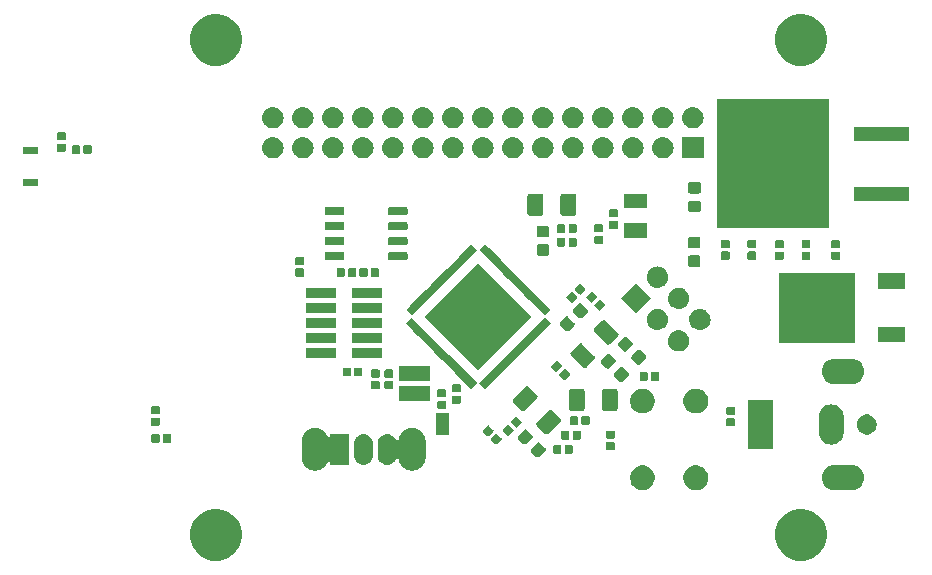
<source format=gts>
G04 #@! TF.GenerationSoftware,KiCad,Pcbnew,(6.0.0-rc1-dev-1030-g80d50d98b)*
G04 #@! TF.CreationDate,2018-11-12T11:24:30-07:00*
G04 #@! TF.ProjectId,airmed_board_v1.0,6169726D65645F626F6172645F76312E,rev?*
G04 #@! TF.SameCoordinates,Original*
G04 #@! TF.FileFunction,Soldermask,Top*
G04 #@! TF.FilePolarity,Negative*
%FSLAX46Y46*%
G04 Gerber Fmt 4.6, Leading zero omitted, Abs format (unit mm)*
G04 Created by KiCad (PCBNEW (6.0.0-rc1-dev-1030-g80d50d98b)) date Monday, November 12, 2018 at 11:24:30 AM*
%MOMM*%
%LPD*%
G01*
G04 APERTURE LIST*
%ADD10C,0.100000*%
G04 APERTURE END LIST*
D10*
G36*
X170902006Y-111763582D02*
X171302565Y-111929499D01*
X171663059Y-112170373D01*
X171969627Y-112476941D01*
X172210501Y-112837435D01*
X172376418Y-113237994D01*
X172461000Y-113663219D01*
X172461000Y-114096781D01*
X172376418Y-114522006D01*
X172210501Y-114922565D01*
X171969627Y-115283059D01*
X171663059Y-115589627D01*
X171302565Y-115830501D01*
X170902006Y-115996418D01*
X170476781Y-116081000D01*
X170043219Y-116081000D01*
X169617994Y-115996418D01*
X169217435Y-115830501D01*
X168856941Y-115589627D01*
X168550373Y-115283059D01*
X168309499Y-114922565D01*
X168143582Y-114522006D01*
X168059000Y-114096781D01*
X168059000Y-113663219D01*
X168143582Y-113237994D01*
X168309499Y-112837435D01*
X168550373Y-112476941D01*
X168856941Y-112170373D01*
X169217435Y-111929499D01*
X169617994Y-111763582D01*
X170043219Y-111679000D01*
X170476781Y-111679000D01*
X170902006Y-111763582D01*
X170902006Y-111763582D01*
G37*
G36*
X121372006Y-111763582D02*
X121772565Y-111929499D01*
X122133059Y-112170373D01*
X122439627Y-112476941D01*
X122680501Y-112837435D01*
X122846418Y-113237994D01*
X122931000Y-113663219D01*
X122931000Y-114096781D01*
X122846418Y-114522006D01*
X122680501Y-114922565D01*
X122439627Y-115283059D01*
X122133059Y-115589627D01*
X121772565Y-115830501D01*
X121372006Y-115996418D01*
X120946781Y-116081000D01*
X120513219Y-116081000D01*
X120087994Y-115996418D01*
X119687435Y-115830501D01*
X119326941Y-115589627D01*
X119020373Y-115283059D01*
X118779499Y-114922565D01*
X118613582Y-114522006D01*
X118529000Y-114096781D01*
X118529000Y-113663219D01*
X118613582Y-113237994D01*
X118779499Y-112837435D01*
X119020373Y-112476941D01*
X119326941Y-112170373D01*
X119687435Y-111929499D01*
X120087994Y-111763582D01*
X120513219Y-111679000D01*
X120946781Y-111679000D01*
X121372006Y-111763582D01*
X121372006Y-111763582D01*
G37*
G36*
X157155365Y-108043389D02*
X157346634Y-108122615D01*
X157518776Y-108237637D01*
X157665163Y-108384024D01*
X157780185Y-108556166D01*
X157859411Y-108747435D01*
X157899800Y-108950484D01*
X157899800Y-109157516D01*
X157859411Y-109360565D01*
X157780185Y-109551834D01*
X157665163Y-109723976D01*
X157518776Y-109870363D01*
X157346634Y-109985385D01*
X157155365Y-110064611D01*
X156952316Y-110105000D01*
X156745284Y-110105000D01*
X156542235Y-110064611D01*
X156350966Y-109985385D01*
X156178824Y-109870363D01*
X156032437Y-109723976D01*
X155917415Y-109551834D01*
X155838189Y-109360565D01*
X155797800Y-109157516D01*
X155797800Y-108950484D01*
X155838189Y-108747435D01*
X155917415Y-108556166D01*
X156032437Y-108384024D01*
X156178824Y-108237637D01*
X156350966Y-108122615D01*
X156542235Y-108043389D01*
X156745284Y-108003000D01*
X156952316Y-108003000D01*
X157155365Y-108043389D01*
X157155365Y-108043389D01*
G37*
G36*
X161655365Y-108043389D02*
X161846634Y-108122615D01*
X162018776Y-108237637D01*
X162165163Y-108384024D01*
X162280185Y-108556166D01*
X162359411Y-108747435D01*
X162399800Y-108950484D01*
X162399800Y-109157516D01*
X162359411Y-109360565D01*
X162280185Y-109551834D01*
X162165163Y-109723976D01*
X162018776Y-109870363D01*
X161846634Y-109985385D01*
X161655365Y-110064611D01*
X161452316Y-110105000D01*
X161245284Y-110105000D01*
X161042235Y-110064611D01*
X160850966Y-109985385D01*
X160678824Y-109870363D01*
X160532437Y-109723976D01*
X160417415Y-109551834D01*
X160338189Y-109360565D01*
X160297800Y-109157516D01*
X160297800Y-108950484D01*
X160338189Y-108747435D01*
X160417415Y-108556166D01*
X160532437Y-108384024D01*
X160678824Y-108237637D01*
X160850966Y-108122615D01*
X161042235Y-108043389D01*
X161245284Y-108003000D01*
X161452316Y-108003000D01*
X161655365Y-108043389D01*
X161655365Y-108043389D01*
G37*
G36*
X174663510Y-107997541D02*
X174787032Y-108009707D01*
X174985146Y-108069805D01*
X175167729Y-108167397D01*
X175327765Y-108298735D01*
X175459103Y-108458771D01*
X175556695Y-108641354D01*
X175616793Y-108839468D01*
X175637085Y-109045500D01*
X175616793Y-109251532D01*
X175556695Y-109449646D01*
X175459103Y-109632229D01*
X175327765Y-109792265D01*
X175167729Y-109923603D01*
X174985146Y-110021195D01*
X174787032Y-110081293D01*
X174663510Y-110093459D01*
X174632631Y-110096500D01*
X173029369Y-110096500D01*
X172998490Y-110093459D01*
X172874968Y-110081293D01*
X172676854Y-110021195D01*
X172494271Y-109923603D01*
X172334235Y-109792265D01*
X172202897Y-109632229D01*
X172105305Y-109449646D01*
X172045207Y-109251532D01*
X172024915Y-109045500D01*
X172045207Y-108839468D01*
X172105305Y-108641354D01*
X172202897Y-108458771D01*
X172334235Y-108298735D01*
X172494271Y-108167397D01*
X172676854Y-108069805D01*
X172874968Y-108009707D01*
X172998490Y-107997541D01*
X173029369Y-107994500D01*
X174632631Y-107994500D01*
X174663510Y-107997541D01*
X174663510Y-107997541D01*
G37*
G36*
X129358534Y-104869354D02*
X129575499Y-104935170D01*
X129575501Y-104935171D01*
X129575504Y-104935172D01*
X129775455Y-105042047D01*
X129950718Y-105185882D01*
X130094553Y-105361144D01*
X130196660Y-105552174D01*
X130210274Y-105572549D01*
X130227601Y-105589876D01*
X130247975Y-105603490D01*
X130270614Y-105612867D01*
X130294648Y-105617648D01*
X130319152Y-105617648D01*
X130343185Y-105612868D01*
X130365824Y-105603490D01*
X130386199Y-105589876D01*
X130403526Y-105572549D01*
X130417140Y-105552175D01*
X130426517Y-105529536D01*
X130431298Y-105505502D01*
X130431900Y-105493250D01*
X130431900Y-105352700D01*
X132033900Y-105352700D01*
X132033900Y-107954700D01*
X130431900Y-107954700D01*
X130431900Y-107814150D01*
X130429498Y-107789764D01*
X130422385Y-107766315D01*
X130410834Y-107744704D01*
X130395288Y-107725762D01*
X130376346Y-107710216D01*
X130354735Y-107698665D01*
X130331286Y-107691552D01*
X130306900Y-107689150D01*
X130282514Y-107691552D01*
X130259065Y-107698665D01*
X130237454Y-107710216D01*
X130218512Y-107725762D01*
X130202966Y-107744704D01*
X130196660Y-107755226D01*
X130094553Y-107946256D01*
X129950718Y-108121518D01*
X129775456Y-108265353D01*
X129575505Y-108372228D01*
X129575502Y-108372229D01*
X129575500Y-108372230D01*
X129358535Y-108438046D01*
X129132900Y-108460269D01*
X128907266Y-108438046D01*
X128690301Y-108372230D01*
X128690299Y-108372229D01*
X128690296Y-108372228D01*
X128490345Y-108265353D01*
X128315083Y-108121518D01*
X128171249Y-107946257D01*
X128064371Y-107746302D01*
X128058140Y-107725762D01*
X127998554Y-107529335D01*
X127981900Y-107360243D01*
X127981900Y-105947158D01*
X127984826Y-105917454D01*
X127992167Y-105842911D01*
X127998554Y-105778066D01*
X128064370Y-105561101D01*
X128064371Y-105561099D01*
X128064372Y-105561096D01*
X128171247Y-105361145D01*
X128315082Y-105185882D01*
X128490344Y-105042047D01*
X128690295Y-104935172D01*
X128690298Y-104935171D01*
X128690300Y-104935170D01*
X128907265Y-104869354D01*
X129132900Y-104847131D01*
X129358534Y-104869354D01*
X129358534Y-104869354D01*
G37*
G36*
X137558534Y-104869354D02*
X137775499Y-104935170D01*
X137775501Y-104935171D01*
X137775504Y-104935172D01*
X137975455Y-105042047D01*
X138150718Y-105185882D01*
X138294553Y-105361144D01*
X138401428Y-105561095D01*
X138401428Y-105561096D01*
X138401430Y-105561100D01*
X138467246Y-105778065D01*
X138483900Y-105947157D01*
X138483900Y-107360243D01*
X138467246Y-107529335D01*
X138407660Y-107725762D01*
X138401428Y-107746305D01*
X138294553Y-107946256D01*
X138150718Y-108121518D01*
X137975456Y-108265353D01*
X137775505Y-108372228D01*
X137775502Y-108372229D01*
X137775500Y-108372230D01*
X137558535Y-108438046D01*
X137332900Y-108460269D01*
X137107266Y-108438046D01*
X136890301Y-108372230D01*
X136890299Y-108372229D01*
X136890296Y-108372228D01*
X136690345Y-108265353D01*
X136515083Y-108121518D01*
X136371249Y-107946257D01*
X136264371Y-107746302D01*
X136257252Y-107722833D01*
X136198554Y-107529335D01*
X136197911Y-107527215D01*
X136193991Y-107507503D01*
X136184613Y-107484864D01*
X136171000Y-107464489D01*
X136153672Y-107447162D01*
X136133298Y-107433548D01*
X136110659Y-107424171D01*
X136086626Y-107419390D01*
X136062121Y-107419390D01*
X136038088Y-107424170D01*
X136015449Y-107433548D01*
X135995074Y-107447161D01*
X135977747Y-107464489D01*
X135964133Y-107484864D01*
X135902130Y-107600865D01*
X135802033Y-107722833D01*
X135680065Y-107822930D01*
X135540912Y-107897308D01*
X135389925Y-107943110D01*
X135232900Y-107958575D01*
X135075876Y-107943110D01*
X134924889Y-107897308D01*
X134785736Y-107822930D01*
X134663768Y-107722833D01*
X134563671Y-107600865D01*
X134489293Y-107461712D01*
X134443491Y-107310725D01*
X134431901Y-107193046D01*
X134431900Y-106114355D01*
X134443490Y-105996676D01*
X134489292Y-105845689D01*
X134563668Y-105706539D01*
X134621508Y-105636060D01*
X134663767Y-105584567D01*
X134663769Y-105584566D01*
X134663770Y-105584564D01*
X134785735Y-105484470D01*
X134924888Y-105410092D01*
X135075875Y-105364290D01*
X135232900Y-105348825D01*
X135389924Y-105364290D01*
X135540911Y-105410092D01*
X135680061Y-105484468D01*
X135731880Y-105526995D01*
X135802033Y-105584567D01*
X135802034Y-105584569D01*
X135802036Y-105584570D01*
X135902130Y-105706535D01*
X135964133Y-105822536D01*
X135977746Y-105842911D01*
X135995074Y-105860238D01*
X136015448Y-105873852D01*
X136038087Y-105883229D01*
X136062120Y-105888010D01*
X136086625Y-105888010D01*
X136110658Y-105883230D01*
X136133297Y-105873852D01*
X136153672Y-105860239D01*
X136170999Y-105842911D01*
X136184613Y-105822537D01*
X136193990Y-105799898D01*
X136197911Y-105780188D01*
X136198554Y-105778068D01*
X136198554Y-105778066D01*
X136264370Y-105561101D01*
X136264371Y-105561099D01*
X136264372Y-105561096D01*
X136371247Y-105361145D01*
X136515082Y-105185882D01*
X136690344Y-105042047D01*
X136890295Y-104935172D01*
X136890298Y-104935171D01*
X136890300Y-104935170D01*
X137107265Y-104869354D01*
X137332900Y-104847131D01*
X137558534Y-104869354D01*
X137558534Y-104869354D01*
G37*
G36*
X133389924Y-105364290D02*
X133540911Y-105410092D01*
X133680061Y-105484468D01*
X133731880Y-105526995D01*
X133802033Y-105584567D01*
X133802034Y-105584569D01*
X133802036Y-105584570D01*
X133902130Y-105706535D01*
X133976508Y-105845688D01*
X134022310Y-105996675D01*
X134033900Y-106114354D01*
X134033900Y-107193046D01*
X134022310Y-107310725D01*
X133976508Y-107461712D01*
X133902130Y-107600865D01*
X133802033Y-107722833D01*
X133680065Y-107822930D01*
X133540912Y-107897308D01*
X133389925Y-107943110D01*
X133232900Y-107958575D01*
X133075876Y-107943110D01*
X132924889Y-107897308D01*
X132785736Y-107822930D01*
X132663768Y-107722833D01*
X132563671Y-107600865D01*
X132489293Y-107461712D01*
X132443491Y-107310725D01*
X132431901Y-107193046D01*
X132431900Y-106114355D01*
X132443490Y-105996676D01*
X132489292Y-105845689D01*
X132563668Y-105706539D01*
X132621508Y-105636060D01*
X132663767Y-105584567D01*
X132663769Y-105584566D01*
X132663770Y-105584564D01*
X132785735Y-105484470D01*
X132924888Y-105410092D01*
X133075875Y-105364290D01*
X133232900Y-105348825D01*
X133389924Y-105364290D01*
X133389924Y-105364290D01*
G37*
G36*
X148094905Y-106064555D02*
X148128883Y-106074863D01*
X148160201Y-106091603D01*
X148192430Y-106118052D01*
X148617542Y-106543164D01*
X148643991Y-106575393D01*
X148660731Y-106606711D01*
X148671039Y-106640689D01*
X148674519Y-106676030D01*
X148671039Y-106711371D01*
X148660731Y-106745349D01*
X148643991Y-106776667D01*
X148617542Y-106808896D01*
X148139396Y-107287042D01*
X148107167Y-107313491D01*
X148075849Y-107330231D01*
X148041871Y-107340539D01*
X148006530Y-107344019D01*
X147971189Y-107340539D01*
X147937211Y-107330231D01*
X147905893Y-107313491D01*
X147873664Y-107287042D01*
X147448552Y-106861930D01*
X147422103Y-106829701D01*
X147405363Y-106798383D01*
X147395055Y-106764405D01*
X147391575Y-106729064D01*
X147395055Y-106693723D01*
X147405363Y-106659745D01*
X147422103Y-106628427D01*
X147448552Y-106596198D01*
X147926698Y-106118052D01*
X147958927Y-106091603D01*
X147990245Y-106074863D01*
X148024223Y-106064555D01*
X148059564Y-106061075D01*
X148094905Y-106064555D01*
X148094905Y-106064555D01*
G37*
G36*
X150859738Y-106298116D02*
X150880356Y-106304370D01*
X150899356Y-106314526D01*
X150916008Y-106328192D01*
X150929674Y-106344844D01*
X150939830Y-106363844D01*
X150946084Y-106384462D01*
X150948800Y-106412040D01*
X150948800Y-106920760D01*
X150946084Y-106948338D01*
X150939830Y-106968956D01*
X150929674Y-106987956D01*
X150916008Y-107004608D01*
X150899356Y-107018274D01*
X150880356Y-107028430D01*
X150859738Y-107034684D01*
X150832160Y-107037400D01*
X150373440Y-107037400D01*
X150345862Y-107034684D01*
X150325244Y-107028430D01*
X150306244Y-107018274D01*
X150289592Y-107004608D01*
X150275926Y-106987956D01*
X150265770Y-106968956D01*
X150259516Y-106948338D01*
X150256800Y-106920760D01*
X150256800Y-106412040D01*
X150259516Y-106384462D01*
X150265770Y-106363844D01*
X150275926Y-106344844D01*
X150289592Y-106328192D01*
X150306244Y-106314526D01*
X150325244Y-106304370D01*
X150345862Y-106298116D01*
X150373440Y-106295400D01*
X150832160Y-106295400D01*
X150859738Y-106298116D01*
X150859738Y-106298116D01*
G37*
G36*
X149889738Y-106298116D02*
X149910356Y-106304370D01*
X149929356Y-106314526D01*
X149946008Y-106328192D01*
X149959674Y-106344844D01*
X149969830Y-106363844D01*
X149976084Y-106384462D01*
X149978800Y-106412040D01*
X149978800Y-106920760D01*
X149976084Y-106948338D01*
X149969830Y-106968956D01*
X149959674Y-106987956D01*
X149946008Y-107004608D01*
X149929356Y-107018274D01*
X149910356Y-107028430D01*
X149889738Y-107034684D01*
X149862160Y-107037400D01*
X149403440Y-107037400D01*
X149375862Y-107034684D01*
X149355244Y-107028430D01*
X149336244Y-107018274D01*
X149319592Y-107004608D01*
X149305926Y-106987956D01*
X149295770Y-106968956D01*
X149289516Y-106948338D01*
X149286800Y-106920760D01*
X149286800Y-106412040D01*
X149289516Y-106384462D01*
X149295770Y-106363844D01*
X149305926Y-106344844D01*
X149319592Y-106328192D01*
X149336244Y-106314526D01*
X149355244Y-106304370D01*
X149375862Y-106298116D01*
X149403440Y-106295400D01*
X149862160Y-106295400D01*
X149889738Y-106298116D01*
X149889738Y-106298116D01*
G37*
G36*
X154412938Y-106033416D02*
X154433556Y-106039670D01*
X154452556Y-106049826D01*
X154469208Y-106063492D01*
X154482874Y-106080144D01*
X154493030Y-106099144D01*
X154499284Y-106119762D01*
X154502000Y-106147340D01*
X154502000Y-106606060D01*
X154499284Y-106633638D01*
X154493030Y-106654256D01*
X154482874Y-106673256D01*
X154469208Y-106689908D01*
X154452556Y-106703574D01*
X154433556Y-106713730D01*
X154412938Y-106719984D01*
X154385360Y-106722700D01*
X153876640Y-106722700D01*
X153849062Y-106719984D01*
X153828444Y-106713730D01*
X153809444Y-106703574D01*
X153792792Y-106689908D01*
X153779126Y-106673256D01*
X153768970Y-106654256D01*
X153762716Y-106633638D01*
X153760000Y-106606060D01*
X153760000Y-106147340D01*
X153762716Y-106119762D01*
X153768970Y-106099144D01*
X153779126Y-106080144D01*
X153792792Y-106063492D01*
X153809444Y-106049826D01*
X153828444Y-106039670D01*
X153849062Y-106033416D01*
X153876640Y-106030700D01*
X154385360Y-106030700D01*
X154412938Y-106033416D01*
X154412938Y-106033416D01*
G37*
G36*
X167882000Y-106596500D02*
X165780000Y-106596500D01*
X165780000Y-102494500D01*
X167882000Y-102494500D01*
X167882000Y-106596500D01*
X167882000Y-106596500D01*
G37*
G36*
X173037031Y-102859707D02*
X173235145Y-102919805D01*
X173417729Y-103017397D01*
X173577765Y-103148735D01*
X173577766Y-103148737D01*
X173577768Y-103148738D01*
X173642393Y-103227484D01*
X173709103Y-103308771D01*
X173806695Y-103491354D01*
X173866793Y-103689468D01*
X173882000Y-103843870D01*
X173882000Y-105247130D01*
X173866793Y-105401532D01*
X173806695Y-105599646D01*
X173709103Y-105782229D01*
X173577765Y-105942265D01*
X173417729Y-106073603D01*
X173235146Y-106171195D01*
X173037032Y-106231293D01*
X172831000Y-106251585D01*
X172624969Y-106231293D01*
X172426855Y-106171195D01*
X172244272Y-106073603D01*
X172084236Y-105942265D01*
X172028091Y-105873852D01*
X171952899Y-105782231D01*
X171855306Y-105599648D01*
X171796646Y-105406271D01*
X171795208Y-105401532D01*
X171795208Y-105401531D01*
X171795207Y-105401528D01*
X171780000Y-105247131D01*
X171780000Y-103843870D01*
X171785172Y-103791354D01*
X171795207Y-103689469D01*
X171855305Y-103491355D01*
X171858497Y-103485384D01*
X171861224Y-103480281D01*
X171952897Y-103308771D01*
X172084235Y-103148735D01*
X172084237Y-103148734D01*
X172084238Y-103148732D01*
X172199548Y-103054100D01*
X172244271Y-103017397D01*
X172426854Y-102919805D01*
X172624968Y-102859707D01*
X172831000Y-102839415D01*
X173037031Y-102859707D01*
X173037031Y-102859707D01*
G37*
G36*
X144505463Y-105318938D02*
X144526081Y-105325192D01*
X144545081Y-105335348D01*
X144566506Y-105352931D01*
X144890863Y-105677288D01*
X144908446Y-105698713D01*
X144918602Y-105717713D01*
X144924856Y-105738331D01*
X144926967Y-105759769D01*
X144924856Y-105781207D01*
X144918602Y-105801825D01*
X144908446Y-105820825D01*
X144890863Y-105842250D01*
X144531150Y-106201963D01*
X144509725Y-106219546D01*
X144490725Y-106229702D01*
X144470107Y-106235956D01*
X144448669Y-106238067D01*
X144427231Y-106235956D01*
X144406613Y-106229702D01*
X144387613Y-106219546D01*
X144366188Y-106201963D01*
X144041831Y-105877606D01*
X144024248Y-105856181D01*
X144014092Y-105837181D01*
X144007838Y-105816563D01*
X144005727Y-105795125D01*
X144007838Y-105773687D01*
X144014092Y-105753069D01*
X144024248Y-105734069D01*
X144041831Y-105712644D01*
X144401544Y-105352931D01*
X144422969Y-105335348D01*
X144441969Y-105325192D01*
X144462587Y-105318938D01*
X144484025Y-105316827D01*
X144505463Y-105318938D01*
X144505463Y-105318938D01*
G37*
G36*
X146981211Y-104950861D02*
X147015189Y-104961169D01*
X147046507Y-104977909D01*
X147078736Y-105004358D01*
X147503848Y-105429470D01*
X147530297Y-105461699D01*
X147547037Y-105493017D01*
X147557345Y-105526995D01*
X147560825Y-105562336D01*
X147557345Y-105597677D01*
X147547037Y-105631655D01*
X147530297Y-105662973D01*
X147503848Y-105695202D01*
X147025702Y-106173348D01*
X146993473Y-106199797D01*
X146962155Y-106216537D01*
X146928177Y-106226845D01*
X146892836Y-106230325D01*
X146857495Y-106226845D01*
X146823517Y-106216537D01*
X146792199Y-106199797D01*
X146759970Y-106173348D01*
X146334858Y-105748236D01*
X146308409Y-105716007D01*
X146291669Y-105684689D01*
X146281361Y-105650711D01*
X146277881Y-105615370D01*
X146281361Y-105580029D01*
X146291669Y-105546051D01*
X146308409Y-105514733D01*
X146334858Y-105482504D01*
X146813004Y-105004358D01*
X146845233Y-104977909D01*
X146876551Y-104961169D01*
X146910529Y-104950861D01*
X146945870Y-104947381D01*
X146981211Y-104950861D01*
X146981211Y-104950861D01*
G37*
G36*
X116849138Y-105358316D02*
X116869756Y-105364570D01*
X116888756Y-105374726D01*
X116905408Y-105388392D01*
X116919074Y-105405044D01*
X116929230Y-105424044D01*
X116935484Y-105444662D01*
X116938200Y-105472240D01*
X116938200Y-105980960D01*
X116935484Y-106008538D01*
X116929230Y-106029156D01*
X116919074Y-106048156D01*
X116905408Y-106064808D01*
X116888756Y-106078474D01*
X116869756Y-106088630D01*
X116849138Y-106094884D01*
X116821560Y-106097600D01*
X116362840Y-106097600D01*
X116335262Y-106094884D01*
X116314644Y-106088630D01*
X116295644Y-106078474D01*
X116278992Y-106064808D01*
X116265326Y-106048156D01*
X116255170Y-106029156D01*
X116248916Y-106008538D01*
X116246200Y-105980960D01*
X116246200Y-105472240D01*
X116248916Y-105444662D01*
X116255170Y-105424044D01*
X116265326Y-105405044D01*
X116278992Y-105388392D01*
X116295644Y-105374726D01*
X116314644Y-105364570D01*
X116335262Y-105358316D01*
X116362840Y-105355600D01*
X116821560Y-105355600D01*
X116849138Y-105358316D01*
X116849138Y-105358316D01*
G37*
G36*
X115879138Y-105358316D02*
X115899756Y-105364570D01*
X115918756Y-105374726D01*
X115935408Y-105388392D01*
X115949074Y-105405044D01*
X115959230Y-105424044D01*
X115965484Y-105444662D01*
X115968200Y-105472240D01*
X115968200Y-105980960D01*
X115965484Y-106008538D01*
X115959230Y-106029156D01*
X115949074Y-106048156D01*
X115935408Y-106064808D01*
X115918756Y-106078474D01*
X115899756Y-106088630D01*
X115879138Y-106094884D01*
X115851560Y-106097600D01*
X115392840Y-106097600D01*
X115365262Y-106094884D01*
X115344644Y-106088630D01*
X115325644Y-106078474D01*
X115308992Y-106064808D01*
X115295326Y-106048156D01*
X115285170Y-106029156D01*
X115278916Y-106008538D01*
X115276200Y-105980960D01*
X115276200Y-105472240D01*
X115278916Y-105444662D01*
X115285170Y-105424044D01*
X115295326Y-105405044D01*
X115308992Y-105388392D01*
X115325644Y-105374726D01*
X115344644Y-105364570D01*
X115365262Y-105358316D01*
X115392840Y-105355600D01*
X115851560Y-105355600D01*
X115879138Y-105358316D01*
X115879138Y-105358316D01*
G37*
G36*
X151545538Y-105091616D02*
X151566156Y-105097870D01*
X151585156Y-105108026D01*
X151601808Y-105121692D01*
X151615474Y-105138344D01*
X151625630Y-105157344D01*
X151631884Y-105177962D01*
X151634600Y-105205540D01*
X151634600Y-105714260D01*
X151631884Y-105741838D01*
X151625630Y-105762456D01*
X151615474Y-105781456D01*
X151601808Y-105798108D01*
X151585156Y-105811774D01*
X151566156Y-105821930D01*
X151545538Y-105828184D01*
X151517960Y-105830900D01*
X151059240Y-105830900D01*
X151031662Y-105828184D01*
X151011044Y-105821930D01*
X150992044Y-105811774D01*
X150975392Y-105798108D01*
X150961726Y-105781456D01*
X150951570Y-105762456D01*
X150945316Y-105741838D01*
X150942600Y-105714260D01*
X150942600Y-105205540D01*
X150945316Y-105177962D01*
X150951570Y-105157344D01*
X150961726Y-105138344D01*
X150975392Y-105121692D01*
X150992044Y-105108026D01*
X151011044Y-105097870D01*
X151031662Y-105091616D01*
X151059240Y-105088900D01*
X151517960Y-105088900D01*
X151545538Y-105091616D01*
X151545538Y-105091616D01*
G37*
G36*
X150575538Y-105091616D02*
X150596156Y-105097870D01*
X150615156Y-105108026D01*
X150631808Y-105121692D01*
X150645474Y-105138344D01*
X150655630Y-105157344D01*
X150661884Y-105177962D01*
X150664600Y-105205540D01*
X150664600Y-105714260D01*
X150661884Y-105741838D01*
X150655630Y-105762456D01*
X150645474Y-105781456D01*
X150631808Y-105798108D01*
X150615156Y-105811774D01*
X150596156Y-105821930D01*
X150575538Y-105828184D01*
X150547960Y-105830900D01*
X150089240Y-105830900D01*
X150061662Y-105828184D01*
X150041044Y-105821930D01*
X150022044Y-105811774D01*
X150005392Y-105798108D01*
X149991726Y-105781456D01*
X149981570Y-105762456D01*
X149975316Y-105741838D01*
X149972600Y-105714260D01*
X149972600Y-105205540D01*
X149975316Y-105177962D01*
X149981570Y-105157344D01*
X149991726Y-105138344D01*
X150005392Y-105121692D01*
X150022044Y-105108026D01*
X150041044Y-105097870D01*
X150061662Y-105091616D01*
X150089240Y-105088900D01*
X150547960Y-105088900D01*
X150575538Y-105091616D01*
X150575538Y-105091616D01*
G37*
G36*
X154412938Y-105063416D02*
X154433556Y-105069670D01*
X154452556Y-105079826D01*
X154469208Y-105093492D01*
X154482874Y-105110144D01*
X154493030Y-105129144D01*
X154499284Y-105149762D01*
X154502000Y-105177340D01*
X154502000Y-105636060D01*
X154499284Y-105663638D01*
X154493030Y-105684256D01*
X154482874Y-105703256D01*
X154469208Y-105719908D01*
X154452556Y-105733574D01*
X154433556Y-105743730D01*
X154412938Y-105749984D01*
X154385360Y-105752700D01*
X153876640Y-105752700D01*
X153849062Y-105749984D01*
X153828444Y-105743730D01*
X153809444Y-105733574D01*
X153792792Y-105719908D01*
X153779126Y-105703256D01*
X153768970Y-105684256D01*
X153762716Y-105663638D01*
X153760000Y-105636060D01*
X153760000Y-105177340D01*
X153762716Y-105149762D01*
X153768970Y-105129144D01*
X153779126Y-105110144D01*
X153792792Y-105093492D01*
X153809444Y-105079826D01*
X153828444Y-105069670D01*
X153849062Y-105063416D01*
X153876640Y-105060700D01*
X154385360Y-105060700D01*
X154412938Y-105063416D01*
X154412938Y-105063416D01*
G37*
G36*
X143819569Y-104633044D02*
X143840187Y-104639298D01*
X143859187Y-104649454D01*
X143880612Y-104667037D01*
X144204969Y-104991394D01*
X144222552Y-105012819D01*
X144232708Y-105031819D01*
X144238962Y-105052437D01*
X144241073Y-105073875D01*
X144238962Y-105095313D01*
X144232708Y-105115931D01*
X144222552Y-105134931D01*
X144204969Y-105156356D01*
X143845256Y-105516069D01*
X143823831Y-105533652D01*
X143804831Y-105543808D01*
X143784213Y-105550062D01*
X143762775Y-105552173D01*
X143741337Y-105550062D01*
X143720719Y-105543808D01*
X143701719Y-105533652D01*
X143680294Y-105516069D01*
X143355937Y-105191712D01*
X143338354Y-105170287D01*
X143328198Y-105151287D01*
X143321944Y-105130669D01*
X143319833Y-105109231D01*
X143321944Y-105087793D01*
X143328198Y-105067175D01*
X143338354Y-105048175D01*
X143355937Y-105026750D01*
X143715650Y-104667037D01*
X143737075Y-104649454D01*
X143756075Y-104639298D01*
X143776693Y-104633044D01*
X143798131Y-104630933D01*
X143819569Y-104633044D01*
X143819569Y-104633044D01*
G37*
G36*
X145486013Y-104582338D02*
X145506631Y-104588592D01*
X145525631Y-104598748D01*
X145547056Y-104616331D01*
X145906769Y-104976044D01*
X145924352Y-104997469D01*
X145934508Y-105016469D01*
X145940762Y-105037087D01*
X145942873Y-105058525D01*
X145940762Y-105079963D01*
X145934508Y-105100581D01*
X145924352Y-105119581D01*
X145906769Y-105141006D01*
X145582412Y-105465363D01*
X145560987Y-105482946D01*
X145541987Y-105493102D01*
X145521369Y-105499356D01*
X145499931Y-105501467D01*
X145478493Y-105499356D01*
X145457875Y-105493102D01*
X145438875Y-105482946D01*
X145417450Y-105465363D01*
X145057737Y-105105650D01*
X145040154Y-105084225D01*
X145029998Y-105065225D01*
X145023744Y-105044607D01*
X145021633Y-105023169D01*
X145023744Y-105001731D01*
X145029998Y-104981113D01*
X145040154Y-104962113D01*
X145057737Y-104940688D01*
X145382094Y-104616331D01*
X145403519Y-104598748D01*
X145422519Y-104588592D01*
X145443137Y-104582338D01*
X145464575Y-104580227D01*
X145486013Y-104582338D01*
X145486013Y-104582338D01*
G37*
G36*
X140496100Y-105433400D02*
X139394100Y-105433400D01*
X139394100Y-103581400D01*
X140496100Y-103581400D01*
X140496100Y-105433400D01*
X140496100Y-105433400D01*
G37*
G36*
X176079228Y-103727203D02*
X176234100Y-103791353D01*
X176373481Y-103884485D01*
X176492015Y-104003019D01*
X176585147Y-104142400D01*
X176649297Y-104297272D01*
X176682000Y-104461684D01*
X176682000Y-104629316D01*
X176649297Y-104793728D01*
X176585147Y-104948600D01*
X176492015Y-105087981D01*
X176373481Y-105206515D01*
X176234100Y-105299647D01*
X176079228Y-105363797D01*
X175914816Y-105396500D01*
X175747184Y-105396500D01*
X175582772Y-105363797D01*
X175427900Y-105299647D01*
X175288519Y-105206515D01*
X175169985Y-105087981D01*
X175076853Y-104948600D01*
X175012703Y-104793728D01*
X174980000Y-104629316D01*
X174980000Y-104461684D01*
X175012703Y-104297272D01*
X175076853Y-104142400D01*
X175169985Y-104003019D01*
X175288519Y-103884485D01*
X175427900Y-103791353D01*
X175582772Y-103727203D01*
X175747184Y-103694500D01*
X175914816Y-103694500D01*
X176079228Y-103727203D01*
X176079228Y-103727203D01*
G37*
G36*
X149112730Y-103294148D02*
X149149271Y-103305233D01*
X149182946Y-103323232D01*
X149217243Y-103351380D01*
X149888218Y-104022355D01*
X149916366Y-104056652D01*
X149934365Y-104090327D01*
X149945450Y-104126868D01*
X149949192Y-104164872D01*
X149945450Y-104202876D01*
X149934365Y-104239417D01*
X149916366Y-104273092D01*
X149888218Y-104307389D01*
X148863689Y-105331918D01*
X148829392Y-105360066D01*
X148795717Y-105378065D01*
X148759176Y-105389150D01*
X148721172Y-105392892D01*
X148683168Y-105389150D01*
X148646627Y-105378065D01*
X148612952Y-105360066D01*
X148578655Y-105331918D01*
X147907680Y-104660943D01*
X147879532Y-104626646D01*
X147861533Y-104592971D01*
X147850448Y-104556430D01*
X147846706Y-104518426D01*
X147850448Y-104480422D01*
X147861533Y-104443881D01*
X147879532Y-104410206D01*
X147907680Y-104375909D01*
X148932209Y-103351380D01*
X148966506Y-103323232D01*
X149000181Y-103305233D01*
X149036722Y-103294148D01*
X149074726Y-103290406D01*
X149112730Y-103294148D01*
X149112730Y-103294148D01*
G37*
G36*
X146171907Y-103896444D02*
X146192525Y-103902698D01*
X146211525Y-103912854D01*
X146232950Y-103930437D01*
X146592663Y-104290150D01*
X146610246Y-104311575D01*
X146620402Y-104330575D01*
X146626656Y-104351193D01*
X146628767Y-104372631D01*
X146626656Y-104394069D01*
X146620402Y-104414687D01*
X146610246Y-104433687D01*
X146592663Y-104455112D01*
X146268306Y-104779469D01*
X146246881Y-104797052D01*
X146227881Y-104807208D01*
X146207263Y-104813462D01*
X146185825Y-104815573D01*
X146164387Y-104813462D01*
X146143769Y-104807208D01*
X146124769Y-104797052D01*
X146103344Y-104779469D01*
X145743631Y-104419756D01*
X145726048Y-104398331D01*
X145715892Y-104379331D01*
X145709638Y-104358713D01*
X145707527Y-104337275D01*
X145709638Y-104315837D01*
X145715892Y-104295219D01*
X145726048Y-104276219D01*
X145743631Y-104254794D01*
X146067988Y-103930437D01*
X146089413Y-103912854D01*
X146108413Y-103902698D01*
X146129031Y-103896444D01*
X146150469Y-103894333D01*
X146171907Y-103896444D01*
X146171907Y-103896444D01*
G37*
G36*
X164611038Y-104026816D02*
X164631656Y-104033070D01*
X164650656Y-104043226D01*
X164667308Y-104056892D01*
X164680974Y-104073544D01*
X164691130Y-104092544D01*
X164697384Y-104113162D01*
X164700100Y-104140740D01*
X164700100Y-104599460D01*
X164697384Y-104627038D01*
X164691130Y-104647656D01*
X164680974Y-104666656D01*
X164667308Y-104683308D01*
X164650656Y-104696974D01*
X164631656Y-104707130D01*
X164611038Y-104713384D01*
X164583460Y-104716100D01*
X164074740Y-104716100D01*
X164047162Y-104713384D01*
X164026544Y-104707130D01*
X164007544Y-104696974D01*
X163990892Y-104683308D01*
X163977226Y-104666656D01*
X163967070Y-104647656D01*
X163960816Y-104627038D01*
X163958100Y-104599460D01*
X163958100Y-104140740D01*
X163960816Y-104113162D01*
X163967070Y-104092544D01*
X163977226Y-104073544D01*
X163990892Y-104056892D01*
X164007544Y-104043226D01*
X164026544Y-104033070D01*
X164047162Y-104026816D01*
X164074740Y-104024100D01*
X164583460Y-104024100D01*
X164611038Y-104026816D01*
X164611038Y-104026816D01*
G37*
G36*
X115893838Y-103976016D02*
X115914456Y-103982270D01*
X115933456Y-103992426D01*
X115950108Y-104006092D01*
X115963774Y-104022744D01*
X115973930Y-104041744D01*
X115980184Y-104062362D01*
X115982900Y-104089940D01*
X115982900Y-104548660D01*
X115980184Y-104576238D01*
X115973930Y-104596856D01*
X115963774Y-104615856D01*
X115950108Y-104632508D01*
X115933456Y-104646174D01*
X115914456Y-104656330D01*
X115893838Y-104662584D01*
X115866260Y-104665300D01*
X115357540Y-104665300D01*
X115329962Y-104662584D01*
X115309344Y-104656330D01*
X115290344Y-104646174D01*
X115273692Y-104632508D01*
X115260026Y-104615856D01*
X115249870Y-104596856D01*
X115243616Y-104576238D01*
X115240900Y-104548660D01*
X115240900Y-104089940D01*
X115243616Y-104062362D01*
X115249870Y-104041744D01*
X115260026Y-104022744D01*
X115273692Y-104006092D01*
X115290344Y-103992426D01*
X115309344Y-103982270D01*
X115329962Y-103976016D01*
X115357540Y-103973300D01*
X115866260Y-103973300D01*
X115893838Y-103976016D01*
X115893838Y-103976016D01*
G37*
G36*
X152282138Y-103859716D02*
X152302756Y-103865970D01*
X152321756Y-103876126D01*
X152338408Y-103889792D01*
X152352074Y-103906444D01*
X152362230Y-103925444D01*
X152368484Y-103946062D01*
X152371200Y-103973640D01*
X152371200Y-104482360D01*
X152368484Y-104509938D01*
X152362230Y-104530556D01*
X152352074Y-104549556D01*
X152338408Y-104566208D01*
X152321756Y-104579874D01*
X152302756Y-104590030D01*
X152282138Y-104596284D01*
X152254560Y-104599000D01*
X151795840Y-104599000D01*
X151768262Y-104596284D01*
X151747644Y-104590030D01*
X151728644Y-104579874D01*
X151711992Y-104566208D01*
X151698326Y-104549556D01*
X151688170Y-104530556D01*
X151681916Y-104509938D01*
X151679200Y-104482360D01*
X151679200Y-103973640D01*
X151681916Y-103946062D01*
X151688170Y-103925444D01*
X151698326Y-103906444D01*
X151711992Y-103889792D01*
X151728644Y-103876126D01*
X151747644Y-103865970D01*
X151768262Y-103859716D01*
X151795840Y-103857000D01*
X152254560Y-103857000D01*
X152282138Y-103859716D01*
X152282138Y-103859716D01*
G37*
G36*
X151312138Y-103859716D02*
X151332756Y-103865970D01*
X151351756Y-103876126D01*
X151368408Y-103889792D01*
X151382074Y-103906444D01*
X151392230Y-103925444D01*
X151398484Y-103946062D01*
X151401200Y-103973640D01*
X151401200Y-104482360D01*
X151398484Y-104509938D01*
X151392230Y-104530556D01*
X151382074Y-104549556D01*
X151368408Y-104566208D01*
X151351756Y-104579874D01*
X151332756Y-104590030D01*
X151312138Y-104596284D01*
X151284560Y-104599000D01*
X150825840Y-104599000D01*
X150798262Y-104596284D01*
X150777644Y-104590030D01*
X150758644Y-104579874D01*
X150741992Y-104566208D01*
X150728326Y-104549556D01*
X150718170Y-104530556D01*
X150711916Y-104509938D01*
X150709200Y-104482360D01*
X150709200Y-103973640D01*
X150711916Y-103946062D01*
X150718170Y-103925444D01*
X150728326Y-103906444D01*
X150741992Y-103889792D01*
X150758644Y-103876126D01*
X150777644Y-103865970D01*
X150798262Y-103859716D01*
X150825840Y-103857000D01*
X151284560Y-103857000D01*
X151312138Y-103859716D01*
X151312138Y-103859716D01*
G37*
G36*
X164611038Y-103056816D02*
X164631656Y-103063070D01*
X164650656Y-103073226D01*
X164667308Y-103086892D01*
X164680974Y-103103544D01*
X164691130Y-103122544D01*
X164697384Y-103143162D01*
X164700100Y-103170740D01*
X164700100Y-103629460D01*
X164697384Y-103657038D01*
X164691130Y-103677656D01*
X164680974Y-103696656D01*
X164667308Y-103713308D01*
X164650656Y-103726974D01*
X164631656Y-103737130D01*
X164611038Y-103743384D01*
X164583460Y-103746100D01*
X164074740Y-103746100D01*
X164047162Y-103743384D01*
X164026544Y-103737130D01*
X164007544Y-103726974D01*
X163990892Y-103713308D01*
X163977226Y-103696656D01*
X163967070Y-103677656D01*
X163960816Y-103657038D01*
X163958100Y-103629460D01*
X163958100Y-103170740D01*
X163960816Y-103143162D01*
X163967070Y-103122544D01*
X163977226Y-103103544D01*
X163990892Y-103086892D01*
X164007544Y-103073226D01*
X164026544Y-103063070D01*
X164047162Y-103056816D01*
X164074740Y-103054100D01*
X164583460Y-103054100D01*
X164611038Y-103056816D01*
X164611038Y-103056816D01*
G37*
G36*
X115893838Y-103006016D02*
X115914456Y-103012270D01*
X115933456Y-103022426D01*
X115950108Y-103036092D01*
X115963774Y-103052744D01*
X115973930Y-103071744D01*
X115980184Y-103092362D01*
X115982900Y-103119940D01*
X115982900Y-103578660D01*
X115980184Y-103606238D01*
X115973930Y-103626856D01*
X115963774Y-103645856D01*
X115950108Y-103662508D01*
X115933456Y-103676174D01*
X115914456Y-103686330D01*
X115893838Y-103692584D01*
X115866260Y-103695300D01*
X115357540Y-103695300D01*
X115329962Y-103692584D01*
X115309344Y-103686330D01*
X115290344Y-103676174D01*
X115273692Y-103662508D01*
X115260026Y-103645856D01*
X115249870Y-103626856D01*
X115243616Y-103606238D01*
X115240900Y-103578660D01*
X115240900Y-103119940D01*
X115243616Y-103092362D01*
X115249870Y-103071744D01*
X115260026Y-103052744D01*
X115273692Y-103036092D01*
X115290344Y-103022426D01*
X115309344Y-103012270D01*
X115329962Y-103006016D01*
X115357540Y-103003300D01*
X115866260Y-103003300D01*
X115893838Y-103006016D01*
X115893838Y-103006016D01*
G37*
G36*
X161655365Y-101543389D02*
X161846634Y-101622615D01*
X162018776Y-101737637D01*
X162165163Y-101884024D01*
X162280185Y-102056166D01*
X162359411Y-102247435D01*
X162399800Y-102450484D01*
X162399800Y-102657516D01*
X162359411Y-102860565D01*
X162280185Y-103051834D01*
X162165163Y-103223976D01*
X162018776Y-103370363D01*
X161846634Y-103485385D01*
X161655365Y-103564611D01*
X161452316Y-103605000D01*
X161245284Y-103605000D01*
X161042235Y-103564611D01*
X160850966Y-103485385D01*
X160678824Y-103370363D01*
X160532437Y-103223976D01*
X160417415Y-103051834D01*
X160338189Y-102860565D01*
X160297800Y-102657516D01*
X160297800Y-102450484D01*
X160338189Y-102247435D01*
X160417415Y-102056166D01*
X160532437Y-101884024D01*
X160678824Y-101737637D01*
X160850966Y-101622615D01*
X161042235Y-101543389D01*
X161245284Y-101503000D01*
X161452316Y-101503000D01*
X161655365Y-101543389D01*
X161655365Y-101543389D01*
G37*
G36*
X157155365Y-101543389D02*
X157346634Y-101622615D01*
X157518776Y-101737637D01*
X157665163Y-101884024D01*
X157780185Y-102056166D01*
X157859411Y-102247435D01*
X157899800Y-102450484D01*
X157899800Y-102657516D01*
X157859411Y-102860565D01*
X157780185Y-103051834D01*
X157665163Y-103223976D01*
X157518776Y-103370363D01*
X157346634Y-103485385D01*
X157155365Y-103564611D01*
X156952316Y-103605000D01*
X156745284Y-103605000D01*
X156542235Y-103564611D01*
X156350966Y-103485385D01*
X156178824Y-103370363D01*
X156032437Y-103223976D01*
X155917415Y-103051834D01*
X155838189Y-102860565D01*
X155797800Y-102657516D01*
X155797800Y-102450484D01*
X155838189Y-102247435D01*
X155917415Y-102056166D01*
X156032437Y-101884024D01*
X156178824Y-101737637D01*
X156350966Y-101622615D01*
X156542235Y-101543389D01*
X156745284Y-101503000D01*
X156952316Y-101503000D01*
X157155365Y-101543389D01*
X157155365Y-101543389D01*
G37*
G36*
X147132832Y-101314250D02*
X147169373Y-101325335D01*
X147203048Y-101343334D01*
X147237345Y-101371482D01*
X147908320Y-102042457D01*
X147936468Y-102076754D01*
X147954467Y-102110429D01*
X147965552Y-102146970D01*
X147969294Y-102184974D01*
X147965552Y-102222978D01*
X147954467Y-102259519D01*
X147936468Y-102293194D01*
X147908320Y-102327491D01*
X146883791Y-103352020D01*
X146849494Y-103380168D01*
X146815819Y-103398167D01*
X146779278Y-103409252D01*
X146741274Y-103412994D01*
X146703270Y-103409252D01*
X146666729Y-103398167D01*
X146633054Y-103380168D01*
X146598757Y-103352020D01*
X145927782Y-102681045D01*
X145899634Y-102646748D01*
X145881635Y-102613073D01*
X145870550Y-102576532D01*
X145866808Y-102538528D01*
X145870550Y-102500524D01*
X145881635Y-102463983D01*
X145899634Y-102430308D01*
X145927782Y-102396011D01*
X146952311Y-101371482D01*
X146986608Y-101343334D01*
X147020283Y-101325335D01*
X147056824Y-101314250D01*
X147094828Y-101310508D01*
X147132832Y-101314250D01*
X147132832Y-101314250D01*
G37*
G36*
X151789104Y-101541047D02*
X151825645Y-101552132D01*
X151859320Y-101570131D01*
X151888841Y-101594359D01*
X151913069Y-101623880D01*
X151931068Y-101657555D01*
X151942153Y-101694096D01*
X151946500Y-101738238D01*
X151946500Y-103187162D01*
X151942153Y-103231304D01*
X151931068Y-103267845D01*
X151913069Y-103301520D01*
X151888841Y-103331041D01*
X151859320Y-103355269D01*
X151825645Y-103373268D01*
X151789104Y-103384353D01*
X151744962Y-103388700D01*
X150796038Y-103388700D01*
X150751896Y-103384353D01*
X150715355Y-103373268D01*
X150681680Y-103355269D01*
X150652159Y-103331041D01*
X150627931Y-103301520D01*
X150609932Y-103267845D01*
X150598847Y-103231304D01*
X150594500Y-103187162D01*
X150594500Y-101738238D01*
X150598847Y-101694096D01*
X150609932Y-101657555D01*
X150627931Y-101623880D01*
X150652159Y-101594359D01*
X150681680Y-101570131D01*
X150715355Y-101552132D01*
X150751896Y-101541047D01*
X150796038Y-101536700D01*
X151744962Y-101536700D01*
X151789104Y-101541047D01*
X151789104Y-101541047D01*
G37*
G36*
X154589104Y-101541047D02*
X154625645Y-101552132D01*
X154659320Y-101570131D01*
X154688841Y-101594359D01*
X154713069Y-101623880D01*
X154731068Y-101657555D01*
X154742153Y-101694096D01*
X154746500Y-101738238D01*
X154746500Y-103187162D01*
X154742153Y-103231304D01*
X154731068Y-103267845D01*
X154713069Y-103301520D01*
X154688841Y-103331041D01*
X154659320Y-103355269D01*
X154625645Y-103373268D01*
X154589104Y-103384353D01*
X154544962Y-103388700D01*
X153596038Y-103388700D01*
X153551896Y-103384353D01*
X153515355Y-103373268D01*
X153481680Y-103355269D01*
X153452159Y-103331041D01*
X153427931Y-103301520D01*
X153409932Y-103267845D01*
X153398847Y-103231304D01*
X153394500Y-103187162D01*
X153394500Y-101738238D01*
X153398847Y-101694096D01*
X153409932Y-101657555D01*
X153427931Y-101623880D01*
X153452159Y-101594359D01*
X153481680Y-101570131D01*
X153515355Y-101552132D01*
X153551896Y-101541047D01*
X153596038Y-101536700D01*
X154544962Y-101536700D01*
X154589104Y-101541047D01*
X154589104Y-101541047D01*
G37*
G36*
X140138138Y-102540916D02*
X140158756Y-102547170D01*
X140177756Y-102557326D01*
X140194408Y-102570992D01*
X140208074Y-102587644D01*
X140218230Y-102606644D01*
X140224484Y-102627262D01*
X140227200Y-102654840D01*
X140227200Y-103113560D01*
X140224484Y-103141138D01*
X140218230Y-103161756D01*
X140208074Y-103180756D01*
X140194408Y-103197408D01*
X140177756Y-103211074D01*
X140158756Y-103221230D01*
X140138138Y-103227484D01*
X140110560Y-103230200D01*
X139601840Y-103230200D01*
X139574262Y-103227484D01*
X139553644Y-103221230D01*
X139534644Y-103211074D01*
X139517992Y-103197408D01*
X139504326Y-103180756D01*
X139494170Y-103161756D01*
X139487916Y-103141138D01*
X139485200Y-103113560D01*
X139485200Y-102654840D01*
X139487916Y-102627262D01*
X139494170Y-102606644D01*
X139504326Y-102587644D01*
X139517992Y-102570992D01*
X139534644Y-102557326D01*
X139553644Y-102547170D01*
X139574262Y-102540916D01*
X139601840Y-102538200D01*
X140110560Y-102538200D01*
X140138138Y-102540916D01*
X140138138Y-102540916D01*
G37*
G36*
X141370038Y-102109116D02*
X141390656Y-102115370D01*
X141409656Y-102125526D01*
X141426308Y-102139192D01*
X141439974Y-102155844D01*
X141450130Y-102174844D01*
X141456384Y-102195462D01*
X141459100Y-102223040D01*
X141459100Y-102681760D01*
X141456384Y-102709338D01*
X141450130Y-102729956D01*
X141439974Y-102748956D01*
X141426308Y-102765608D01*
X141409656Y-102779274D01*
X141390656Y-102789430D01*
X141370038Y-102795684D01*
X141342460Y-102798400D01*
X140833740Y-102798400D01*
X140806162Y-102795684D01*
X140785544Y-102789430D01*
X140766544Y-102779274D01*
X140749892Y-102765608D01*
X140736226Y-102748956D01*
X140726070Y-102729956D01*
X140719816Y-102709338D01*
X140717100Y-102681760D01*
X140717100Y-102223040D01*
X140719816Y-102195462D01*
X140726070Y-102174844D01*
X140736226Y-102155844D01*
X140749892Y-102139192D01*
X140766544Y-102125526D01*
X140785544Y-102115370D01*
X140806162Y-102109116D01*
X140833740Y-102106400D01*
X141342460Y-102106400D01*
X141370038Y-102109116D01*
X141370038Y-102109116D01*
G37*
G36*
X138858500Y-102579400D02*
X136256500Y-102579400D01*
X136256500Y-101277400D01*
X138858500Y-101277400D01*
X138858500Y-102579400D01*
X138858500Y-102579400D01*
G37*
G36*
X140138138Y-101570916D02*
X140158756Y-101577170D01*
X140177756Y-101587326D01*
X140194408Y-101600992D01*
X140208074Y-101617644D01*
X140218230Y-101636644D01*
X140224484Y-101657262D01*
X140227200Y-101684840D01*
X140227200Y-102143560D01*
X140224484Y-102171138D01*
X140218230Y-102191756D01*
X140208074Y-102210756D01*
X140194408Y-102227408D01*
X140177756Y-102241074D01*
X140158756Y-102251230D01*
X140138138Y-102257484D01*
X140110560Y-102260200D01*
X139601840Y-102260200D01*
X139574262Y-102257484D01*
X139553644Y-102251230D01*
X139534644Y-102241074D01*
X139517992Y-102227408D01*
X139504326Y-102210756D01*
X139494170Y-102191756D01*
X139487916Y-102171138D01*
X139485200Y-102143560D01*
X139485200Y-101684840D01*
X139487916Y-101657262D01*
X139494170Y-101636644D01*
X139504326Y-101617644D01*
X139517992Y-101600992D01*
X139534644Y-101587326D01*
X139553644Y-101577170D01*
X139574262Y-101570916D01*
X139601840Y-101568200D01*
X140110560Y-101568200D01*
X140138138Y-101570916D01*
X140138138Y-101570916D01*
G37*
G36*
X141370038Y-101139116D02*
X141390656Y-101145370D01*
X141409656Y-101155526D01*
X141426308Y-101169192D01*
X141439974Y-101185844D01*
X141450130Y-101204844D01*
X141456384Y-101225462D01*
X141459100Y-101253040D01*
X141459100Y-101711760D01*
X141456384Y-101739338D01*
X141450130Y-101759956D01*
X141439974Y-101778956D01*
X141426308Y-101795608D01*
X141409656Y-101809274D01*
X141390656Y-101819430D01*
X141370038Y-101825684D01*
X141342460Y-101828400D01*
X140833740Y-101828400D01*
X140806162Y-101825684D01*
X140785544Y-101819430D01*
X140766544Y-101809274D01*
X140749892Y-101795608D01*
X140736226Y-101778956D01*
X140726070Y-101759956D01*
X140719816Y-101739338D01*
X140717100Y-101711760D01*
X140717100Y-101253040D01*
X140719816Y-101225462D01*
X140726070Y-101204844D01*
X140736226Y-101185844D01*
X140749892Y-101169192D01*
X140766544Y-101155526D01*
X140785544Y-101145370D01*
X140806162Y-101139116D01*
X140833740Y-101136400D01*
X141342460Y-101136400D01*
X141370038Y-101139116D01*
X141370038Y-101139116D01*
G37*
G36*
X135655038Y-100864516D02*
X135675656Y-100870770D01*
X135694656Y-100880926D01*
X135711308Y-100894592D01*
X135724974Y-100911244D01*
X135735130Y-100930244D01*
X135741384Y-100950862D01*
X135744100Y-100978440D01*
X135744100Y-101437160D01*
X135741384Y-101464738D01*
X135735130Y-101485356D01*
X135724974Y-101504356D01*
X135711308Y-101521008D01*
X135694656Y-101534674D01*
X135675656Y-101544830D01*
X135655038Y-101551084D01*
X135627460Y-101553800D01*
X135118740Y-101553800D01*
X135091162Y-101551084D01*
X135070544Y-101544830D01*
X135051544Y-101534674D01*
X135034892Y-101521008D01*
X135021226Y-101504356D01*
X135011070Y-101485356D01*
X135004816Y-101464738D01*
X135002100Y-101437160D01*
X135002100Y-100978440D01*
X135004816Y-100950862D01*
X135011070Y-100930244D01*
X135021226Y-100911244D01*
X135034892Y-100894592D01*
X135051544Y-100880926D01*
X135070544Y-100870770D01*
X135091162Y-100864516D01*
X135118740Y-100861800D01*
X135627460Y-100861800D01*
X135655038Y-100864516D01*
X135655038Y-100864516D01*
G37*
G36*
X134512038Y-100864516D02*
X134532656Y-100870770D01*
X134551656Y-100880926D01*
X134568308Y-100894592D01*
X134581974Y-100911244D01*
X134592130Y-100930244D01*
X134598384Y-100950862D01*
X134601100Y-100978440D01*
X134601100Y-101437160D01*
X134598384Y-101464738D01*
X134592130Y-101485356D01*
X134581974Y-101504356D01*
X134568308Y-101521008D01*
X134551656Y-101534674D01*
X134532656Y-101544830D01*
X134512038Y-101551084D01*
X134484460Y-101553800D01*
X133975740Y-101553800D01*
X133948162Y-101551084D01*
X133927544Y-101544830D01*
X133908544Y-101534674D01*
X133891892Y-101521008D01*
X133878226Y-101504356D01*
X133868070Y-101485356D01*
X133861816Y-101464738D01*
X133859100Y-101437160D01*
X133859100Y-100978440D01*
X133861816Y-100950862D01*
X133868070Y-100930244D01*
X133878226Y-100911244D01*
X133891892Y-100894592D01*
X133908544Y-100880926D01*
X133927544Y-100870770D01*
X133948162Y-100864516D01*
X133975740Y-100861800D01*
X134484460Y-100861800D01*
X134512038Y-100864516D01*
X134512038Y-100864516D01*
G37*
G36*
X149086675Y-95993543D02*
X143541543Y-101538675D01*
X143045154Y-101042286D01*
X148590286Y-95497154D01*
X149086675Y-95993543D01*
X149086675Y-95993543D01*
G37*
G36*
X137584169Y-95762320D02*
X137584175Y-95762325D01*
X138002771Y-96180921D01*
X138002776Y-96180927D01*
X138291276Y-96469427D01*
X138291282Y-96469432D01*
X138709878Y-96888028D01*
X138709883Y-96888034D01*
X139351936Y-97530087D01*
X139351942Y-97530092D01*
X139770538Y-97948688D01*
X139770543Y-97948694D01*
X140059043Y-98237194D01*
X140059049Y-98237199D01*
X140477645Y-98655795D01*
X140477650Y-98655801D01*
X141119703Y-99297854D01*
X141119709Y-99297859D01*
X141538305Y-99716455D01*
X141538310Y-99716461D01*
X142864135Y-101042286D01*
X142367746Y-101538675D01*
X140976873Y-100147802D01*
X140976868Y-100147796D01*
X140688368Y-99859296D01*
X140688362Y-99859291D01*
X139916213Y-99087142D01*
X139916208Y-99087136D01*
X139627708Y-98798636D01*
X139627702Y-98798631D01*
X139209106Y-98380035D01*
X139209101Y-98380029D01*
X138920601Y-98091529D01*
X138920595Y-98091524D01*
X138148446Y-97319375D01*
X138148441Y-97319369D01*
X137859941Y-97030869D01*
X137859935Y-97030864D01*
X137441339Y-96612268D01*
X137441334Y-96612262D01*
X137152834Y-96323762D01*
X137152828Y-96323757D01*
X136822614Y-95993543D01*
X137319003Y-95497154D01*
X137584169Y-95762320D01*
X137584169Y-95762320D01*
G37*
G36*
X174663510Y-98997541D02*
X174787032Y-99009707D01*
X174985146Y-99069805D01*
X175167729Y-99167397D01*
X175327765Y-99298735D01*
X175459103Y-99458771D01*
X175556695Y-99641354D01*
X175616793Y-99839468D01*
X175637085Y-100045500D01*
X175616793Y-100251532D01*
X175556695Y-100449646D01*
X175459103Y-100632229D01*
X175327765Y-100792265D01*
X175167729Y-100923603D01*
X174985146Y-101021195D01*
X174787032Y-101081293D01*
X174663510Y-101093459D01*
X174632631Y-101096500D01*
X173029369Y-101096500D01*
X172998490Y-101093459D01*
X172874968Y-101081293D01*
X172676854Y-101021195D01*
X172494271Y-100923603D01*
X172334235Y-100792265D01*
X172202897Y-100632229D01*
X172105305Y-100449646D01*
X172045207Y-100251532D01*
X172024915Y-100045500D01*
X172045207Y-99839468D01*
X172105305Y-99641354D01*
X172202897Y-99458771D01*
X172334235Y-99298735D01*
X172494271Y-99167397D01*
X172676854Y-99069805D01*
X172874968Y-99009707D01*
X172998490Y-98997541D01*
X173029369Y-98994500D01*
X174632631Y-98994500D01*
X174663510Y-98997541D01*
X174663510Y-98997541D01*
G37*
G36*
X155118005Y-99663755D02*
X155151983Y-99674063D01*
X155183301Y-99690803D01*
X155215530Y-99717252D01*
X155640642Y-100142364D01*
X155667091Y-100174593D01*
X155683831Y-100205911D01*
X155694139Y-100239889D01*
X155697619Y-100275230D01*
X155694139Y-100310571D01*
X155683831Y-100344549D01*
X155667091Y-100375867D01*
X155640642Y-100408096D01*
X155162496Y-100886242D01*
X155130267Y-100912691D01*
X155098949Y-100929431D01*
X155064971Y-100939739D01*
X155029630Y-100943219D01*
X154994289Y-100939739D01*
X154960311Y-100929431D01*
X154928993Y-100912691D01*
X154896764Y-100886242D01*
X154471652Y-100461130D01*
X154445203Y-100428901D01*
X154428463Y-100397583D01*
X154418155Y-100363605D01*
X154414675Y-100328264D01*
X154418155Y-100292923D01*
X154428463Y-100258945D01*
X154445203Y-100227627D01*
X154471652Y-100195398D01*
X154949798Y-99717252D01*
X154982027Y-99690803D01*
X155013345Y-99674063D01*
X155047323Y-99663755D01*
X155082664Y-99660275D01*
X155118005Y-99663755D01*
X155118005Y-99663755D01*
G37*
G36*
X138858500Y-100879400D02*
X136256500Y-100879400D01*
X136256500Y-99577400D01*
X138858500Y-99577400D01*
X138858500Y-100879400D01*
X138858500Y-100879400D01*
G37*
G36*
X158174938Y-100113216D02*
X158195556Y-100119470D01*
X158214556Y-100129626D01*
X158231208Y-100143292D01*
X158244874Y-100159944D01*
X158255030Y-100178944D01*
X158261284Y-100199562D01*
X158264000Y-100227140D01*
X158264000Y-100735860D01*
X158261284Y-100763438D01*
X158255030Y-100784056D01*
X158244874Y-100803056D01*
X158231208Y-100819708D01*
X158214556Y-100833374D01*
X158195556Y-100843530D01*
X158174938Y-100849784D01*
X158147360Y-100852500D01*
X157688640Y-100852500D01*
X157661062Y-100849784D01*
X157640444Y-100843530D01*
X157621444Y-100833374D01*
X157604792Y-100819708D01*
X157591126Y-100803056D01*
X157580970Y-100784056D01*
X157574716Y-100763438D01*
X157572000Y-100735860D01*
X157572000Y-100227140D01*
X157574716Y-100199562D01*
X157580970Y-100178944D01*
X157591126Y-100159944D01*
X157604792Y-100143292D01*
X157621444Y-100129626D01*
X157640444Y-100119470D01*
X157661062Y-100113216D01*
X157688640Y-100110500D01*
X158147360Y-100110500D01*
X158174938Y-100113216D01*
X158174938Y-100113216D01*
G37*
G36*
X157204938Y-100113216D02*
X157225556Y-100119470D01*
X157244556Y-100129626D01*
X157261208Y-100143292D01*
X157274874Y-100159944D01*
X157285030Y-100178944D01*
X157291284Y-100199562D01*
X157294000Y-100227140D01*
X157294000Y-100735860D01*
X157291284Y-100763438D01*
X157285030Y-100784056D01*
X157274874Y-100803056D01*
X157261208Y-100819708D01*
X157244556Y-100833374D01*
X157225556Y-100843530D01*
X157204938Y-100849784D01*
X157177360Y-100852500D01*
X156718640Y-100852500D01*
X156691062Y-100849784D01*
X156670444Y-100843530D01*
X156651444Y-100833374D01*
X156634792Y-100819708D01*
X156621126Y-100803056D01*
X156610970Y-100784056D01*
X156604716Y-100763438D01*
X156602000Y-100735860D01*
X156602000Y-100227140D01*
X156604716Y-100199562D01*
X156610970Y-100178944D01*
X156621126Y-100159944D01*
X156634792Y-100143292D01*
X156651444Y-100129626D01*
X156670444Y-100119470D01*
X156691062Y-100113216D01*
X156718640Y-100110500D01*
X157177360Y-100110500D01*
X157204938Y-100113216D01*
X157204938Y-100113216D01*
G37*
G36*
X150296663Y-99857938D02*
X150317281Y-99864192D01*
X150336281Y-99874348D01*
X150357706Y-99891931D01*
X150682063Y-100216288D01*
X150699646Y-100237713D01*
X150709802Y-100256713D01*
X150716056Y-100277331D01*
X150718167Y-100298769D01*
X150716056Y-100320207D01*
X150709802Y-100340825D01*
X150699646Y-100359825D01*
X150682063Y-100381250D01*
X150322350Y-100740963D01*
X150300925Y-100758546D01*
X150281925Y-100768702D01*
X150261307Y-100774956D01*
X150239869Y-100777067D01*
X150218431Y-100774956D01*
X150197813Y-100768702D01*
X150178813Y-100758546D01*
X150157388Y-100740963D01*
X149833031Y-100416606D01*
X149815448Y-100395181D01*
X149805292Y-100376181D01*
X149799038Y-100355563D01*
X149796927Y-100334125D01*
X149799038Y-100312687D01*
X149805292Y-100292069D01*
X149815448Y-100273069D01*
X149833031Y-100251644D01*
X150192744Y-99891931D01*
X150214169Y-99874348D01*
X150233169Y-99864192D01*
X150253787Y-99857938D01*
X150275225Y-99855827D01*
X150296663Y-99857938D01*
X150296663Y-99857938D01*
G37*
G36*
X135655038Y-99894516D02*
X135675656Y-99900770D01*
X135694656Y-99910926D01*
X135711308Y-99924592D01*
X135724974Y-99941244D01*
X135735130Y-99960244D01*
X135741384Y-99980862D01*
X135744100Y-100008440D01*
X135744100Y-100467160D01*
X135741384Y-100494738D01*
X135735130Y-100515356D01*
X135724974Y-100534356D01*
X135711308Y-100551008D01*
X135694656Y-100564674D01*
X135675656Y-100574830D01*
X135655038Y-100581084D01*
X135627460Y-100583800D01*
X135118740Y-100583800D01*
X135091162Y-100581084D01*
X135070544Y-100574830D01*
X135051544Y-100564674D01*
X135034892Y-100551008D01*
X135021226Y-100534356D01*
X135011070Y-100515356D01*
X135004816Y-100494738D01*
X135002100Y-100467160D01*
X135002100Y-100008440D01*
X135004816Y-99980862D01*
X135011070Y-99960244D01*
X135021226Y-99941244D01*
X135034892Y-99924592D01*
X135051544Y-99910926D01*
X135070544Y-99900770D01*
X135091162Y-99894516D01*
X135118740Y-99891800D01*
X135627460Y-99891800D01*
X135655038Y-99894516D01*
X135655038Y-99894516D01*
G37*
G36*
X134512038Y-99894516D02*
X134532656Y-99900770D01*
X134551656Y-99910926D01*
X134568308Y-99924592D01*
X134581974Y-99941244D01*
X134592130Y-99960244D01*
X134598384Y-99980862D01*
X134601100Y-100008440D01*
X134601100Y-100467160D01*
X134598384Y-100494738D01*
X134592130Y-100515356D01*
X134581974Y-100534356D01*
X134568308Y-100551008D01*
X134551656Y-100564674D01*
X134532656Y-100574830D01*
X134512038Y-100581084D01*
X134484460Y-100583800D01*
X133975740Y-100583800D01*
X133948162Y-100581084D01*
X133927544Y-100574830D01*
X133908544Y-100564674D01*
X133891892Y-100551008D01*
X133878226Y-100534356D01*
X133868070Y-100515356D01*
X133861816Y-100494738D01*
X133859100Y-100467160D01*
X133859100Y-100008440D01*
X133861816Y-99980862D01*
X133868070Y-99960244D01*
X133878226Y-99941244D01*
X133891892Y-99924592D01*
X133908544Y-99910926D01*
X133927544Y-99900770D01*
X133948162Y-99894516D01*
X133975740Y-99891800D01*
X134484460Y-99891800D01*
X134512038Y-99894516D01*
X134512038Y-99894516D01*
G37*
G36*
X133028938Y-99732216D02*
X133049556Y-99738470D01*
X133068556Y-99748626D01*
X133085208Y-99762292D01*
X133098874Y-99778944D01*
X133109030Y-99797944D01*
X133115284Y-99818562D01*
X133118000Y-99846140D01*
X133118000Y-100354860D01*
X133115284Y-100382438D01*
X133109030Y-100403056D01*
X133098874Y-100422056D01*
X133085208Y-100438708D01*
X133068556Y-100452374D01*
X133049556Y-100462530D01*
X133028938Y-100468784D01*
X133001360Y-100471500D01*
X132542640Y-100471500D01*
X132515062Y-100468784D01*
X132494444Y-100462530D01*
X132475444Y-100452374D01*
X132458792Y-100438708D01*
X132445126Y-100422056D01*
X132434970Y-100403056D01*
X132428716Y-100382438D01*
X132426000Y-100354860D01*
X132426000Y-99846140D01*
X132428716Y-99818562D01*
X132434970Y-99797944D01*
X132445126Y-99778944D01*
X132458792Y-99762292D01*
X132475444Y-99748626D01*
X132494444Y-99738470D01*
X132515062Y-99732216D01*
X132542640Y-99729500D01*
X133001360Y-99729500D01*
X133028938Y-99732216D01*
X133028938Y-99732216D01*
G37*
G36*
X132058938Y-99732216D02*
X132079556Y-99738470D01*
X132098556Y-99748626D01*
X132115208Y-99762292D01*
X132128874Y-99778944D01*
X132139030Y-99797944D01*
X132145284Y-99818562D01*
X132148000Y-99846140D01*
X132148000Y-100354860D01*
X132145284Y-100382438D01*
X132139030Y-100403056D01*
X132128874Y-100422056D01*
X132115208Y-100438708D01*
X132098556Y-100452374D01*
X132079556Y-100462530D01*
X132058938Y-100468784D01*
X132031360Y-100471500D01*
X131572640Y-100471500D01*
X131545062Y-100468784D01*
X131524444Y-100462530D01*
X131505444Y-100452374D01*
X131488792Y-100438708D01*
X131475126Y-100422056D01*
X131464970Y-100403056D01*
X131458716Y-100382438D01*
X131456000Y-100354860D01*
X131456000Y-99846140D01*
X131458716Y-99818562D01*
X131464970Y-99797944D01*
X131475126Y-99778944D01*
X131488792Y-99762292D01*
X131505444Y-99748626D01*
X131524444Y-99738470D01*
X131545062Y-99732216D01*
X131572640Y-99729500D01*
X132031360Y-99729500D01*
X132058938Y-99732216D01*
X132058938Y-99732216D01*
G37*
G36*
X149610769Y-99172044D02*
X149631387Y-99178298D01*
X149650387Y-99188454D01*
X149671812Y-99206037D01*
X149996169Y-99530394D01*
X150013752Y-99551819D01*
X150023908Y-99570819D01*
X150030162Y-99591437D01*
X150032273Y-99612875D01*
X150030162Y-99634313D01*
X150023908Y-99654931D01*
X150013752Y-99673931D01*
X149996169Y-99695356D01*
X149636456Y-100055069D01*
X149615031Y-100072652D01*
X149596031Y-100082808D01*
X149575413Y-100089062D01*
X149553975Y-100091173D01*
X149532537Y-100089062D01*
X149511919Y-100082808D01*
X149492919Y-100072652D01*
X149471494Y-100055069D01*
X149147137Y-99730712D01*
X149129554Y-99709287D01*
X149119398Y-99690287D01*
X149113144Y-99669669D01*
X149111033Y-99648231D01*
X149113144Y-99626793D01*
X149119398Y-99606175D01*
X149129554Y-99587175D01*
X149147137Y-99565750D01*
X149506850Y-99206037D01*
X149528275Y-99188454D01*
X149547275Y-99178298D01*
X149567893Y-99172044D01*
X149589331Y-99169933D01*
X149610769Y-99172044D01*
X149610769Y-99172044D01*
G37*
G36*
X147481543Y-95406645D02*
X142954645Y-99933543D01*
X138427747Y-95406645D01*
X142954645Y-90879747D01*
X147481543Y-95406645D01*
X147481543Y-95406645D01*
G37*
G36*
X154004311Y-98550061D02*
X154038289Y-98560369D01*
X154069607Y-98577109D01*
X154101836Y-98603558D01*
X154526948Y-99028670D01*
X154553397Y-99060899D01*
X154570137Y-99092217D01*
X154580445Y-99126195D01*
X154583925Y-99161536D01*
X154580445Y-99196877D01*
X154570137Y-99230855D01*
X154553397Y-99262173D01*
X154526948Y-99294402D01*
X154048802Y-99772548D01*
X154016573Y-99798997D01*
X153985255Y-99815737D01*
X153951277Y-99826045D01*
X153915936Y-99829525D01*
X153880595Y-99826045D01*
X153846617Y-99815737D01*
X153815299Y-99798997D01*
X153783070Y-99772548D01*
X153357958Y-99347436D01*
X153331509Y-99315207D01*
X153314769Y-99283889D01*
X153304461Y-99249911D01*
X153300981Y-99214570D01*
X153304461Y-99179229D01*
X153314769Y-99145251D01*
X153331509Y-99113933D01*
X153357958Y-99081704D01*
X153836104Y-98603558D01*
X153868333Y-98577109D01*
X153899651Y-98560369D01*
X153933629Y-98550061D01*
X153968970Y-98546581D01*
X154004311Y-98550061D01*
X154004311Y-98550061D01*
G37*
G36*
X151656078Y-97668048D02*
X151692619Y-97679133D01*
X151726294Y-97697132D01*
X151760591Y-97725280D01*
X152785120Y-98749809D01*
X152813268Y-98784106D01*
X152831267Y-98817781D01*
X152842352Y-98854322D01*
X152846094Y-98892326D01*
X152842352Y-98930330D01*
X152831267Y-98966871D01*
X152813268Y-99000546D01*
X152785120Y-99034843D01*
X152114145Y-99705818D01*
X152079848Y-99733966D01*
X152046173Y-99751965D01*
X152009632Y-99763050D01*
X151971628Y-99766792D01*
X151933624Y-99763050D01*
X151897083Y-99751965D01*
X151863408Y-99733966D01*
X151829111Y-99705818D01*
X150804582Y-98681289D01*
X150776434Y-98646992D01*
X150758435Y-98613317D01*
X150747350Y-98576776D01*
X150743608Y-98538772D01*
X150747350Y-98500768D01*
X150758435Y-98464227D01*
X150776434Y-98430552D01*
X150804582Y-98396255D01*
X151475557Y-97725280D01*
X151509854Y-97697132D01*
X151543529Y-97679133D01*
X151580070Y-97668048D01*
X151618074Y-97664306D01*
X151656078Y-97668048D01*
X151656078Y-97668048D01*
G37*
G36*
X156591205Y-98228655D02*
X156625183Y-98238963D01*
X156656501Y-98255703D01*
X156688730Y-98282152D01*
X157113842Y-98707264D01*
X157140291Y-98739493D01*
X157157031Y-98770811D01*
X157167339Y-98804789D01*
X157170819Y-98840130D01*
X157167339Y-98875471D01*
X157157031Y-98909449D01*
X157140291Y-98940767D01*
X157113842Y-98972996D01*
X156635696Y-99451142D01*
X156603467Y-99477591D01*
X156572149Y-99494331D01*
X156538171Y-99504639D01*
X156502830Y-99508119D01*
X156467489Y-99504639D01*
X156433511Y-99494331D01*
X156402193Y-99477591D01*
X156369964Y-99451142D01*
X155944852Y-99026030D01*
X155918403Y-98993801D01*
X155901663Y-98962483D01*
X155891355Y-98928505D01*
X155887875Y-98893164D01*
X155891355Y-98857823D01*
X155901663Y-98823845D01*
X155918403Y-98792527D01*
X155944852Y-98760298D01*
X156422998Y-98282152D01*
X156455227Y-98255703D01*
X156486545Y-98238963D01*
X156520523Y-98228655D01*
X156555864Y-98225175D01*
X156591205Y-98228655D01*
X156591205Y-98228655D01*
G37*
G36*
X134789500Y-98883200D02*
X132287500Y-98883200D01*
X132287500Y-98041200D01*
X134789500Y-98041200D01*
X134789500Y-98883200D01*
X134789500Y-98883200D01*
G37*
G36*
X130889500Y-98883200D02*
X128387500Y-98883200D01*
X128387500Y-98041200D01*
X130889500Y-98041200D01*
X130889500Y-98883200D01*
X130889500Y-98883200D01*
G37*
G36*
X155477511Y-97114961D02*
X155511489Y-97125269D01*
X155542807Y-97142009D01*
X155575036Y-97168458D01*
X156000148Y-97593570D01*
X156026597Y-97625799D01*
X156043337Y-97657117D01*
X156053645Y-97691095D01*
X156057125Y-97726436D01*
X156053645Y-97761777D01*
X156043337Y-97795755D01*
X156026597Y-97827073D01*
X156000148Y-97859302D01*
X155522002Y-98337448D01*
X155489773Y-98363897D01*
X155458455Y-98380637D01*
X155424477Y-98390945D01*
X155389136Y-98394425D01*
X155353795Y-98390945D01*
X155319817Y-98380637D01*
X155288499Y-98363897D01*
X155256270Y-98337448D01*
X154831158Y-97912336D01*
X154804709Y-97880107D01*
X154787969Y-97848789D01*
X154777661Y-97814811D01*
X154774181Y-97779470D01*
X154777661Y-97744129D01*
X154787969Y-97710151D01*
X154804709Y-97678833D01*
X154831158Y-97646604D01*
X155309304Y-97168458D01*
X155341533Y-97142009D01*
X155372851Y-97125269D01*
X155406829Y-97114961D01*
X155442170Y-97111481D01*
X155477511Y-97114961D01*
X155477511Y-97114961D01*
G37*
G36*
X160012162Y-96561851D02*
X160084129Y-96568939D01*
X160197355Y-96603286D01*
X160253969Y-96620459D01*
X160392589Y-96694554D01*
X160410493Y-96704124D01*
X160446231Y-96733454D01*
X160547688Y-96816716D01*
X160606211Y-96888028D01*
X160660280Y-96953911D01*
X160660281Y-96953913D01*
X160743945Y-97110435D01*
X160753523Y-97142009D01*
X160795465Y-97280275D01*
X160812861Y-97456902D01*
X160795465Y-97633529D01*
X160767282Y-97726436D01*
X160743945Y-97803369D01*
X160712534Y-97862134D01*
X160660280Y-97959893D01*
X160650321Y-97972028D01*
X160547688Y-98097088D01*
X160446231Y-98180350D01*
X160410493Y-98209680D01*
X160410491Y-98209681D01*
X160253969Y-98293345D01*
X160239935Y-98297602D01*
X160084129Y-98344865D01*
X160026417Y-98350549D01*
X159951762Y-98357902D01*
X159863242Y-98357902D01*
X159788587Y-98350549D01*
X159730875Y-98344865D01*
X159575069Y-98297602D01*
X159561035Y-98293345D01*
X159404513Y-98209681D01*
X159404511Y-98209680D01*
X159368773Y-98180350D01*
X159267316Y-98097088D01*
X159164683Y-97972028D01*
X159154724Y-97959893D01*
X159102470Y-97862134D01*
X159071059Y-97803369D01*
X159047722Y-97726436D01*
X159019539Y-97633529D01*
X159002143Y-97456902D01*
X159019539Y-97280275D01*
X159061481Y-97142009D01*
X159071059Y-97110435D01*
X159154723Y-96953913D01*
X159154724Y-96953911D01*
X159208793Y-96888028D01*
X159267316Y-96816716D01*
X159368773Y-96733454D01*
X159404511Y-96704124D01*
X159422415Y-96694554D01*
X159561035Y-96620459D01*
X159617649Y-96603286D01*
X159730875Y-96568939D01*
X159802842Y-96561851D01*
X159863242Y-96555902D01*
X159951762Y-96555902D01*
X160012162Y-96561851D01*
X160012162Y-96561851D01*
G37*
G36*
X153635976Y-95688150D02*
X153672517Y-95699235D01*
X153706192Y-95717234D01*
X153740489Y-95745382D01*
X154765018Y-96769911D01*
X154793166Y-96804208D01*
X154811165Y-96837883D01*
X154822250Y-96874424D01*
X154825992Y-96912428D01*
X154822250Y-96950432D01*
X154811165Y-96986973D01*
X154793166Y-97020648D01*
X154765018Y-97054945D01*
X154094043Y-97725920D01*
X154059746Y-97754068D01*
X154026071Y-97772067D01*
X153989530Y-97783152D01*
X153951526Y-97786894D01*
X153913522Y-97783152D01*
X153876981Y-97772067D01*
X153843306Y-97754068D01*
X153809009Y-97725920D01*
X152784480Y-96701391D01*
X152756332Y-96667094D01*
X152738333Y-96633419D01*
X152727248Y-96596878D01*
X152723506Y-96558874D01*
X152727248Y-96520870D01*
X152738333Y-96484329D01*
X152756332Y-96450654D01*
X152784480Y-96416357D01*
X153455455Y-95745382D01*
X153489752Y-95717234D01*
X153523427Y-95699235D01*
X153559968Y-95688150D01*
X153597972Y-95684408D01*
X153635976Y-95688150D01*
X153635976Y-95688150D01*
G37*
G36*
X174878100Y-97615900D02*
X168376100Y-97615900D01*
X168376100Y-91713900D01*
X174878100Y-91713900D01*
X174878100Y-97615900D01*
X174878100Y-97615900D01*
G37*
G36*
X134789500Y-97613200D02*
X132287500Y-97613200D01*
X132287500Y-96771200D01*
X134789500Y-96771200D01*
X134789500Y-97613200D01*
X134789500Y-97613200D01*
G37*
G36*
X130889500Y-97613200D02*
X128387500Y-97613200D01*
X128387500Y-96771200D01*
X130889500Y-96771200D01*
X130889500Y-97613200D01*
X130889500Y-97613200D01*
G37*
G36*
X179078100Y-97595900D02*
X176776100Y-97595900D01*
X176776100Y-96293900D01*
X179078100Y-96293900D01*
X179078100Y-97595900D01*
X179078100Y-97595900D01*
G37*
G36*
X150484177Y-95383855D02*
X150518155Y-95394163D01*
X150549473Y-95410903D01*
X150581702Y-95437352D01*
X151059848Y-95915498D01*
X151086297Y-95947727D01*
X151103037Y-95979045D01*
X151113345Y-96013023D01*
X151116825Y-96048364D01*
X151113345Y-96083705D01*
X151103037Y-96117683D01*
X151086297Y-96149001D01*
X151059848Y-96181230D01*
X150634736Y-96606342D01*
X150602507Y-96632791D01*
X150571189Y-96649531D01*
X150537211Y-96659839D01*
X150501870Y-96663319D01*
X150466529Y-96659839D01*
X150432551Y-96649531D01*
X150401233Y-96632791D01*
X150369004Y-96606342D01*
X149890858Y-96128196D01*
X149864409Y-96095967D01*
X149847669Y-96064649D01*
X149837361Y-96030671D01*
X149833881Y-95995330D01*
X149837361Y-95959989D01*
X149847669Y-95926011D01*
X149864409Y-95894693D01*
X149890858Y-95862464D01*
X150315970Y-95437352D01*
X150348199Y-95410903D01*
X150379517Y-95394163D01*
X150413495Y-95383855D01*
X150448836Y-95380375D01*
X150484177Y-95383855D01*
X150484177Y-95383855D01*
G37*
G36*
X161808214Y-94765800D02*
X161880181Y-94772888D01*
X161975504Y-94801804D01*
X162050021Y-94824408D01*
X162185986Y-94897084D01*
X162206545Y-94908073D01*
X162223962Y-94922367D01*
X162343740Y-95020665D01*
X162414905Y-95107381D01*
X162456332Y-95157860D01*
X162456333Y-95157862D01*
X162539997Y-95314384D01*
X162539997Y-95314385D01*
X162591517Y-95484224D01*
X162608913Y-95660851D01*
X162591517Y-95837478D01*
X162574161Y-95894693D01*
X162539997Y-96007318D01*
X162496443Y-96088800D01*
X162456332Y-96163842D01*
X162427002Y-96199580D01*
X162343740Y-96301037D01*
X162242283Y-96384299D01*
X162206545Y-96413629D01*
X162206543Y-96413630D01*
X162050021Y-96497294D01*
X162020918Y-96506122D01*
X161880181Y-96548814D01*
X161813997Y-96555332D01*
X161747814Y-96561851D01*
X161659294Y-96561851D01*
X161593111Y-96555332D01*
X161526927Y-96548814D01*
X161386190Y-96506122D01*
X161357087Y-96497294D01*
X161200565Y-96413630D01*
X161200563Y-96413629D01*
X161164825Y-96384299D01*
X161063368Y-96301037D01*
X160980106Y-96199580D01*
X160950776Y-96163842D01*
X160910665Y-96088800D01*
X160867111Y-96007318D01*
X160832947Y-95894693D01*
X160815591Y-95837478D01*
X160798195Y-95660851D01*
X160815591Y-95484224D01*
X160867111Y-95314385D01*
X160867111Y-95314384D01*
X160950775Y-95157862D01*
X160950776Y-95157860D01*
X160992203Y-95107381D01*
X161063368Y-95020665D01*
X161183146Y-94922367D01*
X161200563Y-94908073D01*
X161221122Y-94897084D01*
X161357087Y-94824408D01*
X161431604Y-94801804D01*
X161526927Y-94772888D01*
X161598894Y-94765800D01*
X161659294Y-94759851D01*
X161747814Y-94759851D01*
X161808214Y-94765800D01*
X161808214Y-94765800D01*
G37*
G36*
X158216111Y-94765800D02*
X158288078Y-94772888D01*
X158383401Y-94801804D01*
X158457918Y-94824408D01*
X158593883Y-94897084D01*
X158614442Y-94908073D01*
X158631859Y-94922367D01*
X158751637Y-95020665D01*
X158822802Y-95107381D01*
X158864229Y-95157860D01*
X158864230Y-95157862D01*
X158947894Y-95314384D01*
X158947894Y-95314385D01*
X158999414Y-95484224D01*
X159016810Y-95660851D01*
X158999414Y-95837478D01*
X158982058Y-95894693D01*
X158947894Y-96007318D01*
X158904340Y-96088800D01*
X158864229Y-96163842D01*
X158834899Y-96199580D01*
X158751637Y-96301037D01*
X158650180Y-96384299D01*
X158614442Y-96413629D01*
X158614440Y-96413630D01*
X158457918Y-96497294D01*
X158428815Y-96506122D01*
X158288078Y-96548814D01*
X158221894Y-96555332D01*
X158155711Y-96561851D01*
X158067191Y-96561851D01*
X158001008Y-96555332D01*
X157934824Y-96548814D01*
X157794087Y-96506122D01*
X157764984Y-96497294D01*
X157608462Y-96413630D01*
X157608460Y-96413629D01*
X157572722Y-96384299D01*
X157471265Y-96301037D01*
X157388003Y-96199580D01*
X157358673Y-96163842D01*
X157318562Y-96088800D01*
X157275008Y-96007318D01*
X157240844Y-95894693D01*
X157223488Y-95837478D01*
X157206092Y-95660851D01*
X157223488Y-95484224D01*
X157275008Y-95314385D01*
X157275008Y-95314384D01*
X157358672Y-95157862D01*
X157358673Y-95157860D01*
X157400100Y-95107381D01*
X157471265Y-95020665D01*
X157591043Y-94922367D01*
X157608460Y-94908073D01*
X157629019Y-94897084D01*
X157764984Y-94824408D01*
X157839501Y-94801804D01*
X157934824Y-94772888D01*
X158006791Y-94765800D01*
X158067191Y-94759851D01*
X158155711Y-94759851D01*
X158216111Y-94765800D01*
X158216111Y-94765800D01*
G37*
G36*
X134789500Y-96343200D02*
X132287500Y-96343200D01*
X132287500Y-95501200D01*
X134789500Y-95501200D01*
X134789500Y-96343200D01*
X134789500Y-96343200D01*
G37*
G36*
X130889500Y-96343200D02*
X128387500Y-96343200D01*
X128387500Y-95501200D01*
X130889500Y-95501200D01*
X130889500Y-96343200D01*
X130889500Y-96343200D01*
G37*
G36*
X151597871Y-94270161D02*
X151631849Y-94280469D01*
X151663167Y-94297209D01*
X151695396Y-94323658D01*
X152173542Y-94801804D01*
X152199991Y-94834033D01*
X152216731Y-94865351D01*
X152227039Y-94899329D01*
X152230519Y-94934670D01*
X152227039Y-94970011D01*
X152216731Y-95003989D01*
X152199991Y-95035307D01*
X152173542Y-95067536D01*
X151748430Y-95492648D01*
X151716201Y-95519097D01*
X151684883Y-95535837D01*
X151650905Y-95546145D01*
X151615564Y-95549625D01*
X151580223Y-95546145D01*
X151546245Y-95535837D01*
X151514927Y-95519097D01*
X151482698Y-95492648D01*
X151004552Y-95014502D01*
X150978103Y-94982273D01*
X150961363Y-94950955D01*
X150951055Y-94916977D01*
X150947575Y-94881636D01*
X150951055Y-94846295D01*
X150961363Y-94812317D01*
X150978103Y-94780999D01*
X151004552Y-94748770D01*
X151429664Y-94323658D01*
X151461893Y-94297209D01*
X151493211Y-94280469D01*
X151527189Y-94270161D01*
X151562530Y-94266681D01*
X151597871Y-94270161D01*
X151597871Y-94270161D01*
G37*
G36*
X142864136Y-89771004D02*
X137319004Y-95316136D01*
X136822614Y-94819746D01*
X137152823Y-94489537D01*
X137152834Y-94489528D01*
X137176169Y-94466194D01*
X137176168Y-94466193D01*
X137417999Y-94224362D01*
X137418000Y-94224363D01*
X137441334Y-94201028D01*
X137441343Y-94201017D01*
X137859930Y-93782430D01*
X137859941Y-93782421D01*
X137883275Y-93759086D01*
X138478659Y-93163702D01*
X138501994Y-93140368D01*
X138502003Y-93140357D01*
X138920590Y-92721770D01*
X138920601Y-92721761D01*
X138943935Y-92698426D01*
X140246426Y-91395935D01*
X140269761Y-91372601D01*
X140269770Y-91372590D01*
X140688357Y-90954003D01*
X140688368Y-90953994D01*
X140711702Y-90930659D01*
X141307086Y-90335275D01*
X141330421Y-90311941D01*
X141330430Y-90311930D01*
X141749017Y-89893343D01*
X141749028Y-89893334D01*
X141772363Y-89870000D01*
X141772362Y-89869999D01*
X142014193Y-89628168D01*
X142014194Y-89628169D01*
X142037528Y-89604834D01*
X142037537Y-89604823D01*
X142367746Y-89274614D01*
X142864136Y-89771004D01*
X142864136Y-89771004D01*
G37*
G36*
X143871757Y-89604828D02*
X143871762Y-89604834D01*
X144160262Y-89893334D01*
X144160268Y-89893339D01*
X144578864Y-90311935D01*
X144578869Y-90311941D01*
X144867369Y-90600441D01*
X144867375Y-90600446D01*
X145639524Y-91372595D01*
X145639529Y-91372601D01*
X145928029Y-91661101D01*
X145928035Y-91661106D01*
X146346631Y-92079702D01*
X146346636Y-92079708D01*
X146635136Y-92368208D01*
X146635142Y-92368213D01*
X147407291Y-93140362D01*
X147407296Y-93140368D01*
X147695796Y-93428868D01*
X147695802Y-93428873D01*
X149086675Y-94819746D01*
X148590286Y-95316135D01*
X147264461Y-93990310D01*
X147264455Y-93990305D01*
X146845859Y-93571709D01*
X146845854Y-93571703D01*
X146203801Y-92929650D01*
X146203795Y-92929645D01*
X145785199Y-92511049D01*
X145785194Y-92511043D01*
X145496694Y-92222543D01*
X145496688Y-92222538D01*
X145078092Y-91803942D01*
X145078087Y-91803936D01*
X144436034Y-91161883D01*
X144436028Y-91161878D01*
X144017432Y-90743282D01*
X144017427Y-90743276D01*
X143728927Y-90454776D01*
X143728921Y-90454771D01*
X143310325Y-90036175D01*
X143310320Y-90036169D01*
X143045154Y-89771003D01*
X143541543Y-89274614D01*
X143871757Y-89604828D01*
X143871757Y-89604828D01*
G37*
G36*
X157589607Y-93864800D02*
X156315400Y-95139007D01*
X155041193Y-93864800D01*
X156315400Y-92590593D01*
X157589607Y-93864800D01*
X157589607Y-93864800D01*
G37*
G36*
X134789500Y-95073200D02*
X132287500Y-95073200D01*
X132287500Y-94231200D01*
X134789500Y-94231200D01*
X134789500Y-95073200D01*
X134789500Y-95073200D01*
G37*
G36*
X130889500Y-95073200D02*
X128387500Y-95073200D01*
X128387500Y-94231200D01*
X130889500Y-94231200D01*
X130889500Y-95073200D01*
X130889500Y-95073200D01*
G37*
G36*
X153268463Y-94003238D02*
X153289081Y-94009492D01*
X153308081Y-94019648D01*
X153329506Y-94037231D01*
X153653863Y-94361588D01*
X153671446Y-94383013D01*
X153681602Y-94402013D01*
X153687856Y-94422631D01*
X153689967Y-94444069D01*
X153687856Y-94465507D01*
X153681602Y-94486125D01*
X153671446Y-94505125D01*
X153653863Y-94526550D01*
X153294150Y-94886263D01*
X153272725Y-94903846D01*
X153253725Y-94914002D01*
X153233107Y-94920256D01*
X153211669Y-94922367D01*
X153190231Y-94920256D01*
X153169613Y-94914002D01*
X153150613Y-94903846D01*
X153129188Y-94886263D01*
X152804831Y-94561906D01*
X152787248Y-94540481D01*
X152777092Y-94521481D01*
X152770838Y-94500863D01*
X152768727Y-94479425D01*
X152770838Y-94457987D01*
X152777092Y-94437369D01*
X152787248Y-94418369D01*
X152804831Y-94396944D01*
X153164544Y-94037231D01*
X153185969Y-94019648D01*
X153204969Y-94009492D01*
X153225587Y-94003238D01*
X153247025Y-94001127D01*
X153268463Y-94003238D01*
X153268463Y-94003238D01*
G37*
G36*
X160012162Y-92969749D02*
X160084129Y-92976837D01*
X160180830Y-93006171D01*
X160253969Y-93028357D01*
X160339322Y-93073980D01*
X160410493Y-93112022D01*
X160445019Y-93140357D01*
X160547688Y-93224614D01*
X160628921Y-93323598D01*
X160660280Y-93361809D01*
X160660281Y-93361811D01*
X160743945Y-93518333D01*
X160753056Y-93548368D01*
X160795465Y-93688173D01*
X160812861Y-93864800D01*
X160795465Y-94041427D01*
X160784649Y-94077081D01*
X160743945Y-94211267D01*
X160684895Y-94321740D01*
X160660280Y-94367791D01*
X160632195Y-94402013D01*
X160547688Y-94504986D01*
X160458822Y-94577915D01*
X160410493Y-94617578D01*
X160410491Y-94617579D01*
X160253969Y-94701243D01*
X160228644Y-94708925D01*
X160084129Y-94752763D01*
X160017944Y-94759282D01*
X159951762Y-94765800D01*
X159863242Y-94765800D01*
X159797060Y-94759282D01*
X159730875Y-94752763D01*
X159586360Y-94708925D01*
X159561035Y-94701243D01*
X159404513Y-94617579D01*
X159404511Y-94617578D01*
X159356182Y-94577915D01*
X159267316Y-94504986D01*
X159182809Y-94402013D01*
X159154724Y-94367791D01*
X159130109Y-94321740D01*
X159071059Y-94211267D01*
X159030355Y-94077081D01*
X159019539Y-94041427D01*
X159002143Y-93864800D01*
X159019539Y-93688173D01*
X159061948Y-93548368D01*
X159071059Y-93518333D01*
X159154723Y-93361811D01*
X159154724Y-93361809D01*
X159186083Y-93323598D01*
X159267316Y-93224614D01*
X159369985Y-93140357D01*
X159404511Y-93112022D01*
X159475682Y-93073980D01*
X159561035Y-93028357D01*
X159634174Y-93006171D01*
X159730875Y-92976837D01*
X159802842Y-92969749D01*
X159863242Y-92963800D01*
X159951762Y-92963800D01*
X160012162Y-92969749D01*
X160012162Y-92969749D01*
G37*
G36*
X150870813Y-93317438D02*
X150891431Y-93323692D01*
X150910431Y-93333848D01*
X150931856Y-93351431D01*
X151291569Y-93711144D01*
X151309152Y-93732569D01*
X151319308Y-93751569D01*
X151325562Y-93772187D01*
X151327673Y-93793625D01*
X151325562Y-93815063D01*
X151319308Y-93835681D01*
X151309152Y-93854681D01*
X151291569Y-93876106D01*
X150967212Y-94200463D01*
X150945787Y-94218046D01*
X150926787Y-94228202D01*
X150906169Y-94234456D01*
X150884731Y-94236567D01*
X150863293Y-94234456D01*
X150842675Y-94228202D01*
X150823675Y-94218046D01*
X150802250Y-94200463D01*
X150442537Y-93840750D01*
X150424954Y-93819325D01*
X150414798Y-93800325D01*
X150408544Y-93779707D01*
X150406433Y-93758269D01*
X150408544Y-93736831D01*
X150414798Y-93716213D01*
X150424954Y-93697213D01*
X150442537Y-93675788D01*
X150766894Y-93351431D01*
X150788319Y-93333848D01*
X150807319Y-93323692D01*
X150827937Y-93317438D01*
X150849375Y-93315327D01*
X150870813Y-93317438D01*
X150870813Y-93317438D01*
G37*
G36*
X152582569Y-93317344D02*
X152603187Y-93323598D01*
X152622187Y-93333754D01*
X152643612Y-93351337D01*
X152967969Y-93675694D01*
X152985552Y-93697119D01*
X152995708Y-93716119D01*
X153001962Y-93736737D01*
X153004073Y-93758175D01*
X153001962Y-93779613D01*
X152995708Y-93800231D01*
X152985552Y-93819231D01*
X152967969Y-93840656D01*
X152608256Y-94200369D01*
X152586831Y-94217952D01*
X152567831Y-94228108D01*
X152547213Y-94234362D01*
X152525775Y-94236473D01*
X152504337Y-94234362D01*
X152483719Y-94228108D01*
X152464719Y-94217952D01*
X152443294Y-94200369D01*
X152118937Y-93876012D01*
X152101354Y-93854587D01*
X152091198Y-93835587D01*
X152084944Y-93814969D01*
X152082833Y-93793531D01*
X152084944Y-93772093D01*
X152091198Y-93751475D01*
X152101354Y-93732475D01*
X152118937Y-93711050D01*
X152478650Y-93351337D01*
X152500075Y-93333754D01*
X152519075Y-93323598D01*
X152539693Y-93317344D01*
X152561131Y-93315233D01*
X152582569Y-93317344D01*
X152582569Y-93317344D01*
G37*
G36*
X134789500Y-93803200D02*
X132287500Y-93803200D01*
X132287500Y-92961200D01*
X134789500Y-92961200D01*
X134789500Y-93803200D01*
X134789500Y-93803200D01*
G37*
G36*
X130889500Y-93803200D02*
X128387500Y-93803200D01*
X128387500Y-92961200D01*
X130889500Y-92961200D01*
X130889500Y-93803200D01*
X130889500Y-93803200D01*
G37*
G36*
X151556707Y-92631544D02*
X151577325Y-92637798D01*
X151596325Y-92647954D01*
X151617750Y-92665537D01*
X151977463Y-93025250D01*
X151995046Y-93046675D01*
X152005202Y-93065675D01*
X152011456Y-93086293D01*
X152013567Y-93107731D01*
X152011456Y-93129169D01*
X152005202Y-93149787D01*
X151995046Y-93168787D01*
X151977463Y-93190212D01*
X151653106Y-93514569D01*
X151631681Y-93532152D01*
X151612681Y-93542308D01*
X151592063Y-93548562D01*
X151570625Y-93550673D01*
X151549187Y-93548562D01*
X151528569Y-93542308D01*
X151509569Y-93532152D01*
X151488144Y-93514569D01*
X151128431Y-93154856D01*
X151110848Y-93133431D01*
X151100692Y-93114431D01*
X151094438Y-93093813D01*
X151092327Y-93072375D01*
X151094438Y-93050937D01*
X151100692Y-93030319D01*
X151110848Y-93011319D01*
X151128431Y-92989894D01*
X151452788Y-92665537D01*
X151474213Y-92647954D01*
X151493213Y-92637798D01*
X151513831Y-92631544D01*
X151535269Y-92629433D01*
X151556707Y-92631544D01*
X151556707Y-92631544D01*
G37*
G36*
X179078100Y-93035900D02*
X176776100Y-93035900D01*
X176776100Y-91733900D01*
X179078100Y-91733900D01*
X179078100Y-93035900D01*
X179078100Y-93035900D01*
G37*
G36*
X158221893Y-91174267D02*
X158288078Y-91180786D01*
X158401304Y-91215133D01*
X158457918Y-91232306D01*
X158555026Y-91284212D01*
X158614442Y-91315971D01*
X158629740Y-91328526D01*
X158751637Y-91428563D01*
X158818305Y-91509800D01*
X158864229Y-91565758D01*
X158864230Y-91565760D01*
X158947894Y-91722282D01*
X158947894Y-91722283D01*
X158999414Y-91892122D01*
X159016810Y-92068749D01*
X158999414Y-92245376D01*
X158969232Y-92344873D01*
X158947894Y-92415216D01*
X158896669Y-92511049D01*
X158864229Y-92571740D01*
X158848756Y-92590594D01*
X158751637Y-92708935D01*
X158650180Y-92792197D01*
X158614442Y-92821527D01*
X158614440Y-92821528D01*
X158457918Y-92905192D01*
X158401304Y-92922365D01*
X158288078Y-92956712D01*
X158221893Y-92963231D01*
X158155711Y-92969749D01*
X158067191Y-92969749D01*
X158001008Y-92963230D01*
X157934824Y-92956712D01*
X157821598Y-92922365D01*
X157764984Y-92905192D01*
X157608462Y-92821528D01*
X157608460Y-92821527D01*
X157572722Y-92792197D01*
X157471265Y-92708935D01*
X157374146Y-92590594D01*
X157358673Y-92571740D01*
X157326233Y-92511049D01*
X157275008Y-92415216D01*
X157253670Y-92344873D01*
X157223488Y-92245376D01*
X157206092Y-92068749D01*
X157223488Y-91892122D01*
X157275008Y-91722283D01*
X157275008Y-91722282D01*
X157358672Y-91565760D01*
X157358673Y-91565758D01*
X157404597Y-91509800D01*
X157471265Y-91428563D01*
X157593162Y-91328526D01*
X157608460Y-91315971D01*
X157667876Y-91284212D01*
X157764984Y-91232306D01*
X157821598Y-91215133D01*
X157934824Y-91180786D01*
X158001008Y-91174268D01*
X158067191Y-91167749D01*
X158155711Y-91167749D01*
X158221893Y-91174267D01*
X158221893Y-91174267D01*
G37*
G36*
X134451338Y-91312116D02*
X134471956Y-91318370D01*
X134490956Y-91328526D01*
X134507608Y-91342192D01*
X134521274Y-91358844D01*
X134531430Y-91377844D01*
X134537684Y-91398462D01*
X134540400Y-91426040D01*
X134540400Y-91934760D01*
X134537684Y-91962338D01*
X134531430Y-91982956D01*
X134521274Y-92001956D01*
X134507608Y-92018608D01*
X134490956Y-92032274D01*
X134471956Y-92042430D01*
X134451338Y-92048684D01*
X134423760Y-92051400D01*
X133965040Y-92051400D01*
X133937462Y-92048684D01*
X133916844Y-92042430D01*
X133897844Y-92032274D01*
X133881192Y-92018608D01*
X133867526Y-92001956D01*
X133857370Y-91982956D01*
X133851116Y-91962338D01*
X133848400Y-91934760D01*
X133848400Y-91426040D01*
X133851116Y-91398462D01*
X133857370Y-91377844D01*
X133867526Y-91358844D01*
X133881192Y-91342192D01*
X133897844Y-91328526D01*
X133916844Y-91318370D01*
X133937462Y-91312116D01*
X133965040Y-91309400D01*
X134423760Y-91309400D01*
X134451338Y-91312116D01*
X134451338Y-91312116D01*
G37*
G36*
X133481338Y-91312116D02*
X133501956Y-91318370D01*
X133520956Y-91328526D01*
X133537608Y-91342192D01*
X133551274Y-91358844D01*
X133561430Y-91377844D01*
X133567684Y-91398462D01*
X133570400Y-91426040D01*
X133570400Y-91934760D01*
X133567684Y-91962338D01*
X133561430Y-91982956D01*
X133551274Y-92001956D01*
X133537608Y-92018608D01*
X133520956Y-92032274D01*
X133501956Y-92042430D01*
X133481338Y-92048684D01*
X133453760Y-92051400D01*
X132995040Y-92051400D01*
X132967462Y-92048684D01*
X132946844Y-92042430D01*
X132927844Y-92032274D01*
X132911192Y-92018608D01*
X132897526Y-92001956D01*
X132887370Y-91982956D01*
X132881116Y-91962338D01*
X132878400Y-91934760D01*
X132878400Y-91426040D01*
X132881116Y-91398462D01*
X132887370Y-91377844D01*
X132897526Y-91358844D01*
X132911192Y-91342192D01*
X132927844Y-91328526D01*
X132946844Y-91318370D01*
X132967462Y-91312116D01*
X132995040Y-91309400D01*
X133453760Y-91309400D01*
X133481338Y-91312116D01*
X133481338Y-91312116D01*
G37*
G36*
X132520938Y-91312116D02*
X132541556Y-91318370D01*
X132560556Y-91328526D01*
X132577208Y-91342192D01*
X132590874Y-91358844D01*
X132601030Y-91377844D01*
X132607284Y-91398462D01*
X132610000Y-91426040D01*
X132610000Y-91934760D01*
X132607284Y-91962338D01*
X132601030Y-91982956D01*
X132590874Y-92001956D01*
X132577208Y-92018608D01*
X132560556Y-92032274D01*
X132541556Y-92042430D01*
X132520938Y-92048684D01*
X132493360Y-92051400D01*
X132034640Y-92051400D01*
X132007062Y-92048684D01*
X131986444Y-92042430D01*
X131967444Y-92032274D01*
X131950792Y-92018608D01*
X131937126Y-92001956D01*
X131926970Y-91982956D01*
X131920716Y-91962338D01*
X131918000Y-91934760D01*
X131918000Y-91426040D01*
X131920716Y-91398462D01*
X131926970Y-91377844D01*
X131937126Y-91358844D01*
X131950792Y-91342192D01*
X131967444Y-91328526D01*
X131986444Y-91318370D01*
X132007062Y-91312116D01*
X132034640Y-91309400D01*
X132493360Y-91309400D01*
X132520938Y-91312116D01*
X132520938Y-91312116D01*
G37*
G36*
X131550938Y-91312116D02*
X131571556Y-91318370D01*
X131590556Y-91328526D01*
X131607208Y-91342192D01*
X131620874Y-91358844D01*
X131631030Y-91377844D01*
X131637284Y-91398462D01*
X131640000Y-91426040D01*
X131640000Y-91934760D01*
X131637284Y-91962338D01*
X131631030Y-91982956D01*
X131620874Y-92001956D01*
X131607208Y-92018608D01*
X131590556Y-92032274D01*
X131571556Y-92042430D01*
X131550938Y-92048684D01*
X131523360Y-92051400D01*
X131064640Y-92051400D01*
X131037062Y-92048684D01*
X131016444Y-92042430D01*
X130997444Y-92032274D01*
X130980792Y-92018608D01*
X130967126Y-92001956D01*
X130956970Y-91982956D01*
X130950716Y-91962338D01*
X130948000Y-91934760D01*
X130948000Y-91426040D01*
X130950716Y-91398462D01*
X130956970Y-91377844D01*
X130967126Y-91358844D01*
X130980792Y-91342192D01*
X130997444Y-91328526D01*
X131016444Y-91318370D01*
X131037062Y-91312116D01*
X131064640Y-91309400D01*
X131523360Y-91309400D01*
X131550938Y-91312116D01*
X131550938Y-91312116D01*
G37*
G36*
X128111238Y-91339516D02*
X128131856Y-91345770D01*
X128150856Y-91355926D01*
X128167508Y-91369592D01*
X128181174Y-91386244D01*
X128191330Y-91405244D01*
X128197584Y-91425862D01*
X128200300Y-91453440D01*
X128200300Y-91912160D01*
X128197584Y-91939738D01*
X128191330Y-91960356D01*
X128181174Y-91979356D01*
X128167508Y-91996008D01*
X128150856Y-92009674D01*
X128131856Y-92019830D01*
X128111238Y-92026084D01*
X128083660Y-92028800D01*
X127574940Y-92028800D01*
X127547362Y-92026084D01*
X127526744Y-92019830D01*
X127507744Y-92009674D01*
X127491092Y-91996008D01*
X127477426Y-91979356D01*
X127467270Y-91960356D01*
X127461016Y-91939738D01*
X127458300Y-91912160D01*
X127458300Y-91453440D01*
X127461016Y-91425862D01*
X127467270Y-91405244D01*
X127477426Y-91386244D01*
X127491092Y-91369592D01*
X127507744Y-91355926D01*
X127526744Y-91345770D01*
X127547362Y-91339516D01*
X127574940Y-91336800D01*
X128083660Y-91336800D01*
X128111238Y-91339516D01*
X128111238Y-91339516D01*
G37*
G36*
X161609891Y-90230885D02*
X161643869Y-90241193D01*
X161675187Y-90257933D01*
X161702639Y-90280461D01*
X161725167Y-90307913D01*
X161741907Y-90339231D01*
X161752215Y-90373209D01*
X161756300Y-90414690D01*
X161756300Y-91015910D01*
X161752215Y-91057391D01*
X161741907Y-91091369D01*
X161725167Y-91122687D01*
X161702639Y-91150139D01*
X161675187Y-91172667D01*
X161643869Y-91189407D01*
X161609891Y-91199715D01*
X161568410Y-91203800D01*
X160892190Y-91203800D01*
X160850709Y-91199715D01*
X160816731Y-91189407D01*
X160785413Y-91172667D01*
X160757961Y-91150139D01*
X160735433Y-91122687D01*
X160718693Y-91091369D01*
X160708385Y-91057391D01*
X160704300Y-91015910D01*
X160704300Y-90414690D01*
X160708385Y-90373209D01*
X160718693Y-90339231D01*
X160735433Y-90307913D01*
X160757961Y-90280461D01*
X160785413Y-90257933D01*
X160816731Y-90241193D01*
X160850709Y-90230885D01*
X160892190Y-90226800D01*
X161568410Y-90226800D01*
X161609891Y-90230885D01*
X161609891Y-90230885D01*
G37*
G36*
X128111238Y-90369516D02*
X128131856Y-90375770D01*
X128150856Y-90385926D01*
X128167508Y-90399592D01*
X128181174Y-90416244D01*
X128191330Y-90435244D01*
X128197584Y-90455862D01*
X128200300Y-90483440D01*
X128200300Y-90942160D01*
X128197584Y-90969738D01*
X128191330Y-90990356D01*
X128181174Y-91009356D01*
X128167508Y-91026008D01*
X128150856Y-91039674D01*
X128131856Y-91049830D01*
X128111238Y-91056084D01*
X128083660Y-91058800D01*
X127574940Y-91058800D01*
X127547362Y-91056084D01*
X127526744Y-91049830D01*
X127507744Y-91039674D01*
X127491092Y-91026008D01*
X127477426Y-91009356D01*
X127467270Y-90990356D01*
X127461016Y-90969738D01*
X127458300Y-90942160D01*
X127458300Y-90483440D01*
X127461016Y-90455862D01*
X127467270Y-90435244D01*
X127477426Y-90416244D01*
X127491092Y-90399592D01*
X127507744Y-90385926D01*
X127526744Y-90375770D01*
X127547362Y-90369516D01*
X127574940Y-90366800D01*
X128083660Y-90366800D01*
X128111238Y-90369516D01*
X128111238Y-90369516D01*
G37*
G36*
X131515328Y-89960564D02*
X131536411Y-89966960D01*
X131555842Y-89977346D01*
X131572875Y-89991325D01*
X131586854Y-90008358D01*
X131597240Y-90027789D01*
X131603636Y-90048872D01*
X131606400Y-90076940D01*
X131606400Y-90540660D01*
X131603636Y-90568728D01*
X131597240Y-90589811D01*
X131586854Y-90609242D01*
X131572875Y-90626275D01*
X131555842Y-90640254D01*
X131536411Y-90650640D01*
X131515328Y-90657036D01*
X131487260Y-90659800D01*
X130073540Y-90659800D01*
X130045472Y-90657036D01*
X130024389Y-90650640D01*
X130004958Y-90640254D01*
X129987925Y-90626275D01*
X129973946Y-90609242D01*
X129963560Y-90589811D01*
X129957164Y-90568728D01*
X129954400Y-90540660D01*
X129954400Y-90076940D01*
X129957164Y-90048872D01*
X129963560Y-90027789D01*
X129973946Y-90008358D01*
X129987925Y-89991325D01*
X130004958Y-89977346D01*
X130024389Y-89966960D01*
X130045472Y-89960564D01*
X130073540Y-89957800D01*
X131487260Y-89957800D01*
X131515328Y-89960564D01*
X131515328Y-89960564D01*
G37*
G36*
X136865328Y-89960564D02*
X136886411Y-89966960D01*
X136905842Y-89977346D01*
X136922875Y-89991325D01*
X136936854Y-90008358D01*
X136947240Y-90027789D01*
X136953636Y-90048872D01*
X136956400Y-90076940D01*
X136956400Y-90540660D01*
X136953636Y-90568728D01*
X136947240Y-90589811D01*
X136936854Y-90609242D01*
X136922875Y-90626275D01*
X136905842Y-90640254D01*
X136886411Y-90650640D01*
X136865328Y-90657036D01*
X136837260Y-90659800D01*
X135423540Y-90659800D01*
X135395472Y-90657036D01*
X135374389Y-90650640D01*
X135354958Y-90640254D01*
X135337925Y-90626275D01*
X135323946Y-90609242D01*
X135313560Y-90589811D01*
X135307164Y-90568728D01*
X135304400Y-90540660D01*
X135304400Y-90076940D01*
X135307164Y-90048872D01*
X135313560Y-90027789D01*
X135323946Y-90008358D01*
X135337925Y-89991325D01*
X135354958Y-89977346D01*
X135374389Y-89966960D01*
X135395472Y-89960564D01*
X135423540Y-89957800D01*
X136837260Y-89957800D01*
X136865328Y-89960564D01*
X136865328Y-89960564D01*
G37*
G36*
X170974138Y-89913316D02*
X170994756Y-89919570D01*
X171013756Y-89929726D01*
X171030408Y-89943392D01*
X171044074Y-89960044D01*
X171054230Y-89979044D01*
X171060484Y-89999662D01*
X171063200Y-90027240D01*
X171063200Y-90485960D01*
X171060484Y-90513538D01*
X171054230Y-90534156D01*
X171044074Y-90553156D01*
X171030408Y-90569808D01*
X171013756Y-90583474D01*
X170994756Y-90593630D01*
X170974138Y-90599884D01*
X170946560Y-90602600D01*
X170437840Y-90602600D01*
X170410262Y-90599884D01*
X170389644Y-90593630D01*
X170370644Y-90583474D01*
X170353992Y-90569808D01*
X170340326Y-90553156D01*
X170330170Y-90534156D01*
X170323916Y-90513538D01*
X170321200Y-90485960D01*
X170321200Y-90027240D01*
X170323916Y-89999662D01*
X170330170Y-89979044D01*
X170340326Y-89960044D01*
X170353992Y-89943392D01*
X170370644Y-89929726D01*
X170389644Y-89919570D01*
X170410262Y-89913316D01*
X170437840Y-89910600D01*
X170946560Y-89910600D01*
X170974138Y-89913316D01*
X170974138Y-89913316D01*
G37*
G36*
X173474138Y-89913316D02*
X173494756Y-89919570D01*
X173513756Y-89929726D01*
X173530408Y-89943392D01*
X173544074Y-89960044D01*
X173554230Y-89979044D01*
X173560484Y-89999662D01*
X173563200Y-90027240D01*
X173563200Y-90485960D01*
X173560484Y-90513538D01*
X173554230Y-90534156D01*
X173544074Y-90553156D01*
X173530408Y-90569808D01*
X173513756Y-90583474D01*
X173494756Y-90593630D01*
X173474138Y-90599884D01*
X173446560Y-90602600D01*
X172937840Y-90602600D01*
X172910262Y-90599884D01*
X172889644Y-90593630D01*
X172870644Y-90583474D01*
X172853992Y-90569808D01*
X172840326Y-90553156D01*
X172830170Y-90534156D01*
X172823916Y-90513538D01*
X172821200Y-90485960D01*
X172821200Y-90027240D01*
X172823916Y-89999662D01*
X172830170Y-89979044D01*
X172840326Y-89960044D01*
X172853992Y-89943392D01*
X172870644Y-89929726D01*
X172889644Y-89919570D01*
X172910262Y-89913316D01*
X172937840Y-89910600D01*
X173446560Y-89910600D01*
X173474138Y-89913316D01*
X173474138Y-89913316D01*
G37*
G36*
X168724138Y-89913316D02*
X168744756Y-89919570D01*
X168763756Y-89929726D01*
X168780408Y-89943392D01*
X168794074Y-89960044D01*
X168804230Y-89979044D01*
X168810484Y-89999662D01*
X168813200Y-90027240D01*
X168813200Y-90485960D01*
X168810484Y-90513538D01*
X168804230Y-90534156D01*
X168794074Y-90553156D01*
X168780408Y-90569808D01*
X168763756Y-90583474D01*
X168744756Y-90593630D01*
X168724138Y-90599884D01*
X168696560Y-90602600D01*
X168187840Y-90602600D01*
X168160262Y-90599884D01*
X168139644Y-90593630D01*
X168120644Y-90583474D01*
X168103992Y-90569808D01*
X168090326Y-90553156D01*
X168080170Y-90534156D01*
X168073916Y-90513538D01*
X168071200Y-90485960D01*
X168071200Y-90027240D01*
X168073916Y-89999662D01*
X168080170Y-89979044D01*
X168090326Y-89960044D01*
X168103992Y-89943392D01*
X168120644Y-89929726D01*
X168139644Y-89919570D01*
X168160262Y-89913316D01*
X168187840Y-89910600D01*
X168696560Y-89910600D01*
X168724138Y-89913316D01*
X168724138Y-89913316D01*
G37*
G36*
X164141138Y-89904416D02*
X164161756Y-89910670D01*
X164180756Y-89920826D01*
X164197408Y-89934492D01*
X164211074Y-89951144D01*
X164221230Y-89970144D01*
X164227484Y-89990762D01*
X164230200Y-90018340D01*
X164230200Y-90477060D01*
X164227484Y-90504638D01*
X164221230Y-90525256D01*
X164211074Y-90544256D01*
X164197408Y-90560908D01*
X164180756Y-90574574D01*
X164161756Y-90584730D01*
X164141138Y-90590984D01*
X164113560Y-90593700D01*
X163604840Y-90593700D01*
X163577262Y-90590984D01*
X163556644Y-90584730D01*
X163537644Y-90574574D01*
X163520992Y-90560908D01*
X163507326Y-90544256D01*
X163497170Y-90525256D01*
X163490916Y-90504638D01*
X163488200Y-90477060D01*
X163488200Y-90018340D01*
X163490916Y-89990762D01*
X163497170Y-89970144D01*
X163507326Y-89951144D01*
X163520992Y-89934492D01*
X163537644Y-89920826D01*
X163556644Y-89910670D01*
X163577262Y-89904416D01*
X163604840Y-89901700D01*
X164113560Y-89901700D01*
X164141138Y-89904416D01*
X164141138Y-89904416D01*
G37*
G36*
X166389038Y-89904416D02*
X166409656Y-89910670D01*
X166428656Y-89920826D01*
X166445308Y-89934492D01*
X166458974Y-89951144D01*
X166469130Y-89970144D01*
X166475384Y-89990762D01*
X166478100Y-90018340D01*
X166478100Y-90477060D01*
X166475384Y-90504638D01*
X166469130Y-90525256D01*
X166458974Y-90544256D01*
X166445308Y-90560908D01*
X166428656Y-90574574D01*
X166409656Y-90584730D01*
X166389038Y-90590984D01*
X166361460Y-90593700D01*
X165852740Y-90593700D01*
X165825162Y-90590984D01*
X165804544Y-90584730D01*
X165785544Y-90574574D01*
X165768892Y-90560908D01*
X165755226Y-90544256D01*
X165745070Y-90525256D01*
X165738816Y-90504638D01*
X165736100Y-90477060D01*
X165736100Y-90018340D01*
X165738816Y-89990762D01*
X165745070Y-89970144D01*
X165755226Y-89951144D01*
X165768892Y-89934492D01*
X165785544Y-89920826D01*
X165804544Y-89910670D01*
X165825162Y-89904416D01*
X165852740Y-89901700D01*
X166361460Y-89901700D01*
X166389038Y-89904416D01*
X166389038Y-89904416D01*
G37*
G36*
X148795591Y-89291085D02*
X148829569Y-89301393D01*
X148860887Y-89318133D01*
X148888339Y-89340661D01*
X148910867Y-89368113D01*
X148927607Y-89399431D01*
X148937915Y-89433409D01*
X148942000Y-89474890D01*
X148942000Y-90076110D01*
X148937915Y-90117591D01*
X148927607Y-90151569D01*
X148910867Y-90182887D01*
X148888339Y-90210339D01*
X148860887Y-90232867D01*
X148829569Y-90249607D01*
X148795591Y-90259915D01*
X148754110Y-90264000D01*
X148077890Y-90264000D01*
X148036409Y-90259915D01*
X148002431Y-90249607D01*
X147971113Y-90232867D01*
X147943661Y-90210339D01*
X147921133Y-90182887D01*
X147904393Y-90151569D01*
X147894085Y-90117591D01*
X147890000Y-90076110D01*
X147890000Y-89474890D01*
X147894085Y-89433409D01*
X147904393Y-89399431D01*
X147921133Y-89368113D01*
X147943661Y-89340661D01*
X147971113Y-89318133D01*
X148002431Y-89301393D01*
X148036409Y-89291085D01*
X148077890Y-89287000D01*
X148754110Y-89287000D01*
X148795591Y-89291085D01*
X148795591Y-89291085D01*
G37*
G36*
X170974138Y-88943316D02*
X170994756Y-88949570D01*
X171013756Y-88959726D01*
X171030408Y-88973392D01*
X171044074Y-88990044D01*
X171054230Y-89009044D01*
X171060484Y-89029662D01*
X171063200Y-89057240D01*
X171063200Y-89515960D01*
X171060484Y-89543538D01*
X171054230Y-89564156D01*
X171044074Y-89583156D01*
X171030408Y-89599808D01*
X171013756Y-89613474D01*
X170994756Y-89623630D01*
X170974138Y-89629884D01*
X170946560Y-89632600D01*
X170437840Y-89632600D01*
X170410262Y-89629884D01*
X170389644Y-89623630D01*
X170370644Y-89613474D01*
X170353992Y-89599808D01*
X170340326Y-89583156D01*
X170330170Y-89564156D01*
X170323916Y-89543538D01*
X170321200Y-89515960D01*
X170321200Y-89057240D01*
X170323916Y-89029662D01*
X170330170Y-89009044D01*
X170340326Y-88990044D01*
X170353992Y-88973392D01*
X170370644Y-88959726D01*
X170389644Y-88949570D01*
X170410262Y-88943316D01*
X170437840Y-88940600D01*
X170946560Y-88940600D01*
X170974138Y-88943316D01*
X170974138Y-88943316D01*
G37*
G36*
X173474138Y-88943316D02*
X173494756Y-88949570D01*
X173513756Y-88959726D01*
X173530408Y-88973392D01*
X173544074Y-88990044D01*
X173554230Y-89009044D01*
X173560484Y-89029662D01*
X173563200Y-89057240D01*
X173563200Y-89515960D01*
X173560484Y-89543538D01*
X173554230Y-89564156D01*
X173544074Y-89583156D01*
X173530408Y-89599808D01*
X173513756Y-89613474D01*
X173494756Y-89623630D01*
X173474138Y-89629884D01*
X173446560Y-89632600D01*
X172937840Y-89632600D01*
X172910262Y-89629884D01*
X172889644Y-89623630D01*
X172870644Y-89613474D01*
X172853992Y-89599808D01*
X172840326Y-89583156D01*
X172830170Y-89564156D01*
X172823916Y-89543538D01*
X172821200Y-89515960D01*
X172821200Y-89057240D01*
X172823916Y-89029662D01*
X172830170Y-89009044D01*
X172840326Y-88990044D01*
X172853992Y-88973392D01*
X172870644Y-88959726D01*
X172889644Y-88949570D01*
X172910262Y-88943316D01*
X172937840Y-88940600D01*
X173446560Y-88940600D01*
X173474138Y-88943316D01*
X173474138Y-88943316D01*
G37*
G36*
X168724138Y-88943316D02*
X168744756Y-88949570D01*
X168763756Y-88959726D01*
X168780408Y-88973392D01*
X168794074Y-88990044D01*
X168804230Y-89009044D01*
X168810484Y-89029662D01*
X168813200Y-89057240D01*
X168813200Y-89515960D01*
X168810484Y-89543538D01*
X168804230Y-89564156D01*
X168794074Y-89583156D01*
X168780408Y-89599808D01*
X168763756Y-89613474D01*
X168744756Y-89623630D01*
X168724138Y-89629884D01*
X168696560Y-89632600D01*
X168187840Y-89632600D01*
X168160262Y-89629884D01*
X168139644Y-89623630D01*
X168120644Y-89613474D01*
X168103992Y-89599808D01*
X168090326Y-89583156D01*
X168080170Y-89564156D01*
X168073916Y-89543538D01*
X168071200Y-89515960D01*
X168071200Y-89057240D01*
X168073916Y-89029662D01*
X168080170Y-89009044D01*
X168090326Y-88990044D01*
X168103992Y-88973392D01*
X168120644Y-88959726D01*
X168139644Y-88949570D01*
X168160262Y-88943316D01*
X168187840Y-88940600D01*
X168696560Y-88940600D01*
X168724138Y-88943316D01*
X168724138Y-88943316D01*
G37*
G36*
X161609891Y-88655885D02*
X161643869Y-88666193D01*
X161675187Y-88682933D01*
X161702639Y-88705461D01*
X161725167Y-88732913D01*
X161741907Y-88764231D01*
X161752215Y-88798209D01*
X161756300Y-88839690D01*
X161756300Y-89440910D01*
X161752215Y-89482391D01*
X161741907Y-89516369D01*
X161725167Y-89547687D01*
X161702639Y-89575139D01*
X161675187Y-89597667D01*
X161643869Y-89614407D01*
X161609891Y-89624715D01*
X161568410Y-89628800D01*
X160892190Y-89628800D01*
X160850709Y-89624715D01*
X160816731Y-89614407D01*
X160785413Y-89597667D01*
X160757961Y-89575139D01*
X160735433Y-89547687D01*
X160718693Y-89516369D01*
X160708385Y-89482391D01*
X160704300Y-89440910D01*
X160704300Y-88839690D01*
X160708385Y-88798209D01*
X160718693Y-88764231D01*
X160735433Y-88732913D01*
X160757961Y-88705461D01*
X160785413Y-88682933D01*
X160816731Y-88666193D01*
X160850709Y-88655885D01*
X160892190Y-88651800D01*
X161568410Y-88651800D01*
X161609891Y-88655885D01*
X161609891Y-88655885D01*
G37*
G36*
X166389038Y-88934416D02*
X166409656Y-88940670D01*
X166428656Y-88950826D01*
X166445308Y-88964492D01*
X166458974Y-88981144D01*
X166469130Y-89000144D01*
X166475384Y-89020762D01*
X166478100Y-89048340D01*
X166478100Y-89507060D01*
X166475384Y-89534638D01*
X166469130Y-89555256D01*
X166458974Y-89574256D01*
X166445308Y-89590908D01*
X166428656Y-89604574D01*
X166409656Y-89614730D01*
X166389038Y-89620984D01*
X166361460Y-89623700D01*
X165852740Y-89623700D01*
X165825162Y-89620984D01*
X165804544Y-89614730D01*
X165785544Y-89604574D01*
X165768892Y-89590908D01*
X165755226Y-89574256D01*
X165745070Y-89555256D01*
X165738816Y-89534638D01*
X165736100Y-89507060D01*
X165736100Y-89048340D01*
X165738816Y-89020762D01*
X165745070Y-89000144D01*
X165755226Y-88981144D01*
X165768892Y-88964492D01*
X165785544Y-88950826D01*
X165804544Y-88940670D01*
X165825162Y-88934416D01*
X165852740Y-88931700D01*
X166361460Y-88931700D01*
X166389038Y-88934416D01*
X166389038Y-88934416D01*
G37*
G36*
X164141138Y-88934416D02*
X164161756Y-88940670D01*
X164180756Y-88950826D01*
X164197408Y-88964492D01*
X164211074Y-88981144D01*
X164221230Y-89000144D01*
X164227484Y-89020762D01*
X164230200Y-89048340D01*
X164230200Y-89507060D01*
X164227484Y-89534638D01*
X164221230Y-89555256D01*
X164211074Y-89574256D01*
X164197408Y-89590908D01*
X164180756Y-89604574D01*
X164161756Y-89614730D01*
X164141138Y-89620984D01*
X164113560Y-89623700D01*
X163604840Y-89623700D01*
X163577262Y-89620984D01*
X163556644Y-89614730D01*
X163537644Y-89604574D01*
X163520992Y-89590908D01*
X163507326Y-89574256D01*
X163497170Y-89555256D01*
X163490916Y-89534638D01*
X163488200Y-89507060D01*
X163488200Y-89048340D01*
X163490916Y-89020762D01*
X163497170Y-89000144D01*
X163507326Y-88981144D01*
X163520992Y-88964492D01*
X163537644Y-88950826D01*
X163556644Y-88940670D01*
X163577262Y-88934416D01*
X163604840Y-88931700D01*
X164113560Y-88931700D01*
X164141138Y-88934416D01*
X164141138Y-88934416D01*
G37*
G36*
X150219938Y-88746716D02*
X150240556Y-88752970D01*
X150259556Y-88763126D01*
X150276208Y-88776792D01*
X150289874Y-88793444D01*
X150300030Y-88812444D01*
X150306284Y-88833062D01*
X150309000Y-88860640D01*
X150309000Y-89369360D01*
X150306284Y-89396938D01*
X150300030Y-89417556D01*
X150289874Y-89436556D01*
X150276208Y-89453208D01*
X150259556Y-89466874D01*
X150240556Y-89477030D01*
X150219938Y-89483284D01*
X150192360Y-89486000D01*
X149733640Y-89486000D01*
X149706062Y-89483284D01*
X149685444Y-89477030D01*
X149666444Y-89466874D01*
X149649792Y-89453208D01*
X149636126Y-89436556D01*
X149625970Y-89417556D01*
X149619716Y-89396938D01*
X149617000Y-89369360D01*
X149617000Y-88860640D01*
X149619716Y-88833062D01*
X149625970Y-88812444D01*
X149636126Y-88793444D01*
X149649792Y-88776792D01*
X149666444Y-88763126D01*
X149685444Y-88752970D01*
X149706062Y-88746716D01*
X149733640Y-88744000D01*
X150192360Y-88744000D01*
X150219938Y-88746716D01*
X150219938Y-88746716D01*
G37*
G36*
X151189938Y-88746716D02*
X151210556Y-88752970D01*
X151229556Y-88763126D01*
X151246208Y-88776792D01*
X151259874Y-88793444D01*
X151270030Y-88812444D01*
X151276284Y-88833062D01*
X151279000Y-88860640D01*
X151279000Y-89369360D01*
X151276284Y-89396938D01*
X151270030Y-89417556D01*
X151259874Y-89436556D01*
X151246208Y-89453208D01*
X151229556Y-89466874D01*
X151210556Y-89477030D01*
X151189938Y-89483284D01*
X151162360Y-89486000D01*
X150703640Y-89486000D01*
X150676062Y-89483284D01*
X150655444Y-89477030D01*
X150636444Y-89466874D01*
X150619792Y-89453208D01*
X150606126Y-89436556D01*
X150595970Y-89417556D01*
X150589716Y-89396938D01*
X150587000Y-89369360D01*
X150587000Y-88860640D01*
X150589716Y-88833062D01*
X150595970Y-88812444D01*
X150606126Y-88793444D01*
X150619792Y-88776792D01*
X150636444Y-88763126D01*
X150655444Y-88752970D01*
X150676062Y-88746716D01*
X150703640Y-88744000D01*
X151162360Y-88744000D01*
X151189938Y-88746716D01*
X151189938Y-88746716D01*
G37*
G36*
X136865328Y-88690564D02*
X136886411Y-88696960D01*
X136905842Y-88707346D01*
X136922875Y-88721325D01*
X136936854Y-88738358D01*
X136947240Y-88757789D01*
X136953636Y-88778872D01*
X136956400Y-88806940D01*
X136956400Y-89270660D01*
X136953636Y-89298728D01*
X136947240Y-89319811D01*
X136936854Y-89339242D01*
X136922875Y-89356275D01*
X136905842Y-89370254D01*
X136886411Y-89380640D01*
X136865328Y-89387036D01*
X136837260Y-89389800D01*
X135423540Y-89389800D01*
X135395472Y-89387036D01*
X135374389Y-89380640D01*
X135354958Y-89370254D01*
X135337925Y-89356275D01*
X135323946Y-89339242D01*
X135313560Y-89319811D01*
X135307164Y-89298728D01*
X135304400Y-89270660D01*
X135304400Y-88806940D01*
X135307164Y-88778872D01*
X135313560Y-88757789D01*
X135323946Y-88738358D01*
X135337925Y-88721325D01*
X135354958Y-88707346D01*
X135374389Y-88696960D01*
X135395472Y-88690564D01*
X135423540Y-88687800D01*
X136837260Y-88687800D01*
X136865328Y-88690564D01*
X136865328Y-88690564D01*
G37*
G36*
X131515328Y-88690564D02*
X131536411Y-88696960D01*
X131555842Y-88707346D01*
X131572875Y-88721325D01*
X131586854Y-88738358D01*
X131597240Y-88757789D01*
X131603636Y-88778872D01*
X131606400Y-88806940D01*
X131606400Y-89270660D01*
X131603636Y-89298728D01*
X131597240Y-89319811D01*
X131586854Y-89339242D01*
X131572875Y-89356275D01*
X131555842Y-89370254D01*
X131536411Y-89380640D01*
X131515328Y-89387036D01*
X131487260Y-89389800D01*
X130073540Y-89389800D01*
X130045472Y-89387036D01*
X130024389Y-89380640D01*
X130004958Y-89370254D01*
X129987925Y-89356275D01*
X129973946Y-89339242D01*
X129963560Y-89319811D01*
X129957164Y-89298728D01*
X129954400Y-89270660D01*
X129954400Y-88806940D01*
X129957164Y-88778872D01*
X129963560Y-88757789D01*
X129973946Y-88738358D01*
X129987925Y-88721325D01*
X130004958Y-88707346D01*
X130024389Y-88696960D01*
X130045472Y-88690564D01*
X130073540Y-88687800D01*
X131487260Y-88687800D01*
X131515328Y-88690564D01*
X131515328Y-88690564D01*
G37*
G36*
X153422338Y-88570916D02*
X153442956Y-88577170D01*
X153461956Y-88587326D01*
X153478608Y-88600992D01*
X153492274Y-88617644D01*
X153502430Y-88636644D01*
X153508684Y-88657262D01*
X153511400Y-88684840D01*
X153511400Y-89143560D01*
X153508684Y-89171138D01*
X153502430Y-89191756D01*
X153492274Y-89210756D01*
X153478608Y-89227408D01*
X153461956Y-89241074D01*
X153442956Y-89251230D01*
X153422338Y-89257484D01*
X153394760Y-89260200D01*
X152886040Y-89260200D01*
X152858462Y-89257484D01*
X152837844Y-89251230D01*
X152818844Y-89241074D01*
X152802192Y-89227408D01*
X152788526Y-89210756D01*
X152778370Y-89191756D01*
X152772116Y-89171138D01*
X152769400Y-89143560D01*
X152769400Y-88684840D01*
X152772116Y-88657262D01*
X152778370Y-88636644D01*
X152788526Y-88617644D01*
X152802192Y-88600992D01*
X152818844Y-88587326D01*
X152837844Y-88577170D01*
X152858462Y-88570916D01*
X152886040Y-88568200D01*
X153394760Y-88568200D01*
X153422338Y-88570916D01*
X153422338Y-88570916D01*
G37*
G36*
X157265600Y-88730800D02*
X155263600Y-88730800D01*
X155263600Y-87528800D01*
X157265600Y-87528800D01*
X157265600Y-88730800D01*
X157265600Y-88730800D01*
G37*
G36*
X148795591Y-87716085D02*
X148829569Y-87726393D01*
X148860887Y-87743133D01*
X148888339Y-87765661D01*
X148910867Y-87793113D01*
X148927607Y-87824431D01*
X148937915Y-87858409D01*
X148942000Y-87899890D01*
X148942000Y-88501110D01*
X148937915Y-88542591D01*
X148927607Y-88576569D01*
X148910867Y-88607887D01*
X148888339Y-88635339D01*
X148860887Y-88657867D01*
X148829569Y-88674607D01*
X148795591Y-88684915D01*
X148754110Y-88689000D01*
X148077890Y-88689000D01*
X148036409Y-88684915D01*
X148002431Y-88674607D01*
X147971113Y-88657867D01*
X147943661Y-88635339D01*
X147921133Y-88607887D01*
X147904393Y-88576569D01*
X147894085Y-88542591D01*
X147890000Y-88501110D01*
X147890000Y-87899890D01*
X147894085Y-87858409D01*
X147904393Y-87824431D01*
X147921133Y-87793113D01*
X147943661Y-87765661D01*
X147971113Y-87743133D01*
X148002431Y-87726393D01*
X148036409Y-87716085D01*
X148077890Y-87712000D01*
X148754110Y-87712000D01*
X148795591Y-87716085D01*
X148795591Y-87716085D01*
G37*
G36*
X150219938Y-87603716D02*
X150240556Y-87609970D01*
X150259556Y-87620126D01*
X150276208Y-87633792D01*
X150289874Y-87650444D01*
X150300030Y-87669444D01*
X150306284Y-87690062D01*
X150309000Y-87717640D01*
X150309000Y-88226360D01*
X150306284Y-88253938D01*
X150300030Y-88274556D01*
X150289874Y-88293556D01*
X150276208Y-88310208D01*
X150259556Y-88323874D01*
X150240556Y-88334030D01*
X150219938Y-88340284D01*
X150192360Y-88343000D01*
X149733640Y-88343000D01*
X149706062Y-88340284D01*
X149685444Y-88334030D01*
X149666444Y-88323874D01*
X149649792Y-88310208D01*
X149636126Y-88293556D01*
X149625970Y-88274556D01*
X149619716Y-88253938D01*
X149617000Y-88226360D01*
X149617000Y-87717640D01*
X149619716Y-87690062D01*
X149625970Y-87669444D01*
X149636126Y-87650444D01*
X149649792Y-87633792D01*
X149666444Y-87620126D01*
X149685444Y-87609970D01*
X149706062Y-87603716D01*
X149733640Y-87601000D01*
X150192360Y-87601000D01*
X150219938Y-87603716D01*
X150219938Y-87603716D01*
G37*
G36*
X151189938Y-87603716D02*
X151210556Y-87609970D01*
X151229556Y-87620126D01*
X151246208Y-87633792D01*
X151259874Y-87650444D01*
X151270030Y-87669444D01*
X151276284Y-87690062D01*
X151279000Y-87717640D01*
X151279000Y-88226360D01*
X151276284Y-88253938D01*
X151270030Y-88274556D01*
X151259874Y-88293556D01*
X151246208Y-88310208D01*
X151229556Y-88323874D01*
X151210556Y-88334030D01*
X151189938Y-88340284D01*
X151162360Y-88343000D01*
X150703640Y-88343000D01*
X150676062Y-88340284D01*
X150655444Y-88334030D01*
X150636444Y-88323874D01*
X150619792Y-88310208D01*
X150606126Y-88293556D01*
X150595970Y-88274556D01*
X150589716Y-88253938D01*
X150587000Y-88226360D01*
X150587000Y-87717640D01*
X150589716Y-87690062D01*
X150595970Y-87669444D01*
X150606126Y-87650444D01*
X150619792Y-87633792D01*
X150636444Y-87620126D01*
X150655444Y-87609970D01*
X150676062Y-87603716D01*
X150703640Y-87601000D01*
X151162360Y-87601000D01*
X151189938Y-87603716D01*
X151189938Y-87603716D01*
G37*
G36*
X153422338Y-87600916D02*
X153442956Y-87607170D01*
X153461956Y-87617326D01*
X153478608Y-87630992D01*
X153492274Y-87647644D01*
X153502430Y-87666644D01*
X153508684Y-87687262D01*
X153511400Y-87714840D01*
X153511400Y-88173560D01*
X153508684Y-88201138D01*
X153502430Y-88221756D01*
X153492274Y-88240756D01*
X153478608Y-88257408D01*
X153461956Y-88271074D01*
X153442956Y-88281230D01*
X153422338Y-88287484D01*
X153394760Y-88290200D01*
X152886040Y-88290200D01*
X152858462Y-88287484D01*
X152837844Y-88281230D01*
X152818844Y-88271074D01*
X152802192Y-88257408D01*
X152788526Y-88240756D01*
X152778370Y-88221756D01*
X152772116Y-88201138D01*
X152769400Y-88173560D01*
X152769400Y-87714840D01*
X152772116Y-87687262D01*
X152778370Y-87666644D01*
X152788526Y-87647644D01*
X152802192Y-87630992D01*
X152818844Y-87617326D01*
X152837844Y-87607170D01*
X152858462Y-87600916D01*
X152886040Y-87598200D01*
X153394760Y-87598200D01*
X153422338Y-87600916D01*
X153422338Y-87600916D01*
G37*
G36*
X131515328Y-87420564D02*
X131536411Y-87426960D01*
X131555842Y-87437346D01*
X131572875Y-87451325D01*
X131586854Y-87468358D01*
X131597240Y-87487789D01*
X131603636Y-87508872D01*
X131606400Y-87536940D01*
X131606400Y-88000660D01*
X131603636Y-88028728D01*
X131597240Y-88049811D01*
X131586854Y-88069242D01*
X131572875Y-88086275D01*
X131555842Y-88100254D01*
X131536411Y-88110640D01*
X131515328Y-88117036D01*
X131487260Y-88119800D01*
X130073540Y-88119800D01*
X130045472Y-88117036D01*
X130024389Y-88110640D01*
X130004958Y-88100254D01*
X129987925Y-88086275D01*
X129973946Y-88069242D01*
X129963560Y-88049811D01*
X129957164Y-88028728D01*
X129954400Y-88000660D01*
X129954400Y-87536940D01*
X129957164Y-87508872D01*
X129963560Y-87487789D01*
X129973946Y-87468358D01*
X129987925Y-87451325D01*
X130004958Y-87437346D01*
X130024389Y-87426960D01*
X130045472Y-87420564D01*
X130073540Y-87417800D01*
X131487260Y-87417800D01*
X131515328Y-87420564D01*
X131515328Y-87420564D01*
G37*
G36*
X136865328Y-87420564D02*
X136886411Y-87426960D01*
X136905842Y-87437346D01*
X136922875Y-87451325D01*
X136936854Y-87468358D01*
X136947240Y-87487789D01*
X136953636Y-87508872D01*
X136956400Y-87536940D01*
X136956400Y-88000660D01*
X136953636Y-88028728D01*
X136947240Y-88049811D01*
X136936854Y-88069242D01*
X136922875Y-88086275D01*
X136905842Y-88100254D01*
X136886411Y-88110640D01*
X136865328Y-88117036D01*
X136837260Y-88119800D01*
X135423540Y-88119800D01*
X135395472Y-88117036D01*
X135374389Y-88110640D01*
X135354958Y-88100254D01*
X135337925Y-88086275D01*
X135323946Y-88069242D01*
X135313560Y-88049811D01*
X135307164Y-88028728D01*
X135304400Y-88000660D01*
X135304400Y-87536940D01*
X135307164Y-87508872D01*
X135313560Y-87487789D01*
X135323946Y-87468358D01*
X135337925Y-87451325D01*
X135354958Y-87437346D01*
X135374389Y-87426960D01*
X135395472Y-87420564D01*
X135423540Y-87417800D01*
X136837260Y-87417800D01*
X136865328Y-87420564D01*
X136865328Y-87420564D01*
G37*
G36*
X154666938Y-87300916D02*
X154687556Y-87307170D01*
X154706556Y-87317326D01*
X154723208Y-87330992D01*
X154736874Y-87347644D01*
X154747030Y-87366644D01*
X154753284Y-87387262D01*
X154756000Y-87414840D01*
X154756000Y-87873560D01*
X154753284Y-87901138D01*
X154747030Y-87921756D01*
X154736874Y-87940756D01*
X154723208Y-87957408D01*
X154706556Y-87971074D01*
X154687556Y-87981230D01*
X154666938Y-87987484D01*
X154639360Y-87990200D01*
X154130640Y-87990200D01*
X154103062Y-87987484D01*
X154082444Y-87981230D01*
X154063444Y-87971074D01*
X154046792Y-87957408D01*
X154033126Y-87940756D01*
X154022970Y-87921756D01*
X154016716Y-87901138D01*
X154014000Y-87873560D01*
X154014000Y-87414840D01*
X154016716Y-87387262D01*
X154022970Y-87366644D01*
X154033126Y-87347644D01*
X154046792Y-87330992D01*
X154063444Y-87317326D01*
X154082444Y-87307170D01*
X154103062Y-87300916D01*
X154130640Y-87298200D01*
X154639360Y-87298200D01*
X154666938Y-87300916D01*
X154666938Y-87300916D01*
G37*
G36*
X172677400Y-87911200D02*
X163175400Y-87911200D01*
X163175400Y-77009200D01*
X172677400Y-77009200D01*
X172677400Y-87911200D01*
X172677400Y-87911200D01*
G37*
G36*
X154666938Y-86330916D02*
X154687556Y-86337170D01*
X154706556Y-86347326D01*
X154723208Y-86360992D01*
X154736874Y-86377644D01*
X154747030Y-86396644D01*
X154753284Y-86417262D01*
X154756000Y-86444840D01*
X154756000Y-86903560D01*
X154753284Y-86931138D01*
X154747030Y-86951756D01*
X154736874Y-86970756D01*
X154723208Y-86987408D01*
X154706556Y-87001074D01*
X154687556Y-87011230D01*
X154666938Y-87017484D01*
X154639360Y-87020200D01*
X154130640Y-87020200D01*
X154103062Y-87017484D01*
X154082444Y-87011230D01*
X154063444Y-87001074D01*
X154046792Y-86987408D01*
X154033126Y-86970756D01*
X154022970Y-86951756D01*
X154016716Y-86931138D01*
X154014000Y-86903560D01*
X154014000Y-86444840D01*
X154016716Y-86417262D01*
X154022970Y-86396644D01*
X154033126Y-86377644D01*
X154046792Y-86360992D01*
X154063444Y-86347326D01*
X154082444Y-86337170D01*
X154103062Y-86330916D01*
X154130640Y-86328200D01*
X154639360Y-86328200D01*
X154666938Y-86330916D01*
X154666938Y-86330916D01*
G37*
G36*
X151096604Y-85018347D02*
X151133145Y-85029432D01*
X151166820Y-85047431D01*
X151196341Y-85071659D01*
X151220569Y-85101180D01*
X151238568Y-85134855D01*
X151249653Y-85171396D01*
X151254000Y-85215538D01*
X151254000Y-86664462D01*
X151249653Y-86708604D01*
X151238568Y-86745145D01*
X151220569Y-86778820D01*
X151196341Y-86808341D01*
X151166820Y-86832569D01*
X151133145Y-86850568D01*
X151096604Y-86861653D01*
X151052462Y-86866000D01*
X150103538Y-86866000D01*
X150059396Y-86861653D01*
X150022855Y-86850568D01*
X149989180Y-86832569D01*
X149959659Y-86808341D01*
X149935431Y-86778820D01*
X149917432Y-86745145D01*
X149906347Y-86708604D01*
X149902000Y-86664462D01*
X149902000Y-85215538D01*
X149906347Y-85171396D01*
X149917432Y-85134855D01*
X149935431Y-85101180D01*
X149959659Y-85071659D01*
X149989180Y-85047431D01*
X150022855Y-85029432D01*
X150059396Y-85018347D01*
X150103538Y-85014000D01*
X151052462Y-85014000D01*
X151096604Y-85018347D01*
X151096604Y-85018347D01*
G37*
G36*
X148296604Y-85018347D02*
X148333145Y-85029432D01*
X148366820Y-85047431D01*
X148396341Y-85071659D01*
X148420569Y-85101180D01*
X148438568Y-85134855D01*
X148449653Y-85171396D01*
X148454000Y-85215538D01*
X148454000Y-86664462D01*
X148449653Y-86708604D01*
X148438568Y-86745145D01*
X148420569Y-86778820D01*
X148396341Y-86808341D01*
X148366820Y-86832569D01*
X148333145Y-86850568D01*
X148296604Y-86861653D01*
X148252462Y-86866000D01*
X147303538Y-86866000D01*
X147259396Y-86861653D01*
X147222855Y-86850568D01*
X147189180Y-86832569D01*
X147159659Y-86808341D01*
X147135431Y-86778820D01*
X147117432Y-86745145D01*
X147106347Y-86708604D01*
X147102000Y-86664462D01*
X147102000Y-85215538D01*
X147106347Y-85171396D01*
X147117432Y-85134855D01*
X147135431Y-85101180D01*
X147159659Y-85071659D01*
X147189180Y-85047431D01*
X147222855Y-85029432D01*
X147259396Y-85018347D01*
X147303538Y-85014000D01*
X148252462Y-85014000D01*
X148296604Y-85018347D01*
X148296604Y-85018347D01*
G37*
G36*
X136865328Y-86150564D02*
X136886411Y-86156960D01*
X136905842Y-86167346D01*
X136922875Y-86181325D01*
X136936854Y-86198358D01*
X136947240Y-86217789D01*
X136953636Y-86238872D01*
X136956400Y-86266940D01*
X136956400Y-86730660D01*
X136953636Y-86758728D01*
X136947240Y-86779811D01*
X136936854Y-86799242D01*
X136922875Y-86816275D01*
X136905842Y-86830254D01*
X136886411Y-86840640D01*
X136865328Y-86847036D01*
X136837260Y-86849800D01*
X135423540Y-86849800D01*
X135395472Y-86847036D01*
X135374389Y-86840640D01*
X135354958Y-86830254D01*
X135337925Y-86816275D01*
X135323946Y-86799242D01*
X135313560Y-86779811D01*
X135307164Y-86758728D01*
X135304400Y-86730660D01*
X135304400Y-86266940D01*
X135307164Y-86238872D01*
X135313560Y-86217789D01*
X135323946Y-86198358D01*
X135337925Y-86181325D01*
X135354958Y-86167346D01*
X135374389Y-86156960D01*
X135395472Y-86150564D01*
X135423540Y-86147800D01*
X136837260Y-86147800D01*
X136865328Y-86150564D01*
X136865328Y-86150564D01*
G37*
G36*
X131515328Y-86150564D02*
X131536411Y-86156960D01*
X131555842Y-86167346D01*
X131572875Y-86181325D01*
X131586854Y-86198358D01*
X131597240Y-86217789D01*
X131603636Y-86238872D01*
X131606400Y-86266940D01*
X131606400Y-86730660D01*
X131603636Y-86758728D01*
X131597240Y-86779811D01*
X131586854Y-86799242D01*
X131572875Y-86816275D01*
X131555842Y-86830254D01*
X131536411Y-86840640D01*
X131515328Y-86847036D01*
X131487260Y-86849800D01*
X130073540Y-86849800D01*
X130045472Y-86847036D01*
X130024389Y-86840640D01*
X130004958Y-86830254D01*
X129987925Y-86816275D01*
X129973946Y-86799242D01*
X129963560Y-86779811D01*
X129957164Y-86758728D01*
X129954400Y-86730660D01*
X129954400Y-86266940D01*
X129957164Y-86238872D01*
X129963560Y-86217789D01*
X129973946Y-86198358D01*
X129987925Y-86181325D01*
X130004958Y-86167346D01*
X130024389Y-86156960D01*
X130045472Y-86150564D01*
X130073540Y-86147800D01*
X131487260Y-86147800D01*
X131515328Y-86150564D01*
X131515328Y-86150564D01*
G37*
G36*
X161635291Y-85595385D02*
X161669269Y-85605693D01*
X161700587Y-85622433D01*
X161728039Y-85644961D01*
X161750567Y-85672413D01*
X161767307Y-85703731D01*
X161777615Y-85737709D01*
X161781700Y-85779190D01*
X161781700Y-86380410D01*
X161777615Y-86421891D01*
X161767307Y-86455869D01*
X161750567Y-86487187D01*
X161728039Y-86514639D01*
X161700587Y-86537167D01*
X161669269Y-86553907D01*
X161635291Y-86564215D01*
X161593810Y-86568300D01*
X160917590Y-86568300D01*
X160876109Y-86564215D01*
X160842131Y-86553907D01*
X160810813Y-86537167D01*
X160783361Y-86514639D01*
X160760833Y-86487187D01*
X160744093Y-86455869D01*
X160733785Y-86421891D01*
X160729700Y-86380410D01*
X160729700Y-85779190D01*
X160733785Y-85737709D01*
X160744093Y-85703731D01*
X160760833Y-85672413D01*
X160783361Y-85644961D01*
X160810813Y-85622433D01*
X160842131Y-85605693D01*
X160876109Y-85595385D01*
X160917590Y-85591300D01*
X161593810Y-85591300D01*
X161635291Y-85595385D01*
X161635291Y-85595385D01*
G37*
G36*
X157265600Y-86230800D02*
X155263600Y-86230800D01*
X155263600Y-85028800D01*
X157265600Y-85028800D01*
X157265600Y-86230800D01*
X157265600Y-86230800D01*
G37*
G36*
X179427400Y-85601200D02*
X174725400Y-85601200D01*
X174725400Y-84399200D01*
X179427400Y-84399200D01*
X179427400Y-85601200D01*
X179427400Y-85601200D01*
G37*
G36*
X161635291Y-84020385D02*
X161669269Y-84030693D01*
X161700587Y-84047433D01*
X161728039Y-84069961D01*
X161750567Y-84097413D01*
X161767307Y-84128731D01*
X161777615Y-84162709D01*
X161781700Y-84204190D01*
X161781700Y-84805410D01*
X161777615Y-84846891D01*
X161767307Y-84880869D01*
X161750567Y-84912187D01*
X161728039Y-84939639D01*
X161700587Y-84962167D01*
X161669269Y-84978907D01*
X161635291Y-84989215D01*
X161593810Y-84993300D01*
X160917590Y-84993300D01*
X160876109Y-84989215D01*
X160842131Y-84978907D01*
X160810813Y-84962167D01*
X160783361Y-84939639D01*
X160760833Y-84912187D01*
X160744093Y-84880869D01*
X160733785Y-84846891D01*
X160729700Y-84805410D01*
X160729700Y-84204190D01*
X160733785Y-84162709D01*
X160744093Y-84128731D01*
X160760833Y-84097413D01*
X160783361Y-84069961D01*
X160810813Y-84047433D01*
X160842131Y-84030693D01*
X160876109Y-84020385D01*
X160917590Y-84016300D01*
X161593810Y-84016300D01*
X161635291Y-84020385D01*
X161635291Y-84020385D01*
G37*
G36*
X105683800Y-84339800D02*
X104381800Y-84339800D01*
X104381800Y-83737800D01*
X105683800Y-83737800D01*
X105683800Y-84339800D01*
X105683800Y-84339800D01*
G37*
G36*
X148526443Y-80219519D02*
X148592627Y-80226037D01*
X148705853Y-80260384D01*
X148762467Y-80277557D01*
X148901087Y-80351652D01*
X148918991Y-80361222D01*
X148936705Y-80375760D01*
X149056186Y-80473814D01*
X149139448Y-80575271D01*
X149168778Y-80611009D01*
X149168779Y-80611011D01*
X149252443Y-80767533D01*
X149257307Y-80783569D01*
X149303963Y-80937373D01*
X149321359Y-81114000D01*
X149303963Y-81290627D01*
X149269616Y-81403853D01*
X149252443Y-81460467D01*
X149191897Y-81573738D01*
X149168778Y-81616991D01*
X149158095Y-81630008D01*
X149056186Y-81754186D01*
X148954729Y-81837448D01*
X148918991Y-81866778D01*
X148918989Y-81866779D01*
X148762467Y-81950443D01*
X148705853Y-81967616D01*
X148592627Y-82001963D01*
X148526442Y-82008482D01*
X148460260Y-82015000D01*
X148371740Y-82015000D01*
X148305558Y-82008482D01*
X148239373Y-82001963D01*
X148126147Y-81967616D01*
X148069533Y-81950443D01*
X147913011Y-81866779D01*
X147913009Y-81866778D01*
X147877271Y-81837448D01*
X147775814Y-81754186D01*
X147673905Y-81630008D01*
X147663222Y-81616991D01*
X147640103Y-81573738D01*
X147579557Y-81460467D01*
X147562384Y-81403853D01*
X147528037Y-81290627D01*
X147510641Y-81114000D01*
X147528037Y-80937373D01*
X147574693Y-80783569D01*
X147579557Y-80767533D01*
X147663221Y-80611011D01*
X147663222Y-80611009D01*
X147692552Y-80575271D01*
X147775814Y-80473814D01*
X147895295Y-80375760D01*
X147913009Y-80361222D01*
X147930913Y-80351652D01*
X148069533Y-80277557D01*
X148126147Y-80260384D01*
X148239373Y-80226037D01*
X148305557Y-80219519D01*
X148371740Y-80213000D01*
X148460260Y-80213000D01*
X148526443Y-80219519D01*
X148526443Y-80219519D01*
G37*
G36*
X145986443Y-80219519D02*
X146052627Y-80226037D01*
X146165853Y-80260384D01*
X146222467Y-80277557D01*
X146361087Y-80351652D01*
X146378991Y-80361222D01*
X146396705Y-80375760D01*
X146516186Y-80473814D01*
X146599448Y-80575271D01*
X146628778Y-80611009D01*
X146628779Y-80611011D01*
X146712443Y-80767533D01*
X146717307Y-80783569D01*
X146763963Y-80937373D01*
X146781359Y-81114000D01*
X146763963Y-81290627D01*
X146729616Y-81403853D01*
X146712443Y-81460467D01*
X146651897Y-81573738D01*
X146628778Y-81616991D01*
X146618095Y-81630008D01*
X146516186Y-81754186D01*
X146414729Y-81837448D01*
X146378991Y-81866778D01*
X146378989Y-81866779D01*
X146222467Y-81950443D01*
X146165853Y-81967616D01*
X146052627Y-82001963D01*
X145986442Y-82008482D01*
X145920260Y-82015000D01*
X145831740Y-82015000D01*
X145765558Y-82008482D01*
X145699373Y-82001963D01*
X145586147Y-81967616D01*
X145529533Y-81950443D01*
X145373011Y-81866779D01*
X145373009Y-81866778D01*
X145337271Y-81837448D01*
X145235814Y-81754186D01*
X145133905Y-81630008D01*
X145123222Y-81616991D01*
X145100103Y-81573738D01*
X145039557Y-81460467D01*
X145022384Y-81403853D01*
X144988037Y-81290627D01*
X144970641Y-81114000D01*
X144988037Y-80937373D01*
X145034693Y-80783569D01*
X145039557Y-80767533D01*
X145123221Y-80611011D01*
X145123222Y-80611009D01*
X145152552Y-80575271D01*
X145235814Y-80473814D01*
X145355295Y-80375760D01*
X145373009Y-80361222D01*
X145390913Y-80351652D01*
X145529533Y-80277557D01*
X145586147Y-80260384D01*
X145699373Y-80226037D01*
X145765557Y-80219519D01*
X145831740Y-80213000D01*
X145920260Y-80213000D01*
X145986443Y-80219519D01*
X145986443Y-80219519D01*
G37*
G36*
X162017000Y-82015000D02*
X160215000Y-82015000D01*
X160215000Y-80213000D01*
X162017000Y-80213000D01*
X162017000Y-82015000D01*
X162017000Y-82015000D01*
G37*
G36*
X158686443Y-80219519D02*
X158752627Y-80226037D01*
X158865853Y-80260384D01*
X158922467Y-80277557D01*
X159061087Y-80351652D01*
X159078991Y-80361222D01*
X159096705Y-80375760D01*
X159216186Y-80473814D01*
X159299448Y-80575271D01*
X159328778Y-80611009D01*
X159328779Y-80611011D01*
X159412443Y-80767533D01*
X159417307Y-80783569D01*
X159463963Y-80937373D01*
X159481359Y-81114000D01*
X159463963Y-81290627D01*
X159429616Y-81403853D01*
X159412443Y-81460467D01*
X159351897Y-81573738D01*
X159328778Y-81616991D01*
X159318095Y-81630008D01*
X159216186Y-81754186D01*
X159114729Y-81837448D01*
X159078991Y-81866778D01*
X159078989Y-81866779D01*
X158922467Y-81950443D01*
X158865853Y-81967616D01*
X158752627Y-82001963D01*
X158686442Y-82008482D01*
X158620260Y-82015000D01*
X158531740Y-82015000D01*
X158465558Y-82008482D01*
X158399373Y-82001963D01*
X158286147Y-81967616D01*
X158229533Y-81950443D01*
X158073011Y-81866779D01*
X158073009Y-81866778D01*
X158037271Y-81837448D01*
X157935814Y-81754186D01*
X157833905Y-81630008D01*
X157823222Y-81616991D01*
X157800103Y-81573738D01*
X157739557Y-81460467D01*
X157722384Y-81403853D01*
X157688037Y-81290627D01*
X157670641Y-81114000D01*
X157688037Y-80937373D01*
X157734693Y-80783569D01*
X157739557Y-80767533D01*
X157823221Y-80611011D01*
X157823222Y-80611009D01*
X157852552Y-80575271D01*
X157935814Y-80473814D01*
X158055295Y-80375760D01*
X158073009Y-80361222D01*
X158090913Y-80351652D01*
X158229533Y-80277557D01*
X158286147Y-80260384D01*
X158399373Y-80226037D01*
X158465557Y-80219519D01*
X158531740Y-80213000D01*
X158620260Y-80213000D01*
X158686443Y-80219519D01*
X158686443Y-80219519D01*
G37*
G36*
X156146443Y-80219519D02*
X156212627Y-80226037D01*
X156325853Y-80260384D01*
X156382467Y-80277557D01*
X156521087Y-80351652D01*
X156538991Y-80361222D01*
X156556705Y-80375760D01*
X156676186Y-80473814D01*
X156759448Y-80575271D01*
X156788778Y-80611009D01*
X156788779Y-80611011D01*
X156872443Y-80767533D01*
X156877307Y-80783569D01*
X156923963Y-80937373D01*
X156941359Y-81114000D01*
X156923963Y-81290627D01*
X156889616Y-81403853D01*
X156872443Y-81460467D01*
X156811897Y-81573738D01*
X156788778Y-81616991D01*
X156778095Y-81630008D01*
X156676186Y-81754186D01*
X156574729Y-81837448D01*
X156538991Y-81866778D01*
X156538989Y-81866779D01*
X156382467Y-81950443D01*
X156325853Y-81967616D01*
X156212627Y-82001963D01*
X156146442Y-82008482D01*
X156080260Y-82015000D01*
X155991740Y-82015000D01*
X155925558Y-82008482D01*
X155859373Y-82001963D01*
X155746147Y-81967616D01*
X155689533Y-81950443D01*
X155533011Y-81866779D01*
X155533009Y-81866778D01*
X155497271Y-81837448D01*
X155395814Y-81754186D01*
X155293905Y-81630008D01*
X155283222Y-81616991D01*
X155260103Y-81573738D01*
X155199557Y-81460467D01*
X155182384Y-81403853D01*
X155148037Y-81290627D01*
X155130641Y-81114000D01*
X155148037Y-80937373D01*
X155194693Y-80783569D01*
X155199557Y-80767533D01*
X155283221Y-80611011D01*
X155283222Y-80611009D01*
X155312552Y-80575271D01*
X155395814Y-80473814D01*
X155515295Y-80375760D01*
X155533009Y-80361222D01*
X155550913Y-80351652D01*
X155689533Y-80277557D01*
X155746147Y-80260384D01*
X155859373Y-80226037D01*
X155925557Y-80219519D01*
X155991740Y-80213000D01*
X156080260Y-80213000D01*
X156146443Y-80219519D01*
X156146443Y-80219519D01*
G37*
G36*
X153606443Y-80219519D02*
X153672627Y-80226037D01*
X153785853Y-80260384D01*
X153842467Y-80277557D01*
X153981087Y-80351652D01*
X153998991Y-80361222D01*
X154016705Y-80375760D01*
X154136186Y-80473814D01*
X154219448Y-80575271D01*
X154248778Y-80611009D01*
X154248779Y-80611011D01*
X154332443Y-80767533D01*
X154337307Y-80783569D01*
X154383963Y-80937373D01*
X154401359Y-81114000D01*
X154383963Y-81290627D01*
X154349616Y-81403853D01*
X154332443Y-81460467D01*
X154271897Y-81573738D01*
X154248778Y-81616991D01*
X154238095Y-81630008D01*
X154136186Y-81754186D01*
X154034729Y-81837448D01*
X153998991Y-81866778D01*
X153998989Y-81866779D01*
X153842467Y-81950443D01*
X153785853Y-81967616D01*
X153672627Y-82001963D01*
X153606442Y-82008482D01*
X153540260Y-82015000D01*
X153451740Y-82015000D01*
X153385558Y-82008482D01*
X153319373Y-82001963D01*
X153206147Y-81967616D01*
X153149533Y-81950443D01*
X152993011Y-81866779D01*
X152993009Y-81866778D01*
X152957271Y-81837448D01*
X152855814Y-81754186D01*
X152753905Y-81630008D01*
X152743222Y-81616991D01*
X152720103Y-81573738D01*
X152659557Y-81460467D01*
X152642384Y-81403853D01*
X152608037Y-81290627D01*
X152590641Y-81114000D01*
X152608037Y-80937373D01*
X152654693Y-80783569D01*
X152659557Y-80767533D01*
X152743221Y-80611011D01*
X152743222Y-80611009D01*
X152772552Y-80575271D01*
X152855814Y-80473814D01*
X152975295Y-80375760D01*
X152993009Y-80361222D01*
X153010913Y-80351652D01*
X153149533Y-80277557D01*
X153206147Y-80260384D01*
X153319373Y-80226037D01*
X153385557Y-80219519D01*
X153451740Y-80213000D01*
X153540260Y-80213000D01*
X153606443Y-80219519D01*
X153606443Y-80219519D01*
G37*
G36*
X151066443Y-80219519D02*
X151132627Y-80226037D01*
X151245853Y-80260384D01*
X151302467Y-80277557D01*
X151441087Y-80351652D01*
X151458991Y-80361222D01*
X151476705Y-80375760D01*
X151596186Y-80473814D01*
X151679448Y-80575271D01*
X151708778Y-80611009D01*
X151708779Y-80611011D01*
X151792443Y-80767533D01*
X151797307Y-80783569D01*
X151843963Y-80937373D01*
X151861359Y-81114000D01*
X151843963Y-81290627D01*
X151809616Y-81403853D01*
X151792443Y-81460467D01*
X151731897Y-81573738D01*
X151708778Y-81616991D01*
X151698095Y-81630008D01*
X151596186Y-81754186D01*
X151494729Y-81837448D01*
X151458991Y-81866778D01*
X151458989Y-81866779D01*
X151302467Y-81950443D01*
X151245853Y-81967616D01*
X151132627Y-82001963D01*
X151066442Y-82008482D01*
X151000260Y-82015000D01*
X150911740Y-82015000D01*
X150845558Y-82008482D01*
X150779373Y-82001963D01*
X150666147Y-81967616D01*
X150609533Y-81950443D01*
X150453011Y-81866779D01*
X150453009Y-81866778D01*
X150417271Y-81837448D01*
X150315814Y-81754186D01*
X150213905Y-81630008D01*
X150203222Y-81616991D01*
X150180103Y-81573738D01*
X150119557Y-81460467D01*
X150102384Y-81403853D01*
X150068037Y-81290627D01*
X150050641Y-81114000D01*
X150068037Y-80937373D01*
X150114693Y-80783569D01*
X150119557Y-80767533D01*
X150203221Y-80611011D01*
X150203222Y-80611009D01*
X150232552Y-80575271D01*
X150315814Y-80473814D01*
X150435295Y-80375760D01*
X150453009Y-80361222D01*
X150470913Y-80351652D01*
X150609533Y-80277557D01*
X150666147Y-80260384D01*
X150779373Y-80226037D01*
X150845557Y-80219519D01*
X150911740Y-80213000D01*
X151000260Y-80213000D01*
X151066443Y-80219519D01*
X151066443Y-80219519D01*
G37*
G36*
X143446443Y-80219519D02*
X143512627Y-80226037D01*
X143625853Y-80260384D01*
X143682467Y-80277557D01*
X143821087Y-80351652D01*
X143838991Y-80361222D01*
X143856705Y-80375760D01*
X143976186Y-80473814D01*
X144059448Y-80575271D01*
X144088778Y-80611009D01*
X144088779Y-80611011D01*
X144172443Y-80767533D01*
X144177307Y-80783569D01*
X144223963Y-80937373D01*
X144241359Y-81114000D01*
X144223963Y-81290627D01*
X144189616Y-81403853D01*
X144172443Y-81460467D01*
X144111897Y-81573738D01*
X144088778Y-81616991D01*
X144078095Y-81630008D01*
X143976186Y-81754186D01*
X143874729Y-81837448D01*
X143838991Y-81866778D01*
X143838989Y-81866779D01*
X143682467Y-81950443D01*
X143625853Y-81967616D01*
X143512627Y-82001963D01*
X143446442Y-82008482D01*
X143380260Y-82015000D01*
X143291740Y-82015000D01*
X143225558Y-82008482D01*
X143159373Y-82001963D01*
X143046147Y-81967616D01*
X142989533Y-81950443D01*
X142833011Y-81866779D01*
X142833009Y-81866778D01*
X142797271Y-81837448D01*
X142695814Y-81754186D01*
X142593905Y-81630008D01*
X142583222Y-81616991D01*
X142560103Y-81573738D01*
X142499557Y-81460467D01*
X142482384Y-81403853D01*
X142448037Y-81290627D01*
X142430641Y-81114000D01*
X142448037Y-80937373D01*
X142494693Y-80783569D01*
X142499557Y-80767533D01*
X142583221Y-80611011D01*
X142583222Y-80611009D01*
X142612552Y-80575271D01*
X142695814Y-80473814D01*
X142815295Y-80375760D01*
X142833009Y-80361222D01*
X142850913Y-80351652D01*
X142989533Y-80277557D01*
X143046147Y-80260384D01*
X143159373Y-80226037D01*
X143225557Y-80219519D01*
X143291740Y-80213000D01*
X143380260Y-80213000D01*
X143446443Y-80219519D01*
X143446443Y-80219519D01*
G37*
G36*
X140906443Y-80219519D02*
X140972627Y-80226037D01*
X141085853Y-80260384D01*
X141142467Y-80277557D01*
X141281087Y-80351652D01*
X141298991Y-80361222D01*
X141316705Y-80375760D01*
X141436186Y-80473814D01*
X141519448Y-80575271D01*
X141548778Y-80611009D01*
X141548779Y-80611011D01*
X141632443Y-80767533D01*
X141637307Y-80783569D01*
X141683963Y-80937373D01*
X141701359Y-81114000D01*
X141683963Y-81290627D01*
X141649616Y-81403853D01*
X141632443Y-81460467D01*
X141571897Y-81573738D01*
X141548778Y-81616991D01*
X141538095Y-81630008D01*
X141436186Y-81754186D01*
X141334729Y-81837448D01*
X141298991Y-81866778D01*
X141298989Y-81866779D01*
X141142467Y-81950443D01*
X141085853Y-81967616D01*
X140972627Y-82001963D01*
X140906442Y-82008482D01*
X140840260Y-82015000D01*
X140751740Y-82015000D01*
X140685558Y-82008482D01*
X140619373Y-82001963D01*
X140506147Y-81967616D01*
X140449533Y-81950443D01*
X140293011Y-81866779D01*
X140293009Y-81866778D01*
X140257271Y-81837448D01*
X140155814Y-81754186D01*
X140053905Y-81630008D01*
X140043222Y-81616991D01*
X140020103Y-81573738D01*
X139959557Y-81460467D01*
X139942384Y-81403853D01*
X139908037Y-81290627D01*
X139890641Y-81114000D01*
X139908037Y-80937373D01*
X139954693Y-80783569D01*
X139959557Y-80767533D01*
X140043221Y-80611011D01*
X140043222Y-80611009D01*
X140072552Y-80575271D01*
X140155814Y-80473814D01*
X140275295Y-80375760D01*
X140293009Y-80361222D01*
X140310913Y-80351652D01*
X140449533Y-80277557D01*
X140506147Y-80260384D01*
X140619373Y-80226037D01*
X140685557Y-80219519D01*
X140751740Y-80213000D01*
X140840260Y-80213000D01*
X140906443Y-80219519D01*
X140906443Y-80219519D01*
G37*
G36*
X138366443Y-80219519D02*
X138432627Y-80226037D01*
X138545853Y-80260384D01*
X138602467Y-80277557D01*
X138741087Y-80351652D01*
X138758991Y-80361222D01*
X138776705Y-80375760D01*
X138896186Y-80473814D01*
X138979448Y-80575271D01*
X139008778Y-80611009D01*
X139008779Y-80611011D01*
X139092443Y-80767533D01*
X139097307Y-80783569D01*
X139143963Y-80937373D01*
X139161359Y-81114000D01*
X139143963Y-81290627D01*
X139109616Y-81403853D01*
X139092443Y-81460467D01*
X139031897Y-81573738D01*
X139008778Y-81616991D01*
X138998095Y-81630008D01*
X138896186Y-81754186D01*
X138794729Y-81837448D01*
X138758991Y-81866778D01*
X138758989Y-81866779D01*
X138602467Y-81950443D01*
X138545853Y-81967616D01*
X138432627Y-82001963D01*
X138366442Y-82008482D01*
X138300260Y-82015000D01*
X138211740Y-82015000D01*
X138145558Y-82008482D01*
X138079373Y-82001963D01*
X137966147Y-81967616D01*
X137909533Y-81950443D01*
X137753011Y-81866779D01*
X137753009Y-81866778D01*
X137717271Y-81837448D01*
X137615814Y-81754186D01*
X137513905Y-81630008D01*
X137503222Y-81616991D01*
X137480103Y-81573738D01*
X137419557Y-81460467D01*
X137402384Y-81403853D01*
X137368037Y-81290627D01*
X137350641Y-81114000D01*
X137368037Y-80937373D01*
X137414693Y-80783569D01*
X137419557Y-80767533D01*
X137503221Y-80611011D01*
X137503222Y-80611009D01*
X137532552Y-80575271D01*
X137615814Y-80473814D01*
X137735295Y-80375760D01*
X137753009Y-80361222D01*
X137770913Y-80351652D01*
X137909533Y-80277557D01*
X137966147Y-80260384D01*
X138079373Y-80226037D01*
X138145557Y-80219519D01*
X138211740Y-80213000D01*
X138300260Y-80213000D01*
X138366443Y-80219519D01*
X138366443Y-80219519D01*
G37*
G36*
X135826443Y-80219519D02*
X135892627Y-80226037D01*
X136005853Y-80260384D01*
X136062467Y-80277557D01*
X136201087Y-80351652D01*
X136218991Y-80361222D01*
X136236705Y-80375760D01*
X136356186Y-80473814D01*
X136439448Y-80575271D01*
X136468778Y-80611009D01*
X136468779Y-80611011D01*
X136552443Y-80767533D01*
X136557307Y-80783569D01*
X136603963Y-80937373D01*
X136621359Y-81114000D01*
X136603963Y-81290627D01*
X136569616Y-81403853D01*
X136552443Y-81460467D01*
X136491897Y-81573738D01*
X136468778Y-81616991D01*
X136458095Y-81630008D01*
X136356186Y-81754186D01*
X136254729Y-81837448D01*
X136218991Y-81866778D01*
X136218989Y-81866779D01*
X136062467Y-81950443D01*
X136005853Y-81967616D01*
X135892627Y-82001963D01*
X135826442Y-82008482D01*
X135760260Y-82015000D01*
X135671740Y-82015000D01*
X135605558Y-82008482D01*
X135539373Y-82001963D01*
X135426147Y-81967616D01*
X135369533Y-81950443D01*
X135213011Y-81866779D01*
X135213009Y-81866778D01*
X135177271Y-81837448D01*
X135075814Y-81754186D01*
X134973905Y-81630008D01*
X134963222Y-81616991D01*
X134940103Y-81573738D01*
X134879557Y-81460467D01*
X134862384Y-81403853D01*
X134828037Y-81290627D01*
X134810641Y-81114000D01*
X134828037Y-80937373D01*
X134874693Y-80783569D01*
X134879557Y-80767533D01*
X134963221Y-80611011D01*
X134963222Y-80611009D01*
X134992552Y-80575271D01*
X135075814Y-80473814D01*
X135195295Y-80375760D01*
X135213009Y-80361222D01*
X135230913Y-80351652D01*
X135369533Y-80277557D01*
X135426147Y-80260384D01*
X135539373Y-80226037D01*
X135605557Y-80219519D01*
X135671740Y-80213000D01*
X135760260Y-80213000D01*
X135826443Y-80219519D01*
X135826443Y-80219519D01*
G37*
G36*
X133286443Y-80219519D02*
X133352627Y-80226037D01*
X133465853Y-80260384D01*
X133522467Y-80277557D01*
X133661087Y-80351652D01*
X133678991Y-80361222D01*
X133696705Y-80375760D01*
X133816186Y-80473814D01*
X133899448Y-80575271D01*
X133928778Y-80611009D01*
X133928779Y-80611011D01*
X134012443Y-80767533D01*
X134017307Y-80783569D01*
X134063963Y-80937373D01*
X134081359Y-81114000D01*
X134063963Y-81290627D01*
X134029616Y-81403853D01*
X134012443Y-81460467D01*
X133951897Y-81573738D01*
X133928778Y-81616991D01*
X133918095Y-81630008D01*
X133816186Y-81754186D01*
X133714729Y-81837448D01*
X133678991Y-81866778D01*
X133678989Y-81866779D01*
X133522467Y-81950443D01*
X133465853Y-81967616D01*
X133352627Y-82001963D01*
X133286442Y-82008482D01*
X133220260Y-82015000D01*
X133131740Y-82015000D01*
X133065558Y-82008482D01*
X132999373Y-82001963D01*
X132886147Y-81967616D01*
X132829533Y-81950443D01*
X132673011Y-81866779D01*
X132673009Y-81866778D01*
X132637271Y-81837448D01*
X132535814Y-81754186D01*
X132433905Y-81630008D01*
X132423222Y-81616991D01*
X132400103Y-81573738D01*
X132339557Y-81460467D01*
X132322384Y-81403853D01*
X132288037Y-81290627D01*
X132270641Y-81114000D01*
X132288037Y-80937373D01*
X132334693Y-80783569D01*
X132339557Y-80767533D01*
X132423221Y-80611011D01*
X132423222Y-80611009D01*
X132452552Y-80575271D01*
X132535814Y-80473814D01*
X132655295Y-80375760D01*
X132673009Y-80361222D01*
X132690913Y-80351652D01*
X132829533Y-80277557D01*
X132886147Y-80260384D01*
X132999373Y-80226037D01*
X133065557Y-80219519D01*
X133131740Y-80213000D01*
X133220260Y-80213000D01*
X133286443Y-80219519D01*
X133286443Y-80219519D01*
G37*
G36*
X130746443Y-80219519D02*
X130812627Y-80226037D01*
X130925853Y-80260384D01*
X130982467Y-80277557D01*
X131121087Y-80351652D01*
X131138991Y-80361222D01*
X131156705Y-80375760D01*
X131276186Y-80473814D01*
X131359448Y-80575271D01*
X131388778Y-80611009D01*
X131388779Y-80611011D01*
X131472443Y-80767533D01*
X131477307Y-80783569D01*
X131523963Y-80937373D01*
X131541359Y-81114000D01*
X131523963Y-81290627D01*
X131489616Y-81403853D01*
X131472443Y-81460467D01*
X131411897Y-81573738D01*
X131388778Y-81616991D01*
X131378095Y-81630008D01*
X131276186Y-81754186D01*
X131174729Y-81837448D01*
X131138991Y-81866778D01*
X131138989Y-81866779D01*
X130982467Y-81950443D01*
X130925853Y-81967616D01*
X130812627Y-82001963D01*
X130746442Y-82008482D01*
X130680260Y-82015000D01*
X130591740Y-82015000D01*
X130525558Y-82008482D01*
X130459373Y-82001963D01*
X130346147Y-81967616D01*
X130289533Y-81950443D01*
X130133011Y-81866779D01*
X130133009Y-81866778D01*
X130097271Y-81837448D01*
X129995814Y-81754186D01*
X129893905Y-81630008D01*
X129883222Y-81616991D01*
X129860103Y-81573738D01*
X129799557Y-81460467D01*
X129782384Y-81403853D01*
X129748037Y-81290627D01*
X129730641Y-81114000D01*
X129748037Y-80937373D01*
X129794693Y-80783569D01*
X129799557Y-80767533D01*
X129883221Y-80611011D01*
X129883222Y-80611009D01*
X129912552Y-80575271D01*
X129995814Y-80473814D01*
X130115295Y-80375760D01*
X130133009Y-80361222D01*
X130150913Y-80351652D01*
X130289533Y-80277557D01*
X130346147Y-80260384D01*
X130459373Y-80226037D01*
X130525557Y-80219519D01*
X130591740Y-80213000D01*
X130680260Y-80213000D01*
X130746443Y-80219519D01*
X130746443Y-80219519D01*
G37*
G36*
X128206443Y-80219519D02*
X128272627Y-80226037D01*
X128385853Y-80260384D01*
X128442467Y-80277557D01*
X128581087Y-80351652D01*
X128598991Y-80361222D01*
X128616705Y-80375760D01*
X128736186Y-80473814D01*
X128819448Y-80575271D01*
X128848778Y-80611009D01*
X128848779Y-80611011D01*
X128932443Y-80767533D01*
X128937307Y-80783569D01*
X128983963Y-80937373D01*
X129001359Y-81114000D01*
X128983963Y-81290627D01*
X128949616Y-81403853D01*
X128932443Y-81460467D01*
X128871897Y-81573738D01*
X128848778Y-81616991D01*
X128838095Y-81630008D01*
X128736186Y-81754186D01*
X128634729Y-81837448D01*
X128598991Y-81866778D01*
X128598989Y-81866779D01*
X128442467Y-81950443D01*
X128385853Y-81967616D01*
X128272627Y-82001963D01*
X128206442Y-82008482D01*
X128140260Y-82015000D01*
X128051740Y-82015000D01*
X127985558Y-82008482D01*
X127919373Y-82001963D01*
X127806147Y-81967616D01*
X127749533Y-81950443D01*
X127593011Y-81866779D01*
X127593009Y-81866778D01*
X127557271Y-81837448D01*
X127455814Y-81754186D01*
X127353905Y-81630008D01*
X127343222Y-81616991D01*
X127320103Y-81573738D01*
X127259557Y-81460467D01*
X127242384Y-81403853D01*
X127208037Y-81290627D01*
X127190641Y-81114000D01*
X127208037Y-80937373D01*
X127254693Y-80783569D01*
X127259557Y-80767533D01*
X127343221Y-80611011D01*
X127343222Y-80611009D01*
X127372552Y-80575271D01*
X127455814Y-80473814D01*
X127575295Y-80375760D01*
X127593009Y-80361222D01*
X127610913Y-80351652D01*
X127749533Y-80277557D01*
X127806147Y-80260384D01*
X127919373Y-80226037D01*
X127985557Y-80219519D01*
X128051740Y-80213000D01*
X128140260Y-80213000D01*
X128206443Y-80219519D01*
X128206443Y-80219519D01*
G37*
G36*
X125666443Y-80219519D02*
X125732627Y-80226037D01*
X125845853Y-80260384D01*
X125902467Y-80277557D01*
X126041087Y-80351652D01*
X126058991Y-80361222D01*
X126076705Y-80375760D01*
X126196186Y-80473814D01*
X126279448Y-80575271D01*
X126308778Y-80611009D01*
X126308779Y-80611011D01*
X126392443Y-80767533D01*
X126397307Y-80783569D01*
X126443963Y-80937373D01*
X126461359Y-81114000D01*
X126443963Y-81290627D01*
X126409616Y-81403853D01*
X126392443Y-81460467D01*
X126331897Y-81573738D01*
X126308778Y-81616991D01*
X126298095Y-81630008D01*
X126196186Y-81754186D01*
X126094729Y-81837448D01*
X126058991Y-81866778D01*
X126058989Y-81866779D01*
X125902467Y-81950443D01*
X125845853Y-81967616D01*
X125732627Y-82001963D01*
X125666442Y-82008482D01*
X125600260Y-82015000D01*
X125511740Y-82015000D01*
X125445558Y-82008482D01*
X125379373Y-82001963D01*
X125266147Y-81967616D01*
X125209533Y-81950443D01*
X125053011Y-81866779D01*
X125053009Y-81866778D01*
X125017271Y-81837448D01*
X124915814Y-81754186D01*
X124813905Y-81630008D01*
X124803222Y-81616991D01*
X124780103Y-81573738D01*
X124719557Y-81460467D01*
X124702384Y-81403853D01*
X124668037Y-81290627D01*
X124650641Y-81114000D01*
X124668037Y-80937373D01*
X124714693Y-80783569D01*
X124719557Y-80767533D01*
X124803221Y-80611011D01*
X124803222Y-80611009D01*
X124832552Y-80575271D01*
X124915814Y-80473814D01*
X125035295Y-80375760D01*
X125053009Y-80361222D01*
X125070913Y-80351652D01*
X125209533Y-80277557D01*
X125266147Y-80260384D01*
X125379373Y-80226037D01*
X125445557Y-80219519D01*
X125511740Y-80213000D01*
X125600260Y-80213000D01*
X125666443Y-80219519D01*
X125666443Y-80219519D01*
G37*
G36*
X109148138Y-80923516D02*
X109168756Y-80929770D01*
X109187756Y-80939926D01*
X109204408Y-80953592D01*
X109218074Y-80970244D01*
X109228230Y-80989244D01*
X109234484Y-81009862D01*
X109237200Y-81037440D01*
X109237200Y-81546160D01*
X109234484Y-81573738D01*
X109228230Y-81594356D01*
X109218074Y-81613356D01*
X109204408Y-81630008D01*
X109187756Y-81643674D01*
X109168756Y-81653830D01*
X109148138Y-81660084D01*
X109120560Y-81662800D01*
X108661840Y-81662800D01*
X108634262Y-81660084D01*
X108613644Y-81653830D01*
X108594644Y-81643674D01*
X108577992Y-81630008D01*
X108564326Y-81613356D01*
X108554170Y-81594356D01*
X108547916Y-81573738D01*
X108545200Y-81546160D01*
X108545200Y-81037440D01*
X108547916Y-81009862D01*
X108554170Y-80989244D01*
X108564326Y-80970244D01*
X108577992Y-80953592D01*
X108594644Y-80939926D01*
X108613644Y-80929770D01*
X108634262Y-80923516D01*
X108661840Y-80920800D01*
X109120560Y-80920800D01*
X109148138Y-80923516D01*
X109148138Y-80923516D01*
G37*
G36*
X110118138Y-80923516D02*
X110138756Y-80929770D01*
X110157756Y-80939926D01*
X110174408Y-80953592D01*
X110188074Y-80970244D01*
X110198230Y-80989244D01*
X110204484Y-81009862D01*
X110207200Y-81037440D01*
X110207200Y-81546160D01*
X110204484Y-81573738D01*
X110198230Y-81594356D01*
X110188074Y-81613356D01*
X110174408Y-81630008D01*
X110157756Y-81643674D01*
X110138756Y-81653830D01*
X110118138Y-81660084D01*
X110090560Y-81662800D01*
X109631840Y-81662800D01*
X109604262Y-81660084D01*
X109583644Y-81653830D01*
X109564644Y-81643674D01*
X109547992Y-81630008D01*
X109534326Y-81613356D01*
X109524170Y-81594356D01*
X109517916Y-81573738D01*
X109515200Y-81546160D01*
X109515200Y-81037440D01*
X109517916Y-81009862D01*
X109524170Y-80989244D01*
X109534326Y-80970244D01*
X109547992Y-80953592D01*
X109564644Y-80939926D01*
X109583644Y-80929770D01*
X109604262Y-80923516D01*
X109631840Y-80920800D01*
X110090560Y-80920800D01*
X110118138Y-80923516D01*
X110118138Y-80923516D01*
G37*
G36*
X105683800Y-81639800D02*
X104381800Y-81639800D01*
X104381800Y-81037800D01*
X105683800Y-81037800D01*
X105683800Y-81639800D01*
X105683800Y-81639800D01*
G37*
G36*
X107930938Y-80773116D02*
X107951556Y-80779370D01*
X107970556Y-80789526D01*
X107987208Y-80803192D01*
X108000874Y-80819844D01*
X108011030Y-80838844D01*
X108017284Y-80859462D01*
X108020000Y-80887040D01*
X108020000Y-81345760D01*
X108017284Y-81373338D01*
X108011030Y-81393956D01*
X108000874Y-81412956D01*
X107987208Y-81429608D01*
X107970556Y-81443274D01*
X107951556Y-81453430D01*
X107930938Y-81459684D01*
X107903360Y-81462400D01*
X107394640Y-81462400D01*
X107367062Y-81459684D01*
X107346444Y-81453430D01*
X107327444Y-81443274D01*
X107310792Y-81429608D01*
X107297126Y-81412956D01*
X107286970Y-81393956D01*
X107280716Y-81373338D01*
X107278000Y-81345760D01*
X107278000Y-80887040D01*
X107280716Y-80859462D01*
X107286970Y-80838844D01*
X107297126Y-80819844D01*
X107310792Y-80803192D01*
X107327444Y-80789526D01*
X107346444Y-80779370D01*
X107367062Y-80773116D01*
X107394640Y-80770400D01*
X107903360Y-80770400D01*
X107930938Y-80773116D01*
X107930938Y-80773116D01*
G37*
G36*
X179427400Y-80521200D02*
X174725400Y-80521200D01*
X174725400Y-79319200D01*
X179427400Y-79319200D01*
X179427400Y-80521200D01*
X179427400Y-80521200D01*
G37*
G36*
X107930938Y-79803116D02*
X107951556Y-79809370D01*
X107970556Y-79819526D01*
X107987208Y-79833192D01*
X108000874Y-79849844D01*
X108011030Y-79868844D01*
X108017284Y-79889462D01*
X108020000Y-79917040D01*
X108020000Y-80375760D01*
X108017284Y-80403338D01*
X108011030Y-80423956D01*
X108000874Y-80442956D01*
X107987208Y-80459608D01*
X107970556Y-80473274D01*
X107951556Y-80483430D01*
X107930938Y-80489684D01*
X107903360Y-80492400D01*
X107394640Y-80492400D01*
X107367062Y-80489684D01*
X107346444Y-80483430D01*
X107327444Y-80473274D01*
X107310792Y-80459608D01*
X107297126Y-80442956D01*
X107286970Y-80423956D01*
X107280716Y-80403338D01*
X107278000Y-80375760D01*
X107278000Y-79917040D01*
X107280716Y-79889462D01*
X107286970Y-79868844D01*
X107297126Y-79849844D01*
X107310792Y-79833192D01*
X107327444Y-79819526D01*
X107346444Y-79809370D01*
X107367062Y-79803116D01*
X107394640Y-79800400D01*
X107903360Y-79800400D01*
X107930938Y-79803116D01*
X107930938Y-79803116D01*
G37*
G36*
X138366443Y-77679519D02*
X138432627Y-77686037D01*
X138545853Y-77720384D01*
X138602467Y-77737557D01*
X138741087Y-77811652D01*
X138758991Y-77821222D01*
X138794729Y-77850552D01*
X138896186Y-77933814D01*
X138979448Y-78035271D01*
X139008778Y-78071009D01*
X139008779Y-78071011D01*
X139092443Y-78227533D01*
X139092443Y-78227534D01*
X139143963Y-78397373D01*
X139161359Y-78574000D01*
X139143963Y-78750627D01*
X139109616Y-78863853D01*
X139092443Y-78920467D01*
X139018348Y-79059087D01*
X139008778Y-79076991D01*
X138979448Y-79112729D01*
X138896186Y-79214186D01*
X138794729Y-79297448D01*
X138758991Y-79326778D01*
X138758989Y-79326779D01*
X138602467Y-79410443D01*
X138545853Y-79427616D01*
X138432627Y-79461963D01*
X138366443Y-79468481D01*
X138300260Y-79475000D01*
X138211740Y-79475000D01*
X138145557Y-79468481D01*
X138079373Y-79461963D01*
X137966147Y-79427616D01*
X137909533Y-79410443D01*
X137753011Y-79326779D01*
X137753009Y-79326778D01*
X137717271Y-79297448D01*
X137615814Y-79214186D01*
X137532552Y-79112729D01*
X137503222Y-79076991D01*
X137493652Y-79059087D01*
X137419557Y-78920467D01*
X137402384Y-78863853D01*
X137368037Y-78750627D01*
X137350641Y-78574000D01*
X137368037Y-78397373D01*
X137419557Y-78227534D01*
X137419557Y-78227533D01*
X137503221Y-78071011D01*
X137503222Y-78071009D01*
X137532552Y-78035271D01*
X137615814Y-77933814D01*
X137717271Y-77850552D01*
X137753009Y-77821222D01*
X137770913Y-77811652D01*
X137909533Y-77737557D01*
X137966147Y-77720384D01*
X138079373Y-77686037D01*
X138145557Y-77679519D01*
X138211740Y-77673000D01*
X138300260Y-77673000D01*
X138366443Y-77679519D01*
X138366443Y-77679519D01*
G37*
G36*
X140906443Y-77679519D02*
X140972627Y-77686037D01*
X141085853Y-77720384D01*
X141142467Y-77737557D01*
X141281087Y-77811652D01*
X141298991Y-77821222D01*
X141334729Y-77850552D01*
X141436186Y-77933814D01*
X141519448Y-78035271D01*
X141548778Y-78071009D01*
X141548779Y-78071011D01*
X141632443Y-78227533D01*
X141632443Y-78227534D01*
X141683963Y-78397373D01*
X141701359Y-78574000D01*
X141683963Y-78750627D01*
X141649616Y-78863853D01*
X141632443Y-78920467D01*
X141558348Y-79059087D01*
X141548778Y-79076991D01*
X141519448Y-79112729D01*
X141436186Y-79214186D01*
X141334729Y-79297448D01*
X141298991Y-79326778D01*
X141298989Y-79326779D01*
X141142467Y-79410443D01*
X141085853Y-79427616D01*
X140972627Y-79461963D01*
X140906443Y-79468481D01*
X140840260Y-79475000D01*
X140751740Y-79475000D01*
X140685557Y-79468481D01*
X140619373Y-79461963D01*
X140506147Y-79427616D01*
X140449533Y-79410443D01*
X140293011Y-79326779D01*
X140293009Y-79326778D01*
X140257271Y-79297448D01*
X140155814Y-79214186D01*
X140072552Y-79112729D01*
X140043222Y-79076991D01*
X140033652Y-79059087D01*
X139959557Y-78920467D01*
X139942384Y-78863853D01*
X139908037Y-78750627D01*
X139890641Y-78574000D01*
X139908037Y-78397373D01*
X139959557Y-78227534D01*
X139959557Y-78227533D01*
X140043221Y-78071011D01*
X140043222Y-78071009D01*
X140072552Y-78035271D01*
X140155814Y-77933814D01*
X140257271Y-77850552D01*
X140293009Y-77821222D01*
X140310913Y-77811652D01*
X140449533Y-77737557D01*
X140506147Y-77720384D01*
X140619373Y-77686037D01*
X140685557Y-77679519D01*
X140751740Y-77673000D01*
X140840260Y-77673000D01*
X140906443Y-77679519D01*
X140906443Y-77679519D01*
G37*
G36*
X143446443Y-77679519D02*
X143512627Y-77686037D01*
X143625853Y-77720384D01*
X143682467Y-77737557D01*
X143821087Y-77811652D01*
X143838991Y-77821222D01*
X143874729Y-77850552D01*
X143976186Y-77933814D01*
X144059448Y-78035271D01*
X144088778Y-78071009D01*
X144088779Y-78071011D01*
X144172443Y-78227533D01*
X144172443Y-78227534D01*
X144223963Y-78397373D01*
X144241359Y-78574000D01*
X144223963Y-78750627D01*
X144189616Y-78863853D01*
X144172443Y-78920467D01*
X144098348Y-79059087D01*
X144088778Y-79076991D01*
X144059448Y-79112729D01*
X143976186Y-79214186D01*
X143874729Y-79297448D01*
X143838991Y-79326778D01*
X143838989Y-79326779D01*
X143682467Y-79410443D01*
X143625853Y-79427616D01*
X143512627Y-79461963D01*
X143446443Y-79468481D01*
X143380260Y-79475000D01*
X143291740Y-79475000D01*
X143225557Y-79468481D01*
X143159373Y-79461963D01*
X143046147Y-79427616D01*
X142989533Y-79410443D01*
X142833011Y-79326779D01*
X142833009Y-79326778D01*
X142797271Y-79297448D01*
X142695814Y-79214186D01*
X142612552Y-79112729D01*
X142583222Y-79076991D01*
X142573652Y-79059087D01*
X142499557Y-78920467D01*
X142482384Y-78863853D01*
X142448037Y-78750627D01*
X142430641Y-78574000D01*
X142448037Y-78397373D01*
X142499557Y-78227534D01*
X142499557Y-78227533D01*
X142583221Y-78071011D01*
X142583222Y-78071009D01*
X142612552Y-78035271D01*
X142695814Y-77933814D01*
X142797271Y-77850552D01*
X142833009Y-77821222D01*
X142850913Y-77811652D01*
X142989533Y-77737557D01*
X143046147Y-77720384D01*
X143159373Y-77686037D01*
X143225557Y-77679519D01*
X143291740Y-77673000D01*
X143380260Y-77673000D01*
X143446443Y-77679519D01*
X143446443Y-77679519D01*
G37*
G36*
X145986443Y-77679519D02*
X146052627Y-77686037D01*
X146165853Y-77720384D01*
X146222467Y-77737557D01*
X146361087Y-77811652D01*
X146378991Y-77821222D01*
X146414729Y-77850552D01*
X146516186Y-77933814D01*
X146599448Y-78035271D01*
X146628778Y-78071009D01*
X146628779Y-78071011D01*
X146712443Y-78227533D01*
X146712443Y-78227534D01*
X146763963Y-78397373D01*
X146781359Y-78574000D01*
X146763963Y-78750627D01*
X146729616Y-78863853D01*
X146712443Y-78920467D01*
X146638348Y-79059087D01*
X146628778Y-79076991D01*
X146599448Y-79112729D01*
X146516186Y-79214186D01*
X146414729Y-79297448D01*
X146378991Y-79326778D01*
X146378989Y-79326779D01*
X146222467Y-79410443D01*
X146165853Y-79427616D01*
X146052627Y-79461963D01*
X145986443Y-79468481D01*
X145920260Y-79475000D01*
X145831740Y-79475000D01*
X145765557Y-79468481D01*
X145699373Y-79461963D01*
X145586147Y-79427616D01*
X145529533Y-79410443D01*
X145373011Y-79326779D01*
X145373009Y-79326778D01*
X145337271Y-79297448D01*
X145235814Y-79214186D01*
X145152552Y-79112729D01*
X145123222Y-79076991D01*
X145113652Y-79059087D01*
X145039557Y-78920467D01*
X145022384Y-78863853D01*
X144988037Y-78750627D01*
X144970641Y-78574000D01*
X144988037Y-78397373D01*
X145039557Y-78227534D01*
X145039557Y-78227533D01*
X145123221Y-78071011D01*
X145123222Y-78071009D01*
X145152552Y-78035271D01*
X145235814Y-77933814D01*
X145337271Y-77850552D01*
X145373009Y-77821222D01*
X145390913Y-77811652D01*
X145529533Y-77737557D01*
X145586147Y-77720384D01*
X145699373Y-77686037D01*
X145765557Y-77679519D01*
X145831740Y-77673000D01*
X145920260Y-77673000D01*
X145986443Y-77679519D01*
X145986443Y-77679519D01*
G37*
G36*
X148526443Y-77679519D02*
X148592627Y-77686037D01*
X148705853Y-77720384D01*
X148762467Y-77737557D01*
X148901087Y-77811652D01*
X148918991Y-77821222D01*
X148954729Y-77850552D01*
X149056186Y-77933814D01*
X149139448Y-78035271D01*
X149168778Y-78071009D01*
X149168779Y-78071011D01*
X149252443Y-78227533D01*
X149252443Y-78227534D01*
X149303963Y-78397373D01*
X149321359Y-78574000D01*
X149303963Y-78750627D01*
X149269616Y-78863853D01*
X149252443Y-78920467D01*
X149178348Y-79059087D01*
X149168778Y-79076991D01*
X149139448Y-79112729D01*
X149056186Y-79214186D01*
X148954729Y-79297448D01*
X148918991Y-79326778D01*
X148918989Y-79326779D01*
X148762467Y-79410443D01*
X148705853Y-79427616D01*
X148592627Y-79461963D01*
X148526443Y-79468481D01*
X148460260Y-79475000D01*
X148371740Y-79475000D01*
X148305557Y-79468481D01*
X148239373Y-79461963D01*
X148126147Y-79427616D01*
X148069533Y-79410443D01*
X147913011Y-79326779D01*
X147913009Y-79326778D01*
X147877271Y-79297448D01*
X147775814Y-79214186D01*
X147692552Y-79112729D01*
X147663222Y-79076991D01*
X147653652Y-79059087D01*
X147579557Y-78920467D01*
X147562384Y-78863853D01*
X147528037Y-78750627D01*
X147510641Y-78574000D01*
X147528037Y-78397373D01*
X147579557Y-78227534D01*
X147579557Y-78227533D01*
X147663221Y-78071011D01*
X147663222Y-78071009D01*
X147692552Y-78035271D01*
X147775814Y-77933814D01*
X147877271Y-77850552D01*
X147913009Y-77821222D01*
X147930913Y-77811652D01*
X148069533Y-77737557D01*
X148126147Y-77720384D01*
X148239373Y-77686037D01*
X148305557Y-77679519D01*
X148371740Y-77673000D01*
X148460260Y-77673000D01*
X148526443Y-77679519D01*
X148526443Y-77679519D01*
G37*
G36*
X151066443Y-77679519D02*
X151132627Y-77686037D01*
X151245853Y-77720384D01*
X151302467Y-77737557D01*
X151441087Y-77811652D01*
X151458991Y-77821222D01*
X151494729Y-77850552D01*
X151596186Y-77933814D01*
X151679448Y-78035271D01*
X151708778Y-78071009D01*
X151708779Y-78071011D01*
X151792443Y-78227533D01*
X151792443Y-78227534D01*
X151843963Y-78397373D01*
X151861359Y-78574000D01*
X151843963Y-78750627D01*
X151809616Y-78863853D01*
X151792443Y-78920467D01*
X151718348Y-79059087D01*
X151708778Y-79076991D01*
X151679448Y-79112729D01*
X151596186Y-79214186D01*
X151494729Y-79297448D01*
X151458991Y-79326778D01*
X151458989Y-79326779D01*
X151302467Y-79410443D01*
X151245853Y-79427616D01*
X151132627Y-79461963D01*
X151066443Y-79468481D01*
X151000260Y-79475000D01*
X150911740Y-79475000D01*
X150845557Y-79468481D01*
X150779373Y-79461963D01*
X150666147Y-79427616D01*
X150609533Y-79410443D01*
X150453011Y-79326779D01*
X150453009Y-79326778D01*
X150417271Y-79297448D01*
X150315814Y-79214186D01*
X150232552Y-79112729D01*
X150203222Y-79076991D01*
X150193652Y-79059087D01*
X150119557Y-78920467D01*
X150102384Y-78863853D01*
X150068037Y-78750627D01*
X150050641Y-78574000D01*
X150068037Y-78397373D01*
X150119557Y-78227534D01*
X150119557Y-78227533D01*
X150203221Y-78071011D01*
X150203222Y-78071009D01*
X150232552Y-78035271D01*
X150315814Y-77933814D01*
X150417271Y-77850552D01*
X150453009Y-77821222D01*
X150470913Y-77811652D01*
X150609533Y-77737557D01*
X150666147Y-77720384D01*
X150779373Y-77686037D01*
X150845557Y-77679519D01*
X150911740Y-77673000D01*
X151000260Y-77673000D01*
X151066443Y-77679519D01*
X151066443Y-77679519D01*
G37*
G36*
X153606443Y-77679519D02*
X153672627Y-77686037D01*
X153785853Y-77720384D01*
X153842467Y-77737557D01*
X153981087Y-77811652D01*
X153998991Y-77821222D01*
X154034729Y-77850552D01*
X154136186Y-77933814D01*
X154219448Y-78035271D01*
X154248778Y-78071009D01*
X154248779Y-78071011D01*
X154332443Y-78227533D01*
X154332443Y-78227534D01*
X154383963Y-78397373D01*
X154401359Y-78574000D01*
X154383963Y-78750627D01*
X154349616Y-78863853D01*
X154332443Y-78920467D01*
X154258348Y-79059087D01*
X154248778Y-79076991D01*
X154219448Y-79112729D01*
X154136186Y-79214186D01*
X154034729Y-79297448D01*
X153998991Y-79326778D01*
X153998989Y-79326779D01*
X153842467Y-79410443D01*
X153785853Y-79427616D01*
X153672627Y-79461963D01*
X153606443Y-79468481D01*
X153540260Y-79475000D01*
X153451740Y-79475000D01*
X153385557Y-79468481D01*
X153319373Y-79461963D01*
X153206147Y-79427616D01*
X153149533Y-79410443D01*
X152993011Y-79326779D01*
X152993009Y-79326778D01*
X152957271Y-79297448D01*
X152855814Y-79214186D01*
X152772552Y-79112729D01*
X152743222Y-79076991D01*
X152733652Y-79059087D01*
X152659557Y-78920467D01*
X152642384Y-78863853D01*
X152608037Y-78750627D01*
X152590641Y-78574000D01*
X152608037Y-78397373D01*
X152659557Y-78227534D01*
X152659557Y-78227533D01*
X152743221Y-78071011D01*
X152743222Y-78071009D01*
X152772552Y-78035271D01*
X152855814Y-77933814D01*
X152957271Y-77850552D01*
X152993009Y-77821222D01*
X153010913Y-77811652D01*
X153149533Y-77737557D01*
X153206147Y-77720384D01*
X153319373Y-77686037D01*
X153385557Y-77679519D01*
X153451740Y-77673000D01*
X153540260Y-77673000D01*
X153606443Y-77679519D01*
X153606443Y-77679519D01*
G37*
G36*
X156146443Y-77679519D02*
X156212627Y-77686037D01*
X156325853Y-77720384D01*
X156382467Y-77737557D01*
X156521087Y-77811652D01*
X156538991Y-77821222D01*
X156574729Y-77850552D01*
X156676186Y-77933814D01*
X156759448Y-78035271D01*
X156788778Y-78071009D01*
X156788779Y-78071011D01*
X156872443Y-78227533D01*
X156872443Y-78227534D01*
X156923963Y-78397373D01*
X156941359Y-78574000D01*
X156923963Y-78750627D01*
X156889616Y-78863853D01*
X156872443Y-78920467D01*
X156798348Y-79059087D01*
X156788778Y-79076991D01*
X156759448Y-79112729D01*
X156676186Y-79214186D01*
X156574729Y-79297448D01*
X156538991Y-79326778D01*
X156538989Y-79326779D01*
X156382467Y-79410443D01*
X156325853Y-79427616D01*
X156212627Y-79461963D01*
X156146443Y-79468481D01*
X156080260Y-79475000D01*
X155991740Y-79475000D01*
X155925557Y-79468481D01*
X155859373Y-79461963D01*
X155746147Y-79427616D01*
X155689533Y-79410443D01*
X155533011Y-79326779D01*
X155533009Y-79326778D01*
X155497271Y-79297448D01*
X155395814Y-79214186D01*
X155312552Y-79112729D01*
X155283222Y-79076991D01*
X155273652Y-79059087D01*
X155199557Y-78920467D01*
X155182384Y-78863853D01*
X155148037Y-78750627D01*
X155130641Y-78574000D01*
X155148037Y-78397373D01*
X155199557Y-78227534D01*
X155199557Y-78227533D01*
X155283221Y-78071011D01*
X155283222Y-78071009D01*
X155312552Y-78035271D01*
X155395814Y-77933814D01*
X155497271Y-77850552D01*
X155533009Y-77821222D01*
X155550913Y-77811652D01*
X155689533Y-77737557D01*
X155746147Y-77720384D01*
X155859373Y-77686037D01*
X155925557Y-77679519D01*
X155991740Y-77673000D01*
X156080260Y-77673000D01*
X156146443Y-77679519D01*
X156146443Y-77679519D01*
G37*
G36*
X158686443Y-77679519D02*
X158752627Y-77686037D01*
X158865853Y-77720384D01*
X158922467Y-77737557D01*
X159061087Y-77811652D01*
X159078991Y-77821222D01*
X159114729Y-77850552D01*
X159216186Y-77933814D01*
X159299448Y-78035271D01*
X159328778Y-78071009D01*
X159328779Y-78071011D01*
X159412443Y-78227533D01*
X159412443Y-78227534D01*
X159463963Y-78397373D01*
X159481359Y-78574000D01*
X159463963Y-78750627D01*
X159429616Y-78863853D01*
X159412443Y-78920467D01*
X159338348Y-79059087D01*
X159328778Y-79076991D01*
X159299448Y-79112729D01*
X159216186Y-79214186D01*
X159114729Y-79297448D01*
X159078991Y-79326778D01*
X159078989Y-79326779D01*
X158922467Y-79410443D01*
X158865853Y-79427616D01*
X158752627Y-79461963D01*
X158686443Y-79468481D01*
X158620260Y-79475000D01*
X158531740Y-79475000D01*
X158465557Y-79468481D01*
X158399373Y-79461963D01*
X158286147Y-79427616D01*
X158229533Y-79410443D01*
X158073011Y-79326779D01*
X158073009Y-79326778D01*
X158037271Y-79297448D01*
X157935814Y-79214186D01*
X157852552Y-79112729D01*
X157823222Y-79076991D01*
X157813652Y-79059087D01*
X157739557Y-78920467D01*
X157722384Y-78863853D01*
X157688037Y-78750627D01*
X157670641Y-78574000D01*
X157688037Y-78397373D01*
X157739557Y-78227534D01*
X157739557Y-78227533D01*
X157823221Y-78071011D01*
X157823222Y-78071009D01*
X157852552Y-78035271D01*
X157935814Y-77933814D01*
X158037271Y-77850552D01*
X158073009Y-77821222D01*
X158090913Y-77811652D01*
X158229533Y-77737557D01*
X158286147Y-77720384D01*
X158399373Y-77686037D01*
X158465557Y-77679519D01*
X158531740Y-77673000D01*
X158620260Y-77673000D01*
X158686443Y-77679519D01*
X158686443Y-77679519D01*
G37*
G36*
X161226443Y-77679519D02*
X161292627Y-77686037D01*
X161405853Y-77720384D01*
X161462467Y-77737557D01*
X161601087Y-77811652D01*
X161618991Y-77821222D01*
X161654729Y-77850552D01*
X161756186Y-77933814D01*
X161839448Y-78035271D01*
X161868778Y-78071009D01*
X161868779Y-78071011D01*
X161952443Y-78227533D01*
X161952443Y-78227534D01*
X162003963Y-78397373D01*
X162021359Y-78574000D01*
X162003963Y-78750627D01*
X161969616Y-78863853D01*
X161952443Y-78920467D01*
X161878348Y-79059087D01*
X161868778Y-79076991D01*
X161839448Y-79112729D01*
X161756186Y-79214186D01*
X161654729Y-79297448D01*
X161618991Y-79326778D01*
X161618989Y-79326779D01*
X161462467Y-79410443D01*
X161405853Y-79427616D01*
X161292627Y-79461963D01*
X161226443Y-79468481D01*
X161160260Y-79475000D01*
X161071740Y-79475000D01*
X161005557Y-79468481D01*
X160939373Y-79461963D01*
X160826147Y-79427616D01*
X160769533Y-79410443D01*
X160613011Y-79326779D01*
X160613009Y-79326778D01*
X160577271Y-79297448D01*
X160475814Y-79214186D01*
X160392552Y-79112729D01*
X160363222Y-79076991D01*
X160353652Y-79059087D01*
X160279557Y-78920467D01*
X160262384Y-78863853D01*
X160228037Y-78750627D01*
X160210641Y-78574000D01*
X160228037Y-78397373D01*
X160279557Y-78227534D01*
X160279557Y-78227533D01*
X160363221Y-78071011D01*
X160363222Y-78071009D01*
X160392552Y-78035271D01*
X160475814Y-77933814D01*
X160577271Y-77850552D01*
X160613009Y-77821222D01*
X160630913Y-77811652D01*
X160769533Y-77737557D01*
X160826147Y-77720384D01*
X160939373Y-77686037D01*
X161005557Y-77679519D01*
X161071740Y-77673000D01*
X161160260Y-77673000D01*
X161226443Y-77679519D01*
X161226443Y-77679519D01*
G37*
G36*
X135826443Y-77679519D02*
X135892627Y-77686037D01*
X136005853Y-77720384D01*
X136062467Y-77737557D01*
X136201087Y-77811652D01*
X136218991Y-77821222D01*
X136254729Y-77850552D01*
X136356186Y-77933814D01*
X136439448Y-78035271D01*
X136468778Y-78071009D01*
X136468779Y-78071011D01*
X136552443Y-78227533D01*
X136552443Y-78227534D01*
X136603963Y-78397373D01*
X136621359Y-78574000D01*
X136603963Y-78750627D01*
X136569616Y-78863853D01*
X136552443Y-78920467D01*
X136478348Y-79059087D01*
X136468778Y-79076991D01*
X136439448Y-79112729D01*
X136356186Y-79214186D01*
X136254729Y-79297448D01*
X136218991Y-79326778D01*
X136218989Y-79326779D01*
X136062467Y-79410443D01*
X136005853Y-79427616D01*
X135892627Y-79461963D01*
X135826443Y-79468481D01*
X135760260Y-79475000D01*
X135671740Y-79475000D01*
X135605557Y-79468481D01*
X135539373Y-79461963D01*
X135426147Y-79427616D01*
X135369533Y-79410443D01*
X135213011Y-79326779D01*
X135213009Y-79326778D01*
X135177271Y-79297448D01*
X135075814Y-79214186D01*
X134992552Y-79112729D01*
X134963222Y-79076991D01*
X134953652Y-79059087D01*
X134879557Y-78920467D01*
X134862384Y-78863853D01*
X134828037Y-78750627D01*
X134810641Y-78574000D01*
X134828037Y-78397373D01*
X134879557Y-78227534D01*
X134879557Y-78227533D01*
X134963221Y-78071011D01*
X134963222Y-78071009D01*
X134992552Y-78035271D01*
X135075814Y-77933814D01*
X135177271Y-77850552D01*
X135213009Y-77821222D01*
X135230913Y-77811652D01*
X135369533Y-77737557D01*
X135426147Y-77720384D01*
X135539373Y-77686037D01*
X135605557Y-77679519D01*
X135671740Y-77673000D01*
X135760260Y-77673000D01*
X135826443Y-77679519D01*
X135826443Y-77679519D01*
G37*
G36*
X133286443Y-77679519D02*
X133352627Y-77686037D01*
X133465853Y-77720384D01*
X133522467Y-77737557D01*
X133661087Y-77811652D01*
X133678991Y-77821222D01*
X133714729Y-77850552D01*
X133816186Y-77933814D01*
X133899448Y-78035271D01*
X133928778Y-78071009D01*
X133928779Y-78071011D01*
X134012443Y-78227533D01*
X134012443Y-78227534D01*
X134063963Y-78397373D01*
X134081359Y-78574000D01*
X134063963Y-78750627D01*
X134029616Y-78863853D01*
X134012443Y-78920467D01*
X133938348Y-79059087D01*
X133928778Y-79076991D01*
X133899448Y-79112729D01*
X133816186Y-79214186D01*
X133714729Y-79297448D01*
X133678991Y-79326778D01*
X133678989Y-79326779D01*
X133522467Y-79410443D01*
X133465853Y-79427616D01*
X133352627Y-79461963D01*
X133286443Y-79468481D01*
X133220260Y-79475000D01*
X133131740Y-79475000D01*
X133065557Y-79468481D01*
X132999373Y-79461963D01*
X132886147Y-79427616D01*
X132829533Y-79410443D01*
X132673011Y-79326779D01*
X132673009Y-79326778D01*
X132637271Y-79297448D01*
X132535814Y-79214186D01*
X132452552Y-79112729D01*
X132423222Y-79076991D01*
X132413652Y-79059087D01*
X132339557Y-78920467D01*
X132322384Y-78863853D01*
X132288037Y-78750627D01*
X132270641Y-78574000D01*
X132288037Y-78397373D01*
X132339557Y-78227534D01*
X132339557Y-78227533D01*
X132423221Y-78071011D01*
X132423222Y-78071009D01*
X132452552Y-78035271D01*
X132535814Y-77933814D01*
X132637271Y-77850552D01*
X132673009Y-77821222D01*
X132690913Y-77811652D01*
X132829533Y-77737557D01*
X132886147Y-77720384D01*
X132999373Y-77686037D01*
X133065557Y-77679519D01*
X133131740Y-77673000D01*
X133220260Y-77673000D01*
X133286443Y-77679519D01*
X133286443Y-77679519D01*
G37*
G36*
X130746443Y-77679519D02*
X130812627Y-77686037D01*
X130925853Y-77720384D01*
X130982467Y-77737557D01*
X131121087Y-77811652D01*
X131138991Y-77821222D01*
X131174729Y-77850552D01*
X131276186Y-77933814D01*
X131359448Y-78035271D01*
X131388778Y-78071009D01*
X131388779Y-78071011D01*
X131472443Y-78227533D01*
X131472443Y-78227534D01*
X131523963Y-78397373D01*
X131541359Y-78574000D01*
X131523963Y-78750627D01*
X131489616Y-78863853D01*
X131472443Y-78920467D01*
X131398348Y-79059087D01*
X131388778Y-79076991D01*
X131359448Y-79112729D01*
X131276186Y-79214186D01*
X131174729Y-79297448D01*
X131138991Y-79326778D01*
X131138989Y-79326779D01*
X130982467Y-79410443D01*
X130925853Y-79427616D01*
X130812627Y-79461963D01*
X130746443Y-79468481D01*
X130680260Y-79475000D01*
X130591740Y-79475000D01*
X130525557Y-79468481D01*
X130459373Y-79461963D01*
X130346147Y-79427616D01*
X130289533Y-79410443D01*
X130133011Y-79326779D01*
X130133009Y-79326778D01*
X130097271Y-79297448D01*
X129995814Y-79214186D01*
X129912552Y-79112729D01*
X129883222Y-79076991D01*
X129873652Y-79059087D01*
X129799557Y-78920467D01*
X129782384Y-78863853D01*
X129748037Y-78750627D01*
X129730641Y-78574000D01*
X129748037Y-78397373D01*
X129799557Y-78227534D01*
X129799557Y-78227533D01*
X129883221Y-78071011D01*
X129883222Y-78071009D01*
X129912552Y-78035271D01*
X129995814Y-77933814D01*
X130097271Y-77850552D01*
X130133009Y-77821222D01*
X130150913Y-77811652D01*
X130289533Y-77737557D01*
X130346147Y-77720384D01*
X130459373Y-77686037D01*
X130525557Y-77679519D01*
X130591740Y-77673000D01*
X130680260Y-77673000D01*
X130746443Y-77679519D01*
X130746443Y-77679519D01*
G37*
G36*
X125666443Y-77679519D02*
X125732627Y-77686037D01*
X125845853Y-77720384D01*
X125902467Y-77737557D01*
X126041087Y-77811652D01*
X126058991Y-77821222D01*
X126094729Y-77850552D01*
X126196186Y-77933814D01*
X126279448Y-78035271D01*
X126308778Y-78071009D01*
X126308779Y-78071011D01*
X126392443Y-78227533D01*
X126392443Y-78227534D01*
X126443963Y-78397373D01*
X126461359Y-78574000D01*
X126443963Y-78750627D01*
X126409616Y-78863853D01*
X126392443Y-78920467D01*
X126318348Y-79059087D01*
X126308778Y-79076991D01*
X126279448Y-79112729D01*
X126196186Y-79214186D01*
X126094729Y-79297448D01*
X126058991Y-79326778D01*
X126058989Y-79326779D01*
X125902467Y-79410443D01*
X125845853Y-79427616D01*
X125732627Y-79461963D01*
X125666443Y-79468481D01*
X125600260Y-79475000D01*
X125511740Y-79475000D01*
X125445557Y-79468481D01*
X125379373Y-79461963D01*
X125266147Y-79427616D01*
X125209533Y-79410443D01*
X125053011Y-79326779D01*
X125053009Y-79326778D01*
X125017271Y-79297448D01*
X124915814Y-79214186D01*
X124832552Y-79112729D01*
X124803222Y-79076991D01*
X124793652Y-79059087D01*
X124719557Y-78920467D01*
X124702384Y-78863853D01*
X124668037Y-78750627D01*
X124650641Y-78574000D01*
X124668037Y-78397373D01*
X124719557Y-78227534D01*
X124719557Y-78227533D01*
X124803221Y-78071011D01*
X124803222Y-78071009D01*
X124832552Y-78035271D01*
X124915814Y-77933814D01*
X125017271Y-77850552D01*
X125053009Y-77821222D01*
X125070913Y-77811652D01*
X125209533Y-77737557D01*
X125266147Y-77720384D01*
X125379373Y-77686037D01*
X125445557Y-77679519D01*
X125511740Y-77673000D01*
X125600260Y-77673000D01*
X125666443Y-77679519D01*
X125666443Y-77679519D01*
G37*
G36*
X128206443Y-77679519D02*
X128272627Y-77686037D01*
X128385853Y-77720384D01*
X128442467Y-77737557D01*
X128581087Y-77811652D01*
X128598991Y-77821222D01*
X128634729Y-77850552D01*
X128736186Y-77933814D01*
X128819448Y-78035271D01*
X128848778Y-78071009D01*
X128848779Y-78071011D01*
X128932443Y-78227533D01*
X128932443Y-78227534D01*
X128983963Y-78397373D01*
X129001359Y-78574000D01*
X128983963Y-78750627D01*
X128949616Y-78863853D01*
X128932443Y-78920467D01*
X128858348Y-79059087D01*
X128848778Y-79076991D01*
X128819448Y-79112729D01*
X128736186Y-79214186D01*
X128634729Y-79297448D01*
X128598991Y-79326778D01*
X128598989Y-79326779D01*
X128442467Y-79410443D01*
X128385853Y-79427616D01*
X128272627Y-79461963D01*
X128206443Y-79468481D01*
X128140260Y-79475000D01*
X128051740Y-79475000D01*
X127985557Y-79468481D01*
X127919373Y-79461963D01*
X127806147Y-79427616D01*
X127749533Y-79410443D01*
X127593011Y-79326779D01*
X127593009Y-79326778D01*
X127557271Y-79297448D01*
X127455814Y-79214186D01*
X127372552Y-79112729D01*
X127343222Y-79076991D01*
X127333652Y-79059087D01*
X127259557Y-78920467D01*
X127242384Y-78863853D01*
X127208037Y-78750627D01*
X127190641Y-78574000D01*
X127208037Y-78397373D01*
X127259557Y-78227534D01*
X127259557Y-78227533D01*
X127343221Y-78071011D01*
X127343222Y-78071009D01*
X127372552Y-78035271D01*
X127455814Y-77933814D01*
X127557271Y-77850552D01*
X127593009Y-77821222D01*
X127610913Y-77811652D01*
X127749533Y-77737557D01*
X127806147Y-77720384D01*
X127919373Y-77686037D01*
X127985557Y-77679519D01*
X128051740Y-77673000D01*
X128140260Y-77673000D01*
X128206443Y-77679519D01*
X128206443Y-77679519D01*
G37*
G36*
X170902006Y-69853582D02*
X171302565Y-70019499D01*
X171663059Y-70260373D01*
X171969627Y-70566941D01*
X172210501Y-70927435D01*
X172376418Y-71327994D01*
X172461000Y-71753219D01*
X172461000Y-72186781D01*
X172376418Y-72612006D01*
X172210501Y-73012565D01*
X171969627Y-73373059D01*
X171663059Y-73679627D01*
X171302565Y-73920501D01*
X170902006Y-74086418D01*
X170476781Y-74171000D01*
X170043219Y-74171000D01*
X169617994Y-74086418D01*
X169217435Y-73920501D01*
X168856941Y-73679627D01*
X168550373Y-73373059D01*
X168309499Y-73012565D01*
X168143582Y-72612006D01*
X168059000Y-72186781D01*
X168059000Y-71753219D01*
X168143582Y-71327994D01*
X168309499Y-70927435D01*
X168550373Y-70566941D01*
X168856941Y-70260373D01*
X169217435Y-70019499D01*
X169617994Y-69853582D01*
X170043219Y-69769000D01*
X170476781Y-69769000D01*
X170902006Y-69853582D01*
X170902006Y-69853582D01*
G37*
G36*
X121372006Y-69853582D02*
X121772565Y-70019499D01*
X122133059Y-70260373D01*
X122439627Y-70566941D01*
X122680501Y-70927435D01*
X122846418Y-71327994D01*
X122931000Y-71753219D01*
X122931000Y-72186781D01*
X122846418Y-72612006D01*
X122680501Y-73012565D01*
X122439627Y-73373059D01*
X122133059Y-73679627D01*
X121772565Y-73920501D01*
X121372006Y-74086418D01*
X120946781Y-74171000D01*
X120513219Y-74171000D01*
X120087994Y-74086418D01*
X119687435Y-73920501D01*
X119326941Y-73679627D01*
X119020373Y-73373059D01*
X118779499Y-73012565D01*
X118613582Y-72612006D01*
X118529000Y-72186781D01*
X118529000Y-71753219D01*
X118613582Y-71327994D01*
X118779499Y-70927435D01*
X119020373Y-70566941D01*
X119326941Y-70260373D01*
X119687435Y-70019499D01*
X120087994Y-69853582D01*
X120513219Y-69769000D01*
X120946781Y-69769000D01*
X121372006Y-69853582D01*
X121372006Y-69853582D01*
G37*
M02*

</source>
